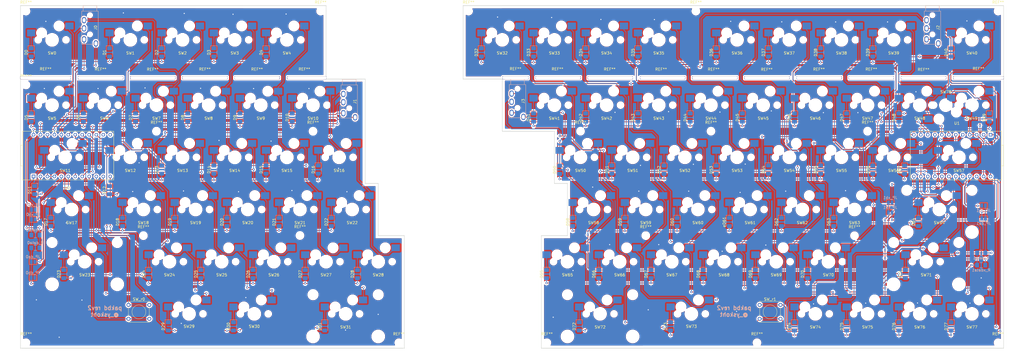
<source format=kicad_pcb>
(kicad_pcb (version 20171130) (host pcbnew "(5.0.2)-1")
  (title_block (title pakbd) (date 2018-10-08) (rev 1) (company yskoht))
  (layers (0 F.Cu signal) (31 B.Cu signal) (34 B.Paste user) (35 F.Paste user) (36 B.SilkS user) (37 F.SilkS user) (38 B.Mask user) (39 F.Mask user) (44 Edge.Cuts user))
  (net 0 "")
  (net 1 "Net-(D0-Pad1)")
  (net 2 row0)
  (net 3 "Net-(D1-Pad1)")
  (net 4 "Net-(D2-Pad1)")
  (net 5 "Net-(D3-Pad1)")
  (net 6 "Net-(D4-Pad1)")
  (net 7 "Net-(D5-Pad1)")
  (net 8 "Net-(D6-Pad1)")
  (net 9 row1)
  (net 10 "Net-(D7-Pad1)")
  (net 11 "Net-(D8-Pad1)")
  (net 12 "Net-(D9-Pad1)")
  (net 13 "Net-(D10-Pad1)")
  (net 14 "Net-(D11-Pad1)")
  (net 15 "Net-(D12-Pad1)")
  (net 16 "Net-(D13-Pad1)")
  (net 17 row2)
  (net 18 "Net-(D14-Pad1)")
  (net 19 "Net-(D15-Pad1)")
  (net 20 "Net-(D16-Pad1)")
  (net 21 "Net-(D17-Pad1)")
  (net 22 "Net-(D18-Pad1)")
  (net 23 "Net-(D19-Pad1)")
  (net 24 "Net-(D20-Pad1)")
  (net 25 row3)
  (net 26 "Net-(D21-Pad1)")
  (net 27 "Net-(D22-Pad1)")
  (net 28 "Net-(D23-Pad1)")
  (net 29 "Net-(D24-Pad1)")
  (net 30 "Net-(D25-Pad1)")
  (net 31 "Net-(D26-Pad1)")
  (net 32 row4)
  (net 33 "Net-(D27-Pad1)")
  (net 34 "Net-(D28-Pad1)")
  (net 35 "Net-(D29-Pad1)")
  (net 36 "Net-(D30-Pad1)")
  (net 37 row5)
  (net 38 "Net-(D31-Pad1)")
  (net 39 "Net-(D32-Pad1)")
  (net 40 "Net-(D33-Pad1)")
  (net 41 "Net-(D34-Pad1)")
  (net 42 "Net-(D35-Pad1)")
  (net 43 "Net-(D36-Pad1)")
  (net 44 "Net-(D37-Pad1)")
  (net 45 "Net-(D38-Pad1)")
  (net 46 row6)
  (net 47 "Net-(D39-Pad1)")
  (net 48 "Net-(D40-Pad1)")
  (net 49 "Net-(D41-Pad1)")
  (net 50 "Net-(D42-Pad1)")
  (net 51 "Net-(D43-Pad1)")
  (net 52 "Net-(D44-Pad1)")
  (net 53 "Net-(D45-Pad1)")
  (net 54 "Net-(D46-Pad1)")
  (net 55 "Net-(D47-Pad1)")
  (net 56 row9)
  (net 57 "Net-(D48-Pad1)")
  (net 58 row7)
  (net 59 "Net-(D49-Pad1)")
  (net 60 "Net-(D50-Pad1)")
  (net 61 "Net-(D51-Pad1)")
  (net 62 "Net-(D52-Pad1)")
  (net 63 "Net-(D53-Pad1)")
  (net 64 "Net-(D54-Pad1)")
  (net 65 "Net-(D55-Pad1)")
  (net 66 "Net-(D56-Pad1)")
  (net 67 row8)
  (net 68 "Net-(D57-Pad1)")
  (net 69 "Net-(D58-Pad1)")
  (net 70 "Net-(D59-Pad1)")
  (net 71 "Net-(D60-Pad1)")
  (net 72 "Net-(D61-Pad1)")
  (net 73 "Net-(D62-Pad1)")
  (net 74 "Net-(D63-Pad1)")
  (net 75 "Net-(D64-Pad1)")
  (net 76 "Net-(D65-Pad1)")
  (net 77 "Net-(D66-Pad1)")
  (net 78 "Net-(D67-Pad1)")
  (net 79 "Net-(D68-Pad1)")
  (net 80 "Net-(D69-Pad1)")
  (net 81 xdata0)
  (net 82 VCC)
  (net 83 GND)
  (net 84 data0)
  (net 85 data1)
  (net 86 xdata1)
  (net 87 data0a)
  (net 88 data1a)
  (net 89 data0b)
  (net 90 data1b)
  (net 91 xdata0a)
  (net 92 xdata1a)
  (net 93 xdata0b)
  (net 94 xdata1b)
  (net 95 col0)
  (net 96 col1)
  (net 97 col2)
  (net 98 col3)
  (net 99 col4)
  (net 100 col5)
  (net 101 col6)
  (net 102 col7)
  (net 103 col8)
  (net 104 col9)
  (net 105 col10)
  (net 106 col11)
  (net 107 col12)
  (net 108 col13)
  (net 109 reset0)
  (net 110 reset1)
  (net 111 row10)
  (net 112 "Net-(D70-Pad1)")
  (net 113 "Net-(D71-Pad1)")
  (net 114 row11)
  (net 115 "Net-(D72-Pad1)")
  (net 116 "Net-(D73-Pad1)")
  (net 117 "Net-(D74-Pad1)")
  (net 118 "Net-(D75-Pad1)")
  (net 119 "Net-(D76-Pad1)")
  (net 120 "Net-(D77-Pad1)")
  (net 121 "Net-(U0-Pad13)")
  (net 122 "Net-(U0-Pad14)")
  (module CPG151101S11:CPG151101S11_1.75u_PCB (layer F.Cu) (at 49.0839 95.31)
    (fp_text reference SW17 (at -2.54 9.906) (layer F.SilkS))
    (fp_text value SW_Push)
    (pad "" np_thru_hole circle (at 0 0) (size 3 3) (drill 3) (layers *.Cu *.Mask))
    (pad "" np_thru_hole circle (at -6.35 2.54) (size 3 3) (drill 3) (layers *.Cu *.Mask))
    (pad "" np_thru_hole circle (at -2.54 5.08) (size 4 4) (drill 4) (layers *.Cu *.Mask))
    (pad "" np_thru_hole circle (at -7.62 5.08) (size 1.8 1.8) (drill 1.8) (layers *.Cu *.Mask))
    (pad "" np_thru_hole circle (at 2.54 5.08) (size 1.8 1.8) (drill 1.8) (layers *.Cu *.Mask))
    (pad 1 smd rect (at 3.81 0) (size 3 2.5) (layers B.Cu B.Paste B.Mask) (net 95 col0))
    (pad 2 smd rect (at -10.16 2.54) (size 3 2.5) (layers B.Cu B.Paste B.Mask) (net 21 "Net-(D17-Pad1)"))
  )
  (module CPG151101S11:CPG151101S11_1.00u_PCB (layer F.Cu) (at 60.99 57.21)
    (fp_text reference SW6 (at -2.54 9.906) (layer F.SilkS))
    (fp_text value SW_Push)
    (pad "" np_thru_hole circle (at 0 0) (size 3 3) (drill 3) (layers *.Cu *.Mask))
    (pad "" np_thru_hole circle (at -6.35 2.54) (size 3 3) (drill 3) (layers *.Cu *.Mask))
    (pad "" np_thru_hole circle (at -2.54 5.08) (size 4 4) (drill 4) (layers *.Cu *.Mask))
    (pad "" np_thru_hole circle (at -7.62 5.08) (size 1.8 1.8) (drill 1.8) (layers *.Cu *.Mask))
    (pad "" np_thru_hole circle (at 2.54 5.08) (size 1.8 1.8) (drill 1.8) (layers *.Cu *.Mask))
    (pad 1 smd rect (at 3.81 0) (size 3 2.5) (layers B.Cu B.Paste B.Mask) (net 96 col1))
    (pad 2 smd rect (at -10.16 2.54) (size 3 2.5) (layers B.Cu B.Paste B.Mask) (net 8 "Net-(D6-Pad1)"))
  )
  (module CPG151101S11:CPG151101S11_1.00u_PCB (layer F.Cu) (at 141.9525 114.36)
    (fp_text reference SW27 (at -2.54 9.906) (layer F.SilkS))
    (fp_text value SW_Push)
    (pad "" np_thru_hole circle (at 0 0) (size 3 3) (drill 3) (layers *.Cu *.Mask))
    (pad "" np_thru_hole circle (at -6.35 2.54) (size 3 3) (drill 3) (layers *.Cu *.Mask))
    (pad "" np_thru_hole circle (at -2.54 5.08) (size 4 4) (drill 4) (layers *.Cu *.Mask))
    (pad "" np_thru_hole circle (at -7.62 5.08) (size 1.8 1.8) (drill 1.8) (layers *.Cu *.Mask))
    (pad "" np_thru_hole circle (at 2.54 5.08) (size 1.8 1.8) (drill 1.8) (layers *.Cu *.Mask))
    (pad 1 smd rect (at 3.81 0) (size 3 2.5) (layers B.Cu B.Paste B.Mask) (net 99 col4))
    (pad 2 smd rect (at -10.16 2.54) (size 3 2.5) (layers B.Cu B.Paste B.Mask) (net 33 "Net-(D27-Pad1)"))
  )
  (module CPG151101S11:CPG151101S11_1.00u_PCB (layer F.Cu) (at 99.09 57.21)
    (fp_text reference SW8 (at -2.54 9.906) (layer F.SilkS))
    (fp_text value SW_Push)
    (pad "" np_thru_hole circle (at 0 0) (size 3 3) (drill 3) (layers *.Cu *.Mask))
    (pad "" np_thru_hole circle (at -6.35 2.54) (size 3 3) (drill 3) (layers *.Cu *.Mask))
    (pad "" np_thru_hole circle (at -2.54 5.08) (size 4 4) (drill 4) (layers *.Cu *.Mask))
    (pad "" np_thru_hole circle (at -7.62 5.08) (size 1.8 1.8) (drill 1.8) (layers *.Cu *.Mask))
    (pad "" np_thru_hole circle (at 2.54 5.08) (size 1.8 1.8) (drill 1.8) (layers *.Cu *.Mask))
    (pad 1 smd rect (at 3.81 0) (size 3 2.5) (layers B.Cu B.Paste B.Mask) (net 98 col3))
    (pad 2 smd rect (at -10.16 2.54) (size 3 2.5) (layers B.Cu B.Paste B.Mask) (net 11 "Net-(D8-Pad1)"))
  )
  (module CPG151101S11:CPG151101S11_1.00u_PCB (layer F.Cu) (at 137.19 57.21)
    (fp_text reference SW10 (at -2.54 9.906) (layer F.SilkS))
    (fp_text value SW_Push)
    (pad "" np_thru_hole circle (at 0 0) (size 3 3) (drill 3) (layers *.Cu *.Mask))
    (pad "" np_thru_hole circle (at -6.35 2.54) (size 3 3) (drill 3) (layers *.Cu *.Mask))
    (pad "" np_thru_hole circle (at -2.54 5.08) (size 4 4) (drill 4) (layers *.Cu *.Mask))
    (pad "" np_thru_hole circle (at -7.62 5.08) (size 1.8 1.8) (drill 1.8) (layers *.Cu *.Mask))
    (pad "" np_thru_hole circle (at 2.54 5.08) (size 1.8 1.8) (drill 1.8) (layers *.Cu *.Mask))
    (pad 1 smd rect (at 3.81 0) (size 3 2.5) (layers B.Cu B.Paste B.Mask) (net 100 col5))
    (pad 2 smd rect (at -10.16 2.54) (size 3 2.5) (layers B.Cu B.Paste B.Mask) (net 13 "Net-(D10-Pad1)"))
  )
  (module CPG151101S11:CPG151101S11_1.00u_PCB (layer F.Cu) (at 122.9025 114.36)
    (fp_text reference SW26 (at -2.54 9.906) (layer F.SilkS))
    (fp_text value SW_Push)
    (pad 2 smd rect (at -10.16 2.54) (size 3 2.5) (layers B.Cu B.Paste B.Mask) (net 31 "Net-(D26-Pad1)"))
    (pad 1 smd rect (at 3.81 0) (size 3 2.5) (layers B.Cu B.Paste B.Mask) (net 98 col3))
    (pad "" np_thru_hole circle (at 2.54 5.08) (size 1.8 1.8) (drill 1.8) (layers *.Cu *.Mask))
    (pad "" np_thru_hole circle (at -7.62 5.08) (size 1.8 1.8) (drill 1.8) (layers *.Cu *.Mask))
    (pad "" np_thru_hole circle (at -2.54 5.08) (size 4 4) (drill 4) (layers *.Cu *.Mask))
    (pad "" np_thru_hole circle (at -6.35 2.54) (size 3 3) (drill 3) (layers *.Cu *.Mask))
    (pad "" np_thru_hole circle (at 0 0) (size 3 3) (drill 3) (layers *.Cu *.Mask))
  )
  (module CPG151101S11:CPG151101S11_1.00u_PCB (layer F.Cu) (at 108.615 76.26)
    (fp_text reference SW14 (at -2.54 9.906) (layer F.SilkS))
    (fp_text value SW_Push)
    (pad 2 smd rect (at -10.16 2.54) (size 3 2.5) (layers B.Cu B.Paste B.Mask) (net 18 "Net-(D14-Pad1)"))
    (pad 1 smd rect (at 3.81 0) (size 3 2.5) (layers B.Cu B.Paste B.Mask) (net 98 col3))
    (pad "" np_thru_hole circle (at 2.54 5.08) (size 1.8 1.8) (drill 1.8) (layers *.Cu *.Mask))
    (pad "" np_thru_hole circle (at -7.62 5.08) (size 1.8 1.8) (drill 1.8) (layers *.Cu *.Mask))
    (pad "" np_thru_hole circle (at -2.54 5.08) (size 4 4) (drill 4) (layers *.Cu *.Mask))
    (pad "" np_thru_hole circle (at -6.35 2.54) (size 3 3) (drill 3) (layers *.Cu *.Mask))
    (pad "" np_thru_hole circle (at 0 0) (size 3 3) (drill 3) (layers *.Cu *.Mask))
  )
  (module CPG151101S11:CPG151101S11_1.00u_PCB (layer F.Cu) (at 118.14 57.21)
    (fp_text reference SW9 (at -2.54 9.906) (layer F.SilkS))
    (fp_text value SW_Push)
    (pad 2 smd rect (at -10.16 2.54) (size 3 2.5) (layers B.Cu B.Paste B.Mask) (net 12 "Net-(D9-Pad1)"))
    (pad 1 smd rect (at 3.81 0) (size 3 2.5) (layers B.Cu B.Paste B.Mask) (net 99 col4))
    (pad "" np_thru_hole circle (at 2.54 5.08) (size 1.8 1.8) (drill 1.8) (layers *.Cu *.Mask))
    (pad "" np_thru_hole circle (at -7.62 5.08) (size 1.8 1.8) (drill 1.8) (layers *.Cu *.Mask))
    (pad "" np_thru_hole circle (at -2.54 5.08) (size 4 4) (drill 4) (layers *.Cu *.Mask))
    (pad "" np_thru_hole circle (at -6.35 2.54) (size 3 3) (drill 3) (layers *.Cu *.Mask))
    (pad "" np_thru_hole circle (at 0 0) (size 3 3) (drill 3) (layers *.Cu *.Mask))
  )
  (module Mounting_Holes:MountingHole_2.2mm_M2 (layer F.Cu) (at 37.05 52.31)
    (fp_text reference REF** (at 0 -3.2) (layer F.SilkS))
    (fp_text value MountingHole_2.2mm_M2)
    (pad "" np_thru_hole rect (at 0 0) (size 18.5 1) (drill oval 18.5 1) (layers *.Cu *.Mask))
  )
  (module CPG151101S11:CPG151101S11_1.00u_PCB (layer F.Cu) (at 151.4775 95.31)
    (fp_text reference SW22 (at -2.54 9.906) (layer F.SilkS))
    (fp_text value SW_Push)
    (pad "" np_thru_hole circle (at 0 0) (size 3 3) (drill 3) (layers *.Cu *.Mask))
    (pad "" np_thru_hole circle (at -6.35 2.54) (size 3 3) (drill 3) (layers *.Cu *.Mask))
    (pad "" np_thru_hole circle (at -2.54 5.08) (size 4 4) (drill 4) (layers *.Cu *.Mask))
    (pad "" np_thru_hole circle (at -7.62 5.08) (size 1.8 1.8) (drill 1.8) (layers *.Cu *.Mask))
    (pad "" np_thru_hole circle (at 2.54 5.08) (size 1.8 1.8) (drill 1.8) (layers *.Cu *.Mask))
    (pad 1 smd rect (at 3.81 0) (size 3 2.5) (layers B.Cu B.Paste B.Mask) (net 100 col5))
    (pad 2 smd rect (at -10.16 2.54) (size 3 2.5) (layers B.Cu B.Paste B.Mask) (net 27 "Net-(D22-Pad1)"))
  )
  (module CPG151101S11:CPG151101S11_1.00u_PCB (layer F.Cu) (at 84.8025 114.36)
    (fp_text reference SW24 (at -2.54 9.906) (layer F.SilkS))
    (fp_text value SW_Push)
    (pad 2 smd rect (at -10.16 2.54) (size 3 2.5) (layers B.Cu B.Paste B.Mask) (net 29 "Net-(D24-Pad1)"))
    (pad 1 smd rect (at 3.81 0) (size 3 2.5) (layers B.Cu B.Paste B.Mask) (net 96 col1))
    (pad "" np_thru_hole circle (at 2.54 5.08) (size 1.8 1.8) (drill 1.8) (layers *.Cu *.Mask))
    (pad "" np_thru_hole circle (at -7.62 5.08) (size 1.8 1.8) (drill 1.8) (layers *.Cu *.Mask))
    (pad "" np_thru_hole circle (at -2.54 5.08) (size 4 4) (drill 4) (layers *.Cu *.Mask))
    (pad "" np_thru_hole circle (at -6.35 2.54) (size 3 3) (drill 3) (layers *.Cu *.Mask))
    (pad "" np_thru_hole circle (at 0 0) (size 3 3) (drill 3) (layers *.Cu *.Mask))
  )
  (module CPG151101S11:CPG151101S11_1.50u_PCB (layer F.Cu) (at 46.7025 76.26)
    (fp_text reference SW11 (at -2.54 9.906) (layer F.SilkS))
    (fp_text value SW_Push)
    (pad 2 smd rect (at -10.16 2.54) (size 3 2.5) (layers B.Cu B.Paste B.Mask) (net 14 "Net-(D11-Pad1)"))
    (pad 1 smd rect (at 3.81 0) (size 3 2.5) (layers B.Cu B.Paste B.Mask) (net 95 col0))
    (pad "" np_thru_hole circle (at 2.54 5.08) (size 1.8 1.8) (drill 1.8) (layers *.Cu *.Mask))
    (pad "" np_thru_hole circle (at -7.62 5.08) (size 1.8 1.8) (drill 1.8) (layers *.Cu *.Mask))
    (pad "" np_thru_hole circle (at -2.54 5.08) (size 4 4) (drill 4) (layers *.Cu *.Mask))
    (pad "" np_thru_hole circle (at -6.35 2.54) (size 3 3) (drill 3) (layers *.Cu *.Mask))
    (pad "" np_thru_hole circle (at 0 0) (size 3 3) (drill 3) (layers *.Cu *.Mask))
  )
  (module Diode_SMD:D_1206_3216Metric_Pad1.42x1.75mm_HandSolder (layer B.Cu) (at 122.2675 104.9475 270)
    (fp_text reference D21 (at 0 1.82 270) (layer F.SilkS))
    (fp_text value DIODE)
    (pad 2 smd roundrect (at 1.4875 0 270) (size 1.425 1.75) (layers B.Cu B.Paste B.Mask) (roundrect_rratio 0.175439) (net 25 row3))
    (pad 1 smd roundrect (at -1.4875 0 270) (size 1.425 1.75) (layers B.Cu B.Paste B.Mask) (roundrect_rratio 0.175439) (net 26 "Net-(D21-Pad1)"))
  )
  (module CPG151101S11:CPG151101S11_1.25u_PCB (layer F.Cu) (at 91.946 133.41)
    (fp_text reference SW29 (at -2.54 9.652) (layer F.SilkS))
    (fp_text value SW_Push)
    (pad 2 smd rect (at -10.16 2.54) (size 3 2.5) (layers B.Cu B.Paste B.Mask) (net 35 "Net-(D29-Pad1)"))
    (pad 1 smd rect (at 3.81 0) (size 3 2.5) (layers B.Cu B.Paste B.Mask) (net 95 col0))
    (pad "" np_thru_hole circle (at 2.54 5.08) (size 1.8 1.8) (drill 1.8) (layers *.Cu *.Mask))
    (pad "" np_thru_hole circle (at -7.62 5.08) (size 1.8 1.8) (drill 1.8) (layers *.Cu *.Mask))
    (pad "" np_thru_hole circle (at -2.54 5.08) (size 4 4) (drill 4) (layers *.Cu *.Mask))
    (pad "" np_thru_hole circle (at -6.35 2.54) (size 3 3) (drill 3) (layers *.Cu *.Mask))
    (pad "" np_thru_hole circle (at 0 0) (size 3 3) (drill 3) (layers *.Cu *.Mask))
  )
  (module Diode_SMD:D_1206_3216Metric_Pad1.42x1.75mm_HandSolder (layer B.Cu) (at 117.505 85.8275 270)
    (fp_text reference D15 (at 0 1.82 270) (layer F.SilkS))
    (fp_text value DIODE)
    (pad 1 smd roundrect (at -1.4875 0 270) (size 1.425 1.75) (layers B.Cu B.Paste B.Mask) (roundrect_rratio 0.175439) (net 19 "Net-(D15-Pad1)"))
    (pad 2 smd roundrect (at 1.4875 0 270) (size 1.425 1.75) (layers B.Cu B.Paste B.Mask) (roundrect_rratio 0.175439) (net 17 row2))
  )
  (module CPG151101S11:CPG151101S11_1.00u_PCB (layer F.Cu) (at 113.3775 95.31)
    (fp_text reference SW20 (at -2.54 9.906) (layer F.SilkS))
    (fp_text value SW_Push)
    (pad "" np_thru_hole circle (at 0 0) (size 3 3) (drill 3) (layers *.Cu *.Mask))
    (pad "" np_thru_hole circle (at -6.35 2.54) (size 3 3) (drill 3) (layers *.Cu *.Mask))
    (pad "" np_thru_hole circle (at -2.54 5.08) (size 4 4) (drill 4) (layers *.Cu *.Mask))
    (pad "" np_thru_hole circle (at -7.62 5.08) (size 1.8 1.8) (drill 1.8) (layers *.Cu *.Mask))
    (pad "" np_thru_hole circle (at 2.54 5.08) (size 1.8 1.8) (drill 1.8) (layers *.Cu *.Mask))
    (pad 1 smd rect (at 3.81 0) (size 3 2.5) (layers B.Cu B.Paste B.Mask) (net 98 col3))
    (pad 2 smd rect (at -10.16 2.54) (size 3 2.5) (layers B.Cu B.Paste B.Mask) (net 24 "Net-(D20-Pad1)"))
  )
  (module CPG151101S11:CPG151101S11_1.25u_PCB (layer F.Cu) (at 115.7585 133.41)
    (fp_text reference SW30 (at -2.54 9.652) (layer F.SilkS))
    (fp_text value SW_Push)
    (pad "" np_thru_hole circle (at 0 0) (size 3 3) (drill 3) (layers *.Cu *.Mask))
    (pad "" np_thru_hole circle (at -6.35 2.54) (size 3 3) (drill 3) (layers *.Cu *.Mask))
    (pad "" np_thru_hole circle (at -2.54 5.08) (size 4 4) (drill 4) (layers *.Cu *.Mask))
    (pad "" np_thru_hole circle (at -7.62 5.08) (size 1.8 1.8) (drill 1.8) (layers *.Cu *.Mask))
    (pad "" np_thru_hole circle (at 2.54 5.08) (size 1.8 1.8) (drill 1.8) (layers *.Cu *.Mask))
    (pad 1 smd rect (at 3.81 0) (size 3 2.5) (layers B.Cu B.Paste B.Mask) (net 96 col1))
    (pad 2 smd rect (at -10.16 2.54) (size 3 2.5) (layers B.Cu B.Paste B.Mask) (net 36 "Net-(D30-Pad1)"))
  )
  (module CPG151101S11:CPG151101S11_1.00u_PCB (layer F.Cu) (at 41.94 57.21)
    (fp_text reference SW5 (at -2.54 9.906) (layer F.SilkS))
    (fp_text value SW_Push)
    (pad 2 smd rect (at -10.16 2.54) (size 3 2.5) (layers B.Cu B.Paste B.Mask) (net 7 "Net-(D5-Pad1)"))
    (pad 1 smd rect (at 3.81 0) (size 3 2.5) (layers B.Cu B.Paste B.Mask) (net 95 col0))
    (pad "" np_thru_hole circle (at 2.54 5.08) (size 1.8 1.8) (drill 1.8) (layers *.Cu *.Mask))
    (pad "" np_thru_hole circle (at -7.62 5.08) (size 1.8 1.8) (drill 1.8) (layers *.Cu *.Mask))
    (pad "" np_thru_hole circle (at -2.54 5.08) (size 4 4) (drill 4) (layers *.Cu *.Mask))
    (pad "" np_thru_hole circle (at -6.35 2.54) (size 3 3) (drill 3) (layers *.Cu *.Mask))
    (pad "" np_thru_hole circle (at 0 0) (size 3 3) (drill 3) (layers *.Cu *.Mask))
  )
  (module CPG151101S11:CPG151101S11_2.25u_PCB (layer F.Cu) (at 149.096 133.41)
    (fp_text reference SW31 (at -2.54 9.906) (layer F.SilkS))
    (fp_text value SW_Push)
    (pad "" np_thru_hole circle (at 0 0) (size 3 3) (drill 3) (layers *.Cu *.Mask))
    (pad "" np_thru_hole circle (at -6.35 2.54) (size 3 3) (drill 3) (layers *.Cu *.Mask))
    (pad "" np_thru_hole circle (at -2.54 5.08) (size 4 4) (drill 4) (layers *.Cu *.Mask))
    (pad "" np_thru_hole circle (at -7.62 5.08) (size 1.8 1.8) (drill 1.8) (layers *.Cu *.Mask))
    (pad "" np_thru_hole circle (at 2.54 5.08) (size 1.8 1.8) (drill 1.8) (layers *.Cu *.Mask))
    (pad "" np_thru_hole circle (at 9.36 13.32) (size 4 4) (drill 4) (layers *.Cu *.Mask))
    (pad "" np_thru_hole circle (at -14.44 13.32) (size 4 4) (drill 4) (layers *.Cu *.Mask))
    (pad "" np_thru_hole circle (at -14.44 -1.92) (size 3.05 3.05) (drill 3.05) (layers *.Cu *.Mask))
    (pad "" np_thru_hole circle (at 9.36 -1.92) (size 3.05 3.05) (drill 3.05) (layers *.Cu *.Mask))
    (pad 1 smd rect (at 3.81 0) (size 3 2.5) (layers B.Cu B.Paste B.Mask) (net 97 col2))
    (pad 2 smd rect (at -10.16 2.54) (size 3 2.5) (layers B.Cu B.Paste B.Mask) (net 38 "Net-(D31-Pad1)"))
  )
  (module CPG151101S11:CPG151101S11_2.25u_PCB (layer F.Cu) (at 53.8461 114.36)
    (fp_text reference SW23 (at -2.54 9.906) (layer F.SilkS))
    (fp_text value SW_Push)
    (pad "" np_thru_hole circle (at 0 0) (size 3 3) (drill 3) (layers *.Cu *.Mask))
    (pad "" np_thru_hole circle (at -6.35 2.54) (size 3 3) (drill 3) (layers *.Cu *.Mask))
    (pad "" np_thru_hole circle (at -2.54 5.08) (size 4 4) (drill 4) (layers *.Cu *.Mask))
    (pad "" np_thru_hole circle (at -7.62 5.08) (size 1.8 1.8) (drill 1.8) (layers *.Cu *.Mask))
    (pad "" np_thru_hole circle (at 2.54 5.08) (size 1.8 1.8) (drill 1.8) (layers *.Cu *.Mask))
    (pad "" np_thru_hole circle (at 9.36 13.32) (size 4 4) (drill 4) (layers *.Cu *.Mask))
    (pad "" np_thru_hole circle (at -14.44 13.32) (size 4 4) (drill 4) (layers *.Cu *.Mask))
    (pad "" np_thru_hole circle (at -14.44 -1.92) (size 3.05 3.05) (drill 3.05) (layers *.Cu *.Mask))
    (pad "" np_thru_hole circle (at 9.36 -1.92) (size 3.05 3.05) (drill 3.05) (layers *.Cu *.Mask))
    (pad 1 smd rect (at 3.81 0) (size 3 2.5) (layers B.Cu B.Paste B.Mask) (net 95 col0))
    (pad 2 smd rect (at -10.16 2.54) (size 3 2.5) (layers B.Cu B.Paste B.Mask) (net 28 "Net-(D23-Pad1)"))
  )
  (module CPG151101S11:CPG151101S11_1.00u_PCB (layer F.Cu) (at 103.8525 114.36)
    (fp_text reference SW25 (at -2.54 9.906) (layer F.SilkS))
    (fp_text value SW_Push)
    (pad "" np_thru_hole circle (at 0 0) (size 3 3) (drill 3) (layers *.Cu *.Mask))
    (pad "" np_thru_hole circle (at -6.35 2.54) (size 3 3) (drill 3) (layers *.Cu *.Mask))
    (pad "" np_thru_hole circle (at -2.54 5.08) (size 4 4) (drill 4) (layers *.Cu *.Mask))
    (pad "" np_thru_hole circle (at -7.62 5.08) (size 1.8 1.8) (drill 1.8) (layers *.Cu *.Mask))
    (pad "" np_thru_hole circle (at 2.54 5.08) (size 1.8 1.8) (drill 1.8) (layers *.Cu *.Mask))
    (pad 1 smd rect (at 3.81 0) (size 3 2.5) (layers B.Cu B.Paste B.Mask) (net 97 col2))
    (pad 2 smd rect (at -10.16 2.54) (size 3 2.5) (layers B.Cu B.Paste B.Mask) (net 30 "Net-(D25-Pad1)"))
  )
  (module CPG151101S11:CPG151101S11_1.00u_PCB (layer F.Cu) (at 80.04 57.21)
    (fp_text reference SW7 (at -2.54 9.906) (layer F.SilkS))
    (fp_text value SW_Push)
    (pad 2 smd rect (at -10.16 2.54) (size 3 2.5) (layers B.Cu B.Paste B.Mask) (net 10 "Net-(D7-Pad1)"))
    (pad 1 smd rect (at 3.81 0) (size 3 2.5) (layers B.Cu B.Paste B.Mask) (net 97 col2))
    (pad "" np_thru_hole circle (at 2.54 5.08) (size 1.8 1.8) (drill 1.8) (layers *.Cu *.Mask))
    (pad "" np_thru_hole circle (at -7.62 5.08) (size 1.8 1.8) (drill 1.8) (layers *.Cu *.Mask))
    (pad "" np_thru_hole circle (at -2.54 5.08) (size 4 4) (drill 4) (layers *.Cu *.Mask))
    (pad "" np_thru_hole circle (at -6.35 2.54) (size 3 3) (drill 3) (layers *.Cu *.Mask))
    (pad "" np_thru_hole circle (at 0 0) (size 3 3) (drill 3) (layers *.Cu *.Mask))
  )
  (module CPG151101S11:CPG151101S11_1.00u_PCB (layer F.Cu) (at 89.565 76.26)
    (fp_text reference SW13 (at -2.54 9.906) (layer F.SilkS))
    (fp_text value SW_Push)
    (pad "" np_thru_hole circle (at 0 0) (size 3 3) (drill 3) (layers *.Cu *.Mask))
    (pad "" np_thru_hole circle (at -6.35 2.54) (size 3 3) (drill 3) (layers *.Cu *.Mask))
    (pad "" np_thru_hole circle (at -2.54 5.08) (size 4 4) (drill 4) (layers *.Cu *.Mask))
    (pad "" np_thru_hole circle (at -7.62 5.08) (size 1.8 1.8) (drill 1.8) (layers *.Cu *.Mask))
    (pad "" np_thru_hole circle (at 2.54 5.08) (size 1.8 1.8) (drill 1.8) (layers *.Cu *.Mask))
    (pad 1 smd rect (at 3.81 0) (size 3 2.5) (layers B.Cu B.Paste B.Mask) (net 97 col2))
    (pad 2 smd rect (at -10.16 2.54) (size 3 2.5) (layers B.Cu B.Paste B.Mask) (net 16 "Net-(D13-Pad1)"))
  )
  (module CPG151101S11:CPG151101S11_1.00u_PCB (layer F.Cu) (at 127.665 76.26)
    (fp_text reference SW15 (at -2.54 9.906) (layer F.SilkS))
    (fp_text value SW_Push)
    (pad "" np_thru_hole circle (at 0 0) (size 3 3) (drill 3) (layers *.Cu *.Mask))
    (pad "" np_thru_hole circle (at -6.35 2.54) (size 3 3) (drill 3) (layers *.Cu *.Mask))
    (pad "" np_thru_hole circle (at -2.54 5.08) (size 4 4) (drill 4) (layers *.Cu *.Mask))
    (pad "" np_thru_hole circle (at -7.62 5.08) (size 1.8 1.8) (drill 1.8) (layers *.Cu *.Mask))
    (pad "" np_thru_hole circle (at 2.54 5.08) (size 1.8 1.8) (drill 1.8) (layers *.Cu *.Mask))
    (pad 1 smd rect (at 3.81 0) (size 3 2.5) (layers B.Cu B.Paste B.Mask) (net 99 col4))
    (pad 2 smd rect (at -10.16 2.54) (size 3 2.5) (layers B.Cu B.Paste B.Mask) (net 19 "Net-(D15-Pad1)"))
  )
  (module CPG151101S11:CPG151101S11_1.00u_PCB (layer F.Cu) (at 161.0025 114.36)
    (fp_text reference SW28 (at -2.54 9.906) (layer F.SilkS))
    (fp_text value SW_Push)
    (pad 2 smd rect (at -10.16 2.54) (size 3 2.5) (layers B.Cu B.Paste B.Mask) (net 34 "Net-(D28-Pad1)"))
    (pad 1 smd rect (at 3.81 0) (size 3 2.5) (layers B.Cu B.Paste B.Mask) (net 100 col5))
    (pad "" np_thru_hole circle (at 2.54 5.08) (size 1.8 1.8) (drill 1.8) (layers *.Cu *.Mask))
    (pad "" np_thru_hole circle (at -7.62 5.08) (size 1.8 1.8) (drill 1.8) (layers *.Cu *.Mask))
    (pad "" np_thru_hole circle (at -2.54 5.08) (size 4 4) (drill 4) (layers *.Cu *.Mask))
    (pad "" np_thru_hole circle (at -6.35 2.54) (size 3 3) (drill 3) (layers *.Cu *.Mask))
    (pad "" np_thru_hole circle (at 0 0) (size 3 3) (drill 3) (layers *.Cu *.Mask))
  )
  (module CPG151101S11:CPG151101S11_1.00u_PCB (layer F.Cu) (at 94.3275 95.31)
    (fp_text reference SW19 (at -2.54 9.906) (layer F.SilkS))
    (fp_text value SW_Push)
    (pad "" np_thru_hole circle (at 0 0) (size 3 3) (drill 3) (layers *.Cu *.Mask))
    (pad "" np_thru_hole circle (at -6.35 2.54) (size 3 3) (drill 3) (layers *.Cu *.Mask))
    (pad "" np_thru_hole circle (at -2.54 5.08) (size 4 4) (drill 4) (layers *.Cu *.Mask))
    (pad "" np_thru_hole circle (at -7.62 5.08) (size 1.8 1.8) (drill 1.8) (layers *.Cu *.Mask))
    (pad "" np_thru_hole circle (at 2.54 5.08) (size 1.8 1.8) (drill 1.8) (layers *.Cu *.Mask))
    (pad 1 smd rect (at 3.81 0) (size 3 2.5) (layers B.Cu B.Paste B.Mask) (net 97 col2))
    (pad 2 smd rect (at -10.16 2.54) (size 3 2.5) (layers B.Cu B.Paste B.Mask) (net 23 "Net-(D19-Pad1)"))
  )
  (module CPG151101S11:CPG151101S11_1.00u_PCB (layer F.Cu) (at 70.515 76.26)
    (fp_text reference SW12 (at -2.54 9.906) (layer F.SilkS))
    (fp_text value SW_Push)
    (pad 2 smd rect (at -10.16 2.54) (size 3 2.5) (layers B.Cu B.Paste B.Mask) (net 15 "Net-(D12-Pad1)"))
    (pad 1 smd rect (at 3.81 0) (size 3 2.5) (layers B.Cu B.Paste B.Mask) (net 96 col1))
    (pad "" np_thru_hole circle (at 2.54 5.08) (size 1.8 1.8) (drill 1.8) (layers *.Cu *.Mask))
    (pad "" np_thru_hole circle (at -7.62 5.08) (size 1.8 1.8) (drill 1.8) (layers *.Cu *.Mask))
    (pad "" np_thru_hole circle (at -2.54 5.08) (size 4 4) (drill 4) (layers *.Cu *.Mask))
    (pad "" np_thru_hole circle (at -6.35 2.54) (size 3 3) (drill 3) (layers *.Cu *.Mask))
    (pad "" np_thru_hole circle (at 0 0) (size 3 3) (drill 3) (layers *.Cu *.Mask))
  )
  (module CPG151101S11:CPG151101S11_1.00u_PCB (layer F.Cu) (at 132.4275 95.31)
    (fp_text reference SW21 (at -2.54 9.906) (layer F.SilkS))
    (fp_text value SW_Push)
    (pad 2 smd rect (at -10.16 2.54) (size 3 2.5) (layers B.Cu B.Paste B.Mask) (net 26 "Net-(D21-Pad1)"))
    (pad 1 smd rect (at 3.81 0) (size 3 2.5) (layers B.Cu B.Paste B.Mask) (net 99 col4))
    (pad "" np_thru_hole circle (at 2.54 5.08) (size 1.8 1.8) (drill 1.8) (layers *.Cu *.Mask))
    (pad "" np_thru_hole circle (at -7.62 5.08) (size 1.8 1.8) (drill 1.8) (layers *.Cu *.Mask))
    (pad "" np_thru_hole circle (at -2.54 5.08) (size 4 4) (drill 4) (layers *.Cu *.Mask))
    (pad "" np_thru_hole circle (at -6.35 2.54) (size 3 3) (drill 3) (layers *.Cu *.Mask))
    (pad "" np_thru_hole circle (at 0 0) (size 3 3) (drill 3) (layers *.Cu *.Mask))
  )
  (module ProMicro:ProMicro (layer F.Cu) (at 45.27 80.71)
    (fp_text reference U0 (at -0.35 11.81) (layer F.SilkS))
    (fp_text value ProMicro)
    (pad 13 thru_hole circle (at 15.38 -7.62) (size 1.27 1.27) (drill 0.762) (layers *.Cu *.Mask) (net 121 "Net-(U0-Pad13)"))
    (pad 14 thru_hole circle (at 12.84 -7.62) (size 1.27 1.27) (drill 0.762) (layers *.Cu *.Mask) (net 122 "Net-(U0-Pad14)"))
    (pad 15 thru_hole circle (at 10.3 -7.62) (size 1.27 1.27) (drill 0.762) (layers *.Cu *.Mask) (net 100 col5))
    (pad 16 thru_hole circle (at 7.69 -7.62) (size 1.27 1.27) (drill 0.762) (layers *.Cu *.Mask) (net 99 col4))
    (pad 20 thru_hole circle (at -2.47 -7.62) (size 1.27 1.27) (drill 0.762) (layers *.Cu *.Mask) (net 95 col0))
    (pad 19 thru_hole circle (at 0.07 -7.62) (size 1.27 1.27) (drill 0.762) (layers *.Cu *.Mask) (net 96 col1))
    (pad 17 thru_hole circle (at 5.15 -7.62) (size 1.27 1.27) (drill 0.762) (layers *.Cu *.Mask) (net 98 col3))
    (pad 18 thru_hole circle (at 2.61 -7.62) (size 1.27 1.27) (drill 0.762) (layers *.Cu *.Mask) (net 97 col2))
    (pad 21 thru_hole circle (at -5.01 -7.62) (size 1.27 1.27) (drill 0.762) (layers *.Cu *.Mask) (net 82 VCC))
    (pad 22 thru_hole circle (at -7.55 -7.62) (size 1.27 1.27) (drill 0.762) (layers *.Cu *.Mask) (net 109 reset0))
    (pad 24 thru_hole circle (at -12.63 -7.62) (size 1.27 1.27) (drill 0.762) (layers *.Cu *.Mask) (net 82 VCC))
    (pad 23 thru_hole circle (at -10.09 -7.62) (size 1.27 1.27) (drill 0.762) (layers *.Cu *.Mask) (net 83 GND))
    (pad 12 thru_hole circle (at 15.38 7.62) (size 1.27 1.27) (drill 0.762) (layers *.Cu *.Mask) (net 37 row5))
    (pad 11 thru_hole circle (at 12.84 7.62) (size 1.27 1.27) (drill 0.762) (layers *.Cu *.Mask) (net 32 row4))
    (pad 6 thru_hole circle (at 0.07 7.62) (size 1.27 1.27) (drill 0.762) (layers *.Cu *.Mask) (net 89 data0b))
    (pad 1 thru_hole rect (at -12.63 7.62) (size 1.27 1.27) (drill 0.762) (layers *.Cu *.Mask) (net 91 xdata0a))
    (pad 2 thru_hole circle (at -10.09 7.62) (size 1.27 1.27) (drill 0.762) (layers *.Cu *.Mask) (net 87 data0a))
    (pad 9 thru_hole circle (at 7.69 7.62) (size 1.27 1.27) (drill 0.762) (layers *.Cu *.Mask) (net 17 row2))
    (pad 4 thru_hole circle (at -5.01 7.62) (size 1.27 1.27) (drill 0.762) (layers *.Cu *.Mask) (net 83 GND))
    (pad 8 thru_hole circle (at 5.15 7.62) (size 1.27 1.27) (drill 0.762) (layers *.Cu *.Mask) (net 9 row1))
    (pad 10 thru_hole circle (at 10.3 7.62) (size 1.27 1.27) (drill 0.762) (layers *.Cu *.Mask) (net 25 row3))
    (pad 5 thru_hole circle (at -2.47 7.62) (size 1.27 1.27) (drill 0.762) (layers *.Cu *.Mask) (net 93 xdata0b))
    (pad 7 thru_hole circle (at 2.61 7.62) (size 1.27 1.27) (drill 0.762) (layers *.Cu *.Mask) (net 2 row0))
    (pad 3 thru_hole circle (at -7.55 7.62) (size 1.27 1.27) (drill 0.762) (layers *.Cu *.Mask) (net 83 GND))
  )
  (module Button_Switch_THT:SW_Tactile_Straight_KSA0Axx1LFTR (layer F.Cu) (at 67.29 135.21)
    (fp_text reference SW_r0 (at 3.81 -2.08) (layer F.SilkS))
    (fp_text value SW_Push)
    (pad 2 thru_hole circle (at 0 5.08) (size 1.397 1.397) (drill 0.8128) (layers *.Cu *.Mask) (net 83 GND))
    (pad 1 thru_hole circle (at 0 0) (size 1.397 1.397) (drill 0.8128) (layers *.Cu *.Mask) (net 109 reset0))
    (pad 2 thru_hole circle (at 7.62 5.08) (size 1.397 1.397) (drill 0.8128) (layers *.Cu *.Mask) (net 83 GND))
    (pad 1 thru_hole circle (at 7.62 0) (size 1.397 1.397) (drill 0.8128) (layers *.Cu *.Mask) (net 109 reset0))
  )
  (module CPG151101S11:CPG151101S11_1.00u_PCB (layer F.Cu) (at 146.715 76.26)
    (fp_text reference SW16 (at -2.54 9.906) (layer F.SilkS))
    (fp_text value SW_Push)
    (pad 2 smd rect (at -10.16 2.54) (size 3 2.5) (layers B.Cu B.Paste B.Mask) (net 20 "Net-(D16-Pad1)"))
    (pad 1 smd rect (at 3.81 0) (size 3 2.5) (layers B.Cu B.Paste B.Mask) (net 100 col5))
    (pad "" np_thru_hole circle (at 2.54 5.08) (size 1.8 1.8) (drill 1.8) (layers *.Cu *.Mask))
    (pad "" np_thru_hole circle (at -7.62 5.08) (size 1.8 1.8) (drill 1.8) (layers *.Cu *.Mask))
    (pad "" np_thru_hole circle (at -2.54 5.08) (size 4 4) (drill 4) (layers *.Cu *.Mask))
    (pad "" np_thru_hole circle (at -6.35 2.54) (size 3 3) (drill 3) (layers *.Cu *.Mask))
    (pad "" np_thru_hole circle (at 0 0) (size 3 3) (drill 3) (layers *.Cu *.Mask))
  )
  (module Diode_SMD:D_1206_3216Metric_Pad1.42x1.75mm_HandSolder (layer B.Cu) (at 105.5985 143.0575 270)
    (fp_text reference D30 (at 0 1.82 270) (layer F.SilkS))
    (fp_text value DIODE)
    (pad 2 smd roundrect (at 1.4875 0 270) (size 1.425 1.75) (layers B.Cu B.Paste B.Mask) (roundrect_rratio 0.175439) (net 37 row5))
    (pad 1 smd roundrect (at -1.4875 0 270) (size 1.425 1.75) (layers B.Cu B.Paste B.Mask) (roundrect_rratio 0.175439) (net 36 "Net-(D30-Pad1)"))
  )
  (module CPG151101S11:CPG151101S11_1.00u_PCB (layer F.Cu) (at 75.2775 95.31)
    (fp_text reference SW18 (at -2.54 9.906) (layer F.SilkS))
    (fp_text value SW_Push)
    (pad "" np_thru_hole circle (at 0 0) (size 3 3) (drill 3) (layers *.Cu *.Mask))
    (pad "" np_thru_hole circle (at -6.35 2.54) (size 3 3) (drill 3) (layers *.Cu *.Mask))
    (pad "" np_thru_hole circle (at -2.54 5.08) (size 4 4) (drill 4) (layers *.Cu *.Mask))
    (pad "" np_thru_hole circle (at -7.62 5.08) (size 1.8 1.8) (drill 1.8) (layers *.Cu *.Mask))
    (pad "" np_thru_hole circle (at 2.54 5.08) (size 1.8 1.8) (drill 1.8) (layers *.Cu *.Mask))
    (pad 1 smd rect (at 3.81 0) (size 3 2.5) (layers B.Cu B.Paste B.Mask) (net 96 col1))
    (pad 2 smd rect (at -10.16 2.54) (size 3 2.5) (layers B.Cu B.Paste B.Mask) (net 22 "Net-(D18-Pad1)"))
  )
  (module Jumper:SolderJumper-2_P1.3mm_Open_Pad1.0x1.5mm (layer B.Cu) (at 32.55 100.45 180)
    (fp_text reference JP_xa0 (at 0 1.8 180) (layer B.SilkS) (effects (justify mirror)))
    (fp_text value Jumper)
    (pad 1 smd rect (at -0.65 0 180) (size 1 1.5) (layers B.Cu B.Mask) (net 91 xdata0a))
    (pad 2 smd rect (at 0.65 0 180) (size 1 1.5) (layers B.Cu B.Mask) (net 81 xdata0))
  )
  (module Resistor_SMD:R_1206_3216Metric_Pad1.42x1.75mm_HandSolder (layer B.Cu) (at 33.34 109.71 180)
    (fp_text reference R_xdata0 (at 0 1.82 180) (layer B.SilkS) (effects (justify mirror)))
    (fp_text value R)
    (pad 1 smd roundrect (at -1.4875 0 180) (size 1.425 1.75) (layers B.Cu B.Paste B.Mask) (roundrect_rratio 0.175439) (net 82 VCC))
    (pad 2 smd roundrect (at 1.4875 0 180) (size 1.425 1.75) (layers B.Cu B.Paste B.Mask) (roundrect_rratio 0.175439) (net 81 xdata0))
  )
  (module Diode_SMD:D_1206_3216Metric_Pad1.42x1.75mm_HandSolder (layer B.Cu) (at 65.1175 104.9475 270)
    (fp_text reference D18 (at 0 1.82 270) (layer F.SilkS))
    (fp_text value DIODE)
    (pad 1 smd roundrect (at -1.4875 0 270) (size 1.425 1.75) (layers B.Cu B.Paste B.Mask) (roundrect_rratio 0.175439) (net 22 "Net-(D18-Pad1)"))
    (pad 2 smd roundrect (at 1.4875 0 270) (size 1.425 1.75) (layers B.Cu B.Paste B.Mask) (roundrect_rratio 0.175439) (net 25 row3))
  )
  (module Jumper:SolderJumper-2_P1.3mm_Open_Pad1.0x1.5mm (layer B.Cu) (at 32.46 119.45 180)
    (fp_text reference JP_da0 (at 0 1.8 180) (layer B.SilkS) (effects (justify mirror)))
    (fp_text value Jumper)
    (pad 1 smd rect (at -0.65 0 180) (size 1 1.5) (layers B.Cu B.Mask) (net 87 data0a))
    (pad 2 smd rect (at 0.65 0 180) (size 1 1.5) (layers B.Cu B.Mask) (net 84 data0))
  )
  (module Mounting_Holes:MountingHole_2.2mm_M2 (layer F.Cu) (at 95.16 52.38)
    (fp_text reference REF** (at 0 -3.2) (layer F.SilkS))
    (fp_text value MountingHole_2.2mm_M2)
    (pad "" np_thru_hole rect (at 0.04 -0.07) (size 16.5 1) (drill oval 16.5 1) (layers *.Cu *.Mask))
  )
  (module Diode_SMD:D_1206_3216Metric_Pad1.42x1.75mm_HandSolder (layer B.Cu) (at 88.93 66.8275 270)
    (fp_text reference D8 (at 0 1.82 270) (layer F.SilkS))
    (fp_text value DIODE)
    (pad 1 smd roundrect (at -1.4875 0 270) (size 1.425 1.75) (layers B.Cu B.Paste B.Mask) (roundrect_rratio 0.175439) (net 11 "Net-(D8-Pad1)"))
    (pad 2 smd roundrect (at 1.4875 0 270) (size 1.425 1.75) (layers B.Cu B.Paste B.Mask) (roundrect_rratio 0.175439) (net 9 row1))
  )
  (module Diode_SMD:D_1206_3216Metric_Pad1.42x1.75mm_HandSolder (layer B.Cu) (at 112.7425 123.9575 270)
    (fp_text reference D26 (at 0 1.82 270) (layer F.SilkS))
    (fp_text value DIODE)
    (pad 1 smd roundrect (at -1.4875 0 270) (size 1.425 1.75) (layers B.Cu B.Paste B.Mask) (roundrect_rratio 0.175439) (net 31 "Net-(D26-Pad1)"))
    (pad 2 smd roundrect (at 1.4875 0 270) (size 1.425 1.75) (layers B.Cu B.Paste B.Mask) (roundrect_rratio 0.175439) (net 32 row4))
  )
  (module Diode_SMD:D_1206_3216Metric_Pad1.42x1.75mm_HandSolder (layer B.Cu) (at 93.6925 123.9575 270)
    (fp_text reference D25 (at 0 1.82 270) (layer F.SilkS))
    (fp_text value DIODE)
    (pad 1 smd roundrect (at -1.4875 0 270) (size 1.425 1.75) (layers B.Cu B.Paste B.Mask) (roundrect_rratio 0.175439) (net 30 "Net-(D25-Pad1)"))
    (pad 2 smd roundrect (at 1.4875 0 270) (size 1.425 1.75) (layers B.Cu B.Paste B.Mask) (roundrect_rratio 0.175439) (net 32 row4))
  )
  (module Resistor_SMD:R_1206_3216Metric_Pad1.42x1.75mm_HandSolder (layer B.Cu) (at 33.31 114.37 180)
    (fp_text reference R_data0 (at 0 1.82 180) (layer B.SilkS) (effects (justify mirror)))
    (fp_text value R)
    (pad 2 smd roundrect (at 1.4875 0 180) (size 1.425 1.75) (layers B.Cu B.Paste B.Mask) (roundrect_rratio 0.175439) (net 84 data0))
    (pad 1 smd roundrect (at -1.4875 0 180) (size 1.425 1.75) (layers B.Cu B.Paste B.Mask) (roundrect_rratio 0.175439) (net 82 VCC))
  )
  (module Diode_SMD:D_1206_3216Metric_Pad1.42x1.75mm_HandSolder (layer B.Cu) (at 107.98 66.8275 270)
    (fp_text reference D9 (at 0 1.82 270) (layer F.SilkS))
    (fp_text value DIODE)
    (pad 1 smd roundrect (at -1.4875 0 270) (size 1.425 1.75) (layers B.Cu B.Paste B.Mask) (roundrect_rratio 0.175439) (net 12 "Net-(D9-Pad1)"))
    (pad 2 smd roundrect (at 1.4875 0 270) (size 1.425 1.75) (layers B.Cu B.Paste B.Mask) (roundrect_rratio 0.175439) (net 9 row1))
  )
  (module CPG151101S11:CPG151101S11_1.00u_PCB (layer F.Cu) (at 89.565 33.3975)
    (fp_text reference SW2 (at -2.54 9.906) (layer F.SilkS))
    (fp_text value SW_Push)
    (pad 2 smd rect (at -10.16 2.54) (size 3 2.5) (layers B.Cu B.Paste B.Mask) (net 4 "Net-(D2-Pad1)"))
    (pad 1 smd rect (at 3.81 0) (size 3 2.5) (layers B.Cu B.Paste B.Mask) (net 97 col2))
    (pad "" np_thru_hole circle (at 2.54 5.08) (size 1.8 1.8) (drill 1.8) (layers *.Cu *.Mask))
    (pad "" np_thru_hole circle (at -7.62 5.08) (size 1.8 1.8) (drill 1.8) (layers *.Cu *.Mask))
    (pad "" np_thru_hole circle (at -2.54 5.08) (size 4 4) (drill 4) (layers *.Cu *.Mask))
    (pad "" np_thru_hole circle (at -6.35 2.54) (size 3 3) (drill 3) (layers *.Cu *.Mask))
    (pad "" np_thru_hole circle (at 0 0) (size 3 3) (drill 3) (layers *.Cu *.Mask))
  )
  (module Diode_SMD:D_1206_3216Metric_Pad1.42x1.75mm_HandSolder (layer B.Cu) (at 79.405 85.8275 270)
    (fp_text reference D13 (at 0 1.82 270) (layer F.SilkS))
    (fp_text value DIODE)
    (pad 1 smd roundrect (at -1.4875 0 270) (size 1.425 1.75) (layers B.Cu B.Paste B.Mask) (roundrect_rratio 0.175439) (net 16 "Net-(D13-Pad1)"))
    (pad 2 smd roundrect (at 1.4875 0 270) (size 1.425 1.75) (layers B.Cu B.Paste B.Mask) (roundrect_rratio 0.175439) (net 17 row2))
  )
  (module CPG151101S11:CPG151101S11_1.00u_PCB (layer F.Cu) (at 108.615 33.3975)
    (fp_text reference SW3 (at -2.54 9.906) (layer F.SilkS))
    (fp_text value SW_Push)
    (pad 2 smd rect (at -10.16 2.54) (size 3 2.5) (layers B.Cu B.Paste B.Mask) (net 5 "Net-(D3-Pad1)"))
    (pad 1 smd rect (at 3.81 0) (size 3 2.5) (layers B.Cu B.Paste B.Mask) (net 98 col3))
    (pad "" np_thru_hole circle (at 2.54 5.08) (size 1.8 1.8) (drill 1.8) (layers *.Cu *.Mask))
    (pad "" np_thru_hole circle (at -7.62 5.08) (size 1.8 1.8) (drill 1.8) (layers *.Cu *.Mask))
    (pad "" np_thru_hole circle (at -2.54 5.08) (size 4 4) (drill 4) (layers *.Cu *.Mask))
    (pad "" np_thru_hole circle (at -6.35 2.54) (size 3 3) (drill 3) (layers *.Cu *.Mask))
    (pad "" np_thru_hole circle (at 0 0) (size 3 3) (drill 3) (layers *.Cu *.Mask))
  )
  (module CPG151101S11:CPG151101S11_1.00u_PCB (layer F.Cu) (at 41.94 33.3975)
    (fp_text reference SW0 (at -2.54 9.906) (layer F.SilkS))
    (fp_text value SW_Push)
    (pad 2 smd rect (at -10.16 2.54) (size 3 2.5) (layers B.Cu B.Paste B.Mask) (net 1 "Net-(D0-Pad1)"))
    (pad 1 smd rect (at 3.81 0) (size 3 2.5) (layers B.Cu B.Paste B.Mask) (net 95 col0))
    (pad "" np_thru_hole circle (at 2.54 5.08) (size 1.8 1.8) (drill 1.8) (layers *.Cu *.Mask))
    (pad "" np_thru_hole circle (at -7.62 5.08) (size 1.8 1.8) (drill 1.8) (layers *.Cu *.Mask))
    (pad "" np_thru_hole circle (at -2.54 5.08) (size 4 4) (drill 4) (layers *.Cu *.Mask))
    (pad "" np_thru_hole circle (at -6.35 2.54) (size 3 3) (drill 3) (layers *.Cu *.Mask))
    (pad "" np_thru_hole circle (at 0 0) (size 3 3) (drill 3) (layers *.Cu *.Mask))
  )
  (module CPG151101S11:CPG151101S11_1.00u_PCB (layer F.Cu) (at 127.665 33.3975)
    (fp_text reference SW4 (at -2.54 9.906) (layer F.SilkS))
    (fp_text value SW_Push)
    (pad "" np_thru_hole circle (at 0 0) (size 3 3) (drill 3) (layers *.Cu *.Mask))
    (pad "" np_thru_hole circle (at -6.35 2.54) (size 3 3) (drill 3) (layers *.Cu *.Mask))
    (pad "" np_thru_hole circle (at -2.54 5.08) (size 4 4) (drill 4) (layers *.Cu *.Mask))
    (pad "" np_thru_hole circle (at -7.62 5.08) (size 1.8 1.8) (drill 1.8) (layers *.Cu *.Mask))
    (pad "" np_thru_hole circle (at 2.54 5.08) (size 1.8 1.8) (drill 1.8) (layers *.Cu *.Mask))
    (pad 1 smd rect (at 3.81 0) (size 3 2.5) (layers B.Cu B.Paste B.Mask) (net 99 col4))
    (pad 2 smd rect (at -10.16 2.54) (size 3 2.5) (layers B.Cu B.Paste B.Mask) (net 6 "Net-(D4-Pad1)"))
  )
  (module Diode_SMD:D_1206_3216Metric_Pad1.42x1.75mm_HandSolder (layer B.Cu) (at 81.786 143.0575 270)
    (fp_text reference D29 (at 0 1.82 270) (layer F.SilkS))
    (fp_text value DIODE)
    (pad 1 smd roundrect (at -1.4875 0 270) (size 1.425 1.75) (layers B.Cu B.Paste B.Mask) (roundrect_rratio 0.175439) (net 35 "Net-(D29-Pad1)"))
    (pad 2 smd roundrect (at 1.4875 0 270) (size 1.425 1.75) (layers B.Cu B.Paste B.Mask) (roundrect_rratio 0.175439) (net 37 row5))
  )
  (module Mounting_Holes:MountingHole_2.2mm_M2 (layer F.Cu) (at 29.88 54.92)
    (fp_text reference REF** (at 0 -3.2) (layer F.SilkS))
    (fp_text value MountingHole_2.2mm_M2)
    (pad 1 np_thru_hole circle (at 0 0) (size 2.2 2.2) (drill 2.2) (layers *.Cu *.Mask))
  )
  (module Diode_SMD:D_1206_3216Metric_Pad1.42x1.75mm_HandSolder (layer B.Cu) (at 79.405 43.06 270)
    (fp_text reference D2 (at 0 1.82 270) (layer F.SilkS))
    (fp_text value DIODE)
    (pad 1 smd roundrect (at -1.4875 0 270) (size 1.425 1.75) (layers B.Cu B.Paste B.Mask) (roundrect_rratio 0.175439) (net 4 "Net-(D2-Pad1)"))
    (pad 2 smd roundrect (at 1.4875 0 270) (size 1.425 1.75) (layers B.Cu B.Paste B.Mask) (roundrect_rratio 0.175439) (net 2 row0))
  )
  (module Mounting_Holes:MountingHole_2.2mm_M2 (layer F.Cu) (at 29.9 149.02)
    (fp_text reference REF** (at 0 -3.2) (layer F.SilkS))
    (fp_text value MountingHole_2.2mm_M2)
    (pad "" np_thru_hole circle (at -0.02 0) (size 2.2 2.2) (drill 2.2) (layers *.Cu *.Mask))
  )
  (module Diode_SMD:D_1206_3216Metric_Pad1.42x1.75mm_HandSolder (layer B.Cu) (at 60.355 43.06 270)
    (fp_text reference D1 (at 0 1.82 270) (layer F.SilkS))
    (fp_text value DIODE)
    (pad 1 smd roundrect (at -1.4875 0 270) (size 1.425 1.75) (layers B.Cu B.Paste B.Mask) (roundrect_rratio 0.175439) (net 3 "Net-(D1-Pad1)"))
    (pad 2 smd roundrect (at 1.4875 0 270) (size 1.425 1.75) (layers B.Cu B.Paste B.Mask) (roundrect_rratio 0.175439) (net 2 row0))
  )
  (module Diode_SMD:D_1206_3216Metric_Pad1.42x1.75mm_HandSolder (layer B.Cu) (at 150.8425 123.9575 270)
    (fp_text reference D28 (at 0 1.82 270) (layer F.SilkS))
    (fp_text value DIODE)
    (pad 2 smd roundrect (at 1.4875 0 270) (size 1.425 1.75) (layers B.Cu B.Paste B.Mask) (roundrect_rratio 0.175439) (net 32 row4))
    (pad 1 smd roundrect (at -1.4875 0 270) (size 1.425 1.75) (layers B.Cu B.Paste B.Mask) (roundrect_rratio 0.175439) (net 34 "Net-(D28-Pad1)"))
  )
  (module Diode_SMD:D_1206_3216Metric_Pad1.42x1.75mm_HandSolder (layer B.Cu) (at 50.83 66.7975 270)
    (fp_text reference D6 (at 0 1.82 270) (layer F.SilkS))
    (fp_text value DIODE)
    (pad 2 smd roundrect (at 1.4875 0 270) (size 1.425 1.75) (layers B.Cu B.Paste B.Mask) (roundrect_rratio 0.175439) (net 9 row1))
    (pad 1 smd roundrect (at -1.4875 0 270) (size 1.425 1.75) (layers B.Cu B.Paste B.Mask) (roundrect_rratio 0.175439) (net 8 "Net-(D6-Pad1)"))
  )
  (module Mounting_Holes:MountingHole_2.2mm_M2 (layer F.Cu) (at 129.88 109.89)
    (fp_text reference REF** (at 0 -3.2) (layer F.SilkS))
    (fp_text value MountingHole_2.2mm_M2)
    (pad 1 np_thru_hole circle (at 0 0) (size 2.2 2.2) (drill 2.2) (layers *.Cu *.Mask))
  )
  (module Mounting_Holes:MountingHole_2.2mm_M2 (layer F.Cu) (at 29.88 27.97)
    (fp_text reference REF** (at 0 -3.2) (layer F.SilkS))
    (fp_text value MountingHole_2.2mm_M2)
    (pad 1 np_thru_hole circle (at 0 0) (size 2.2 2.2) (drill 2.2) (layers *.Cu *.Mask))
  )
  (module Mounting_Holes:MountingHole_2.2mm_M2 (layer F.Cu) (at 134.65 71.84)
    (fp_text reference REF** (at 0 -3.2) (layer F.SilkS))
    (fp_text value MountingHole_2.2mm_M2)
    (pad 1 np_thru_hole circle (at 0 0) (size 2.2 2.2) (drill 2.2) (layers *.Cu *.Mask))
  )
  (module Mounting_Holes:MountingHole_2.2mm_M2 (layer F.Cu) (at 76.13 52.46)
    (fp_text reference REF** (at 0 -3.2) (layer F.SilkS))
    (fp_text value MountingHole_2.2mm_M2)
    (pad "" np_thru_hole rect (at 0.02 -0.15) (size 16.5 1) (drill oval 16.5 1) (layers *.Cu *.Mask))
  )
  (module Mounting_Holes:MountingHole_2.2mm_M2 (layer F.Cu) (at 57.1 52.41)
    (fp_text reference REF** (at 0 -3.2) (layer F.SilkS))
    (fp_text value MountingHole_2.2mm_M2)
    (pad "" np_thru_hole rect (at 0 -0.1) (size 16.5 1) (drill oval 16.5 1) (layers *.Cu *.Mask))
  )
  (module Diode_SMD:D_1206_3216Metric_Pad1.42x1.75mm_HandSolder (layer B.Cu) (at 69.88 66.8275 270)
    (fp_text reference D7 (at 0 1.82 270) (layer F.SilkS))
    (fp_text value DIODE)
    (pad 2 smd roundrect (at 1.4875 0 270) (size 1.425 1.75) (layers B.Cu B.Paste B.Mask) (roundrect_rratio 0.175439) (net 9 row1))
    (pad 1 smd roundrect (at -1.4875 0 270) (size 1.425 1.75) (layers B.Cu B.Paste B.Mask) (roundrect_rratio 0.175439) (net 10 "Net-(D7-Pad1)"))
  )
  (module Mounting_Holes:MountingHole_2.2mm_M2 (layer F.Cu) (at 131.49 52.37)
    (fp_text reference REF** (at 0 -3.2) (layer F.SilkS))
    (fp_text value MountingHole_2.2mm_M2)
    (pad "" np_thru_hole rect (at 0.89 -0.06) (size 14.2875 1) (drill oval 14.2875 1) (layers *.Cu *.Mask))
  )
  (module Mounting_Holes:MountingHole_2.2mm_M2 (layer F.Cu) (at 77.5 71.83)
    (fp_text reference REF** (at 0 -3.2) (layer F.SilkS))
    (fp_text value MountingHole_2.2mm_M2)
    (pad 1 np_thru_hole circle (at 0 0) (size 2.2 2.2) (drill 2.2) (layers *.Cu *.Mask))
  )
  (module Mounting_Holes:MountingHole_2.2mm_M2 (layer F.Cu) (at 114.2 52.41)
    (fp_text reference REF** (at 0 -3.2) (layer F.SilkS))
    (fp_text value MountingHole_2.2mm_M2)
    (pad "" np_thru_hole rect (at 0.05 -0.1) (size 16.5 1) (drill oval 16.5 1) (layers *.Cu *.Mask))
  )
  (module Mounting_Holes:MountingHole_2.2mm_M2 (layer F.Cu) (at 137.4175 27.97)
    (fp_text reference REF** (at 0 -3.2) (layer F.SilkS))
    (fp_text value MountingHole_2.2mm_M2)
    (pad "" np_thru_hole circle (at 0 0) (size 2.2 2.2) (drill 2.2) (layers *.Cu *.Mask))
  )
  (module Mounting_Holes:MountingHole_2.2mm_M2 (layer F.Cu) (at 165.99 149.03)
    (fp_text reference REF** (at 0 -3.2) (layer F.SilkS))
    (fp_text value MountingHole_2.2mm_M2)
    (pad "" np_thru_hole circle (at 0 -0.01) (size 2.2 2.2) (drill 2.2) (layers *.Cu *.Mask))
  )
  (module Mounting_Holes:MountingHole_2.2mm_M2 (layer F.Cu) (at 72.74 109.94)
    (fp_text reference REF** (at 0 -3.2) (layer F.SilkS))
    (fp_text value MountingHole_2.2mm_M2)
    (pad 1 np_thru_hole circle (at 0 0) (size 2.2 2.2) (drill 2.2) (layers *.Cu *.Mask))
  )
  (module Diode_SMD:D_1206_3216Metric_Pad1.42x1.75mm_HandSolder (layer B.Cu) (at 60.355 93.3375 270)
    (fp_text reference D12 (at 0 1.82 270) (layer F.SilkS))
    (fp_text value DIODE)
    (pad 1 smd roundrect (at -1.4875 0 270) (size 1.425 1.75) (layers B.Cu B.Paste B.Mask) (roundrect_rratio 0.175439) (net 15 "Net-(D12-Pad1)"))
    (pad 2 smd roundrect (at 1.4875 0 270) (size 1.425 1.75) (layers B.Cu B.Paste B.Mask) (roundrect_rratio 0.175439) (net 17 row2))
  )
  (module Diode_SMD:D_1206_3216Metric_Pad1.42x1.75mm_HandSolder (layer B.Cu) (at 103.2175 104.9475 270)
    (fp_text reference D20 (at 0 1.82 270) (layer F.SilkS))
    (fp_text value DIODE)
    (pad 2 smd roundrect (at 1.4875 0 270) (size 1.425 1.75) (layers B.Cu B.Paste B.Mask) (roundrect_rratio 0.175439) (net 25 row3))
    (pad 1 smd roundrect (at -1.4875 0 270) (size 1.425 1.75) (layers B.Cu B.Paste B.Mask) (roundrect_rratio 0.175439) (net 24 "Net-(D20-Pad1)"))
  )
  (module Diode_SMD:D_1206_3216Metric_Pad1.42x1.75mm_HandSolder (layer B.Cu) (at 98.455 85.8275 270)
    (fp_text reference D14 (at 0 1.82 270) (layer F.SilkS))
    (fp_text value DIODE)
    (pad 2 smd roundrect (at 1.4875 0 270) (size 1.425 1.75) (layers B.Cu B.Paste B.Mask) (roundrect_rratio 0.175439) (net 17 row2))
    (pad 1 smd roundrect (at -1.4875 0 270) (size 1.425 1.75) (layers B.Cu B.Paste B.Mask) (roundrect_rratio 0.175439) (net 18 "Net-(D14-Pad1)"))
  )
  (module Diode_SMD:D_1206_3216Metric_Pad1.42x1.75mm_HandSolder (layer B.Cu) (at 84.1675 104.9475 270)
    (fp_text reference D19 (at 0 1.82 270) (layer F.SilkS))
    (fp_text value DIODE)
    (pad 1 smd roundrect (at -1.4875 0 270) (size 1.425 1.75) (layers B.Cu B.Paste B.Mask) (roundrect_rratio 0.175439) (net 23 "Net-(D19-Pad1)"))
    (pad 2 smd roundrect (at 1.4875 0 270) (size 1.425 1.75) (layers B.Cu B.Paste B.Mask) (roundrect_rratio 0.175439) (net 25 row3))
  )
  (module Diode_SMD:D_1206_3216Metric_Pad1.42x1.75mm_HandSolder (layer B.Cu) (at 136.555 85.8275 270)
    (fp_text reference D16 (at 0 1.82 270) (layer F.SilkS))
    (fp_text value DIODE)
    (pad 1 smd roundrect (at -1.4875 0 270) (size 1.425 1.75) (layers B.Cu B.Paste B.Mask) (roundrect_rratio 0.175439) (net 20 "Net-(D16-Pad1)"))
    (pad 2 smd roundrect (at 1.4875 0 270) (size 1.425 1.75) (layers B.Cu B.Paste B.Mask) (roundrect_rratio 0.175439) (net 17 row2))
  )
  (module Jumper:SolderJumper-2_P1.3mm_Open_Pad1.0x1.5mm (layer B.Cu) (at 32.44 125.29 180)
    (fp_text reference JP_db0 (at 0 1.8 180) (layer B.SilkS) (effects (justify mirror)))
    (fp_text value Jumper)
    (pad 2 smd rect (at 0.65 0 180) (size 1 1.5) (layers B.Cu B.Mask) (net 84 data0))
    (pad 1 smd rect (at -0.65 0 180) (size 1 1.5) (layers B.Cu B.Mask) (net 89 data0b))
  )
  (module MJ-4PP-9:MJ-4PP-9 (layer B.Cu) (at 53.19 34.02 270)
    (fp_text reference J0 (at 0 -2.1082 270) (layer F.SilkS))
    (fp_text value MJ-4PP-9)
    (pad 1 thru_hole oval (at 5.75 -2.2 270) (size 2.3 1.5) (drill oval 1.5 1) (layers *.Cu *.Mask) (net 81 xdata0))
    (pad 4 thru_hole oval (at 4.25 2.1 270) (size 2.3 1.5) (drill oval 1.5 1) (layers *.Cu *.Mask) (net 82 VCC))
    (pad 3 thru_hole oval (at 0.25 2.1 270) (size 2.3 1.5) (drill oval 1.5 1) (layers *.Cu *.Mask) (net 83 GND))
    (pad 2 thru_hole oval (at -2.75 2.1 270) (size 2.3 1.5) (drill oval 1.5 1) (layers *.Cu *.Mask) (net 84 data0))
    (pad "" np_thru_hole circle (at 2.45 -0.05 270) (size 1.2 1.2) (drill 1.2) (layers *.Cu *.Mask))
    (pad "" np_thru_hole circle (at -4.55 -0.05 270) (size 1.2 1.2) (drill 1.2) (layers *.Cu *.Mask))
  )
  (module Diode_SMD:D_1206_3216Metric_Pad1.42x1.75mm_HandSolder (layer B.Cu) (at 33.06 93.31 270)
    (fp_text reference D11 (at 0 1.82 270) (layer F.SilkS))
    (fp_text value DIODE)
    (pad 1 smd roundrect (at -1.4875 0 270) (size 1.425 1.75) (layers B.Cu B.Paste B.Mask) (roundrect_rratio 0.175439) (net 14 "Net-(D11-Pad1)"))
    (pad 2 smd roundrect (at 1.4875 0 270) (size 1.425 1.75) (layers B.Cu B.Paste B.Mask) (roundrect_rratio 0.175439) (net 17 row2))
  )
  (module Diode_SMD:D_1206_3216Metric_Pad1.42x1.75mm_HandSolder (layer B.Cu) (at 74.6425 123.9575 270)
    (fp_text reference D24 (at 0 1.82 270) (layer F.SilkS))
    (fp_text value DIODE)
    (pad 2 smd roundrect (at 1.4875 0 270) (size 1.425 1.75) (layers B.Cu B.Paste B.Mask) (roundrect_rratio 0.175439) (net 32 row4))
    (pad 1 smd roundrect (at -1.4875 0 270) (size 1.425 1.75) (layers B.Cu B.Paste B.Mask) (roundrect_rratio 0.175439) (net 29 "Net-(D24-Pad1)"))
  )
  (module Diode_SMD:D_1206_3216Metric_Pad1.42x1.75mm_HandSolder (layer B.Cu) (at 138.936 143.0575 270)
    (fp_text reference D31 (at 0 1.82 270) (layer F.SilkS))
    (fp_text value DIODE)
    (pad 2 smd roundrect (at 1.4875 0 270) (size 1.425 1.75) (layers B.Cu B.Paste B.Mask) (roundrect_rratio 0.175439) (net 37 row5))
    (pad 1 smd roundrect (at -1.4875 0 270) (size 1.425 1.75) (layers B.Cu B.Paste B.Mask) (roundrect_rratio 0.175439) (net 38 "Net-(D31-Pad1)"))
  )
  (module Diode_SMD:D_1206_3216Metric_Pad1.42x1.75mm_HandSolder (layer B.Cu) (at 38.9239 104.9475 270)
    (fp_text reference D17 (at 0 1.82 270) (layer F.SilkS))
    (fp_text value DIODE)
    (pad 2 smd roundrect (at 1.4875 0 270) (size 1.425 1.75) (layers B.Cu B.Paste B.Mask) (roundrect_rratio 0.175439) (net 25 row3))
    (pad 1 smd roundrect (at -1.4875 0 270) (size 1.425 1.75) (layers B.Cu B.Paste B.Mask) (roundrect_rratio 0.175439) (net 21 "Net-(D17-Pad1)"))
  )
  (module MJ-4PP-9:MJ-4PP-9 (layer B.Cu) (at 147.82 60.97 270)
    (fp_text reference J1 (at 0 -2.1082 270) (layer F.SilkS))
    (fp_text value MJ-4PP-9)
    (pad "" np_thru_hole circle (at -4.55 -0.05 270) (size 1.2 1.2) (drill 1.2) (layers *.Cu *.Mask))
    (pad "" np_thru_hole circle (at 2.45 -0.05 270) (size 1.2 1.2) (drill 1.2) (layers *.Cu *.Mask))
    (pad 2 thru_hole oval (at -2.75 2.1 270) (size 2.3 1.5) (drill oval 1.5 1) (layers *.Cu *.Mask) (net 84 data0))
    (pad 3 thru_hole oval (at 0.25 2.1 270) (size 2.3 1.5) (drill oval 1.5 1) (layers *.Cu *.Mask) (net 83 GND))
    (pad 4 thru_hole oval (at 4.25 2.1 270) (size 2.3 1.5) (drill oval 1.5 1) (layers *.Cu *.Mask) (net 82 VCC))
    (pad 1 thru_hole oval (at 5.75 -2.2 270) (size 2.3 1.5) (drill oval 1.5 1) (layers *.Cu *.Mask) (net 81 xdata0))
  )
  (module CPG151101S11:CPG151101S11_1.00u_PCB (layer F.Cu) (at 70.515 33.3975)
    (fp_text reference SW1 (at -2.54 9.906) (layer F.SilkS))
    (fp_text value SW_Push)
    (pad 2 smd rect (at -10.16 2.54) (size 3 2.5) (layers B.Cu B.Paste B.Mask) (net 3 "Net-(D1-Pad1)"))
    (pad 1 smd rect (at 3.81 0) (size 3 2.5) (layers B.Cu B.Paste B.Mask) (net 96 col1))
    (pad "" np_thru_hole circle (at 2.54 5.08) (size 1.8 1.8) (drill 1.8) (layers *.Cu *.Mask))
    (pad "" np_thru_hole circle (at -7.62 5.08) (size 1.8 1.8) (drill 1.8) (layers *.Cu *.Mask))
    (pad "" np_thru_hole circle (at -2.54 5.08) (size 4 4) (drill 4) (layers *.Cu *.Mask))
    (pad "" np_thru_hole circle (at -6.35 2.54) (size 3 3) (drill 3) (layers *.Cu *.Mask))
    (pad "" np_thru_hole circle (at 0 0) (size 3 3) (drill 3) (layers *.Cu *.Mask))
  )
  (module Diode_SMD:D_1206_3216Metric_Pad1.42x1.75mm_HandSolder (layer B.Cu) (at 127.03 66.8275 270)
    (fp_text reference D10 (at 0 1.82 270) (layer F.SilkS))
    (fp_text value DIODE)
    (pad 2 smd roundrect (at 1.4875 0 270) (size 1.425 1.75) (layers B.Cu B.Paste B.Mask) (roundrect_rratio 0.175439) (net 9 row1))
    (pad 1 smd roundrect (at -1.4875 0 270) (size 1.425 1.75) (layers B.Cu B.Paste B.Mask) (roundrect_rratio 0.175439) (net 13 "Net-(D10-Pad1)"))
  )
  (module Diode_SMD:D_1206_3216Metric_Pad1.42x1.75mm_HandSolder (layer B.Cu) (at 43.6861 123.9575 270)
    (fp_text reference D23 (at 0 1.82 270) (layer F.SilkS))
    (fp_text value DIODE)
    (pad 2 smd roundrect (at 1.4875 0 270) (size 1.425 1.75) (layers B.Cu B.Paste B.Mask) (roundrect_rratio 0.175439) (net 32 row4))
    (pad 1 smd roundrect (at -1.4875 0 270) (size 1.425 1.75) (layers B.Cu B.Paste B.Mask) (roundrect_rratio 0.175439) (net 28 "Net-(D23-Pad1)"))
  )
  (module Diode_SMD:D_1206_3216Metric_Pad1.42x1.75mm_HandSolder (layer B.Cu) (at 141.3175 104.9475 270)
    (fp_text reference D22 (at 0 1.82 270) (layer F.SilkS))
    (fp_text value DIODE)
    (pad 1 smd roundrect (at -1.4875 0 270) (size 1.425 1.75) (layers B.Cu B.Paste B.Mask) (roundrect_rratio 0.175439) (net 27 "Net-(D22-Pad1)"))
    (pad 2 smd roundrect (at 1.4875 0 270) (size 1.425 1.75) (layers B.Cu B.Paste B.Mask) (roundrect_rratio 0.175439) (net 25 row3))
  )
  (module Jumper:SolderJumper-2_P1.3mm_Open_Pad1.0x1.5mm (layer B.Cu) (at 32.54 104.02 180)
    (fp_text reference JP_xb0 (at 0 1.8 180) (layer B.SilkS) (effects (justify mirror)))
    (fp_text value Jumper)
    (pad 2 smd rect (at 0.65 0 180) (size 1 1.5) (layers B.Cu B.Mask) (net 81 xdata0))
    (pad 1 smd rect (at -0.65 0 180) (size 1 1.5) (layers B.Cu B.Mask) (net 93 xdata0b))
  )
  (module Diode_SMD:D_1206_3216Metric_Pad1.42x1.75mm_HandSolder (layer B.Cu) (at 131.7925 123.9575 270)
    (fp_text reference D27 (at 0 1.82 270) (layer F.SilkS))
    (fp_text value DIODE)
    (pad 2 smd roundrect (at 1.4875 0 270) (size 1.425 1.75) (layers B.Cu B.Paste B.Mask) (roundrect_rratio 0.175439) (net 32 row4))
    (pad 1 smd roundrect (at -1.4875 0 270) (size 1.425 1.75) (layers B.Cu B.Paste B.Mask) (roundrect_rratio 0.175439) (net 33 "Net-(D27-Pad1)"))
  )
  (module Diode_SMD:D_1206_3216Metric_Pad1.42x1.75mm_HandSolder (layer B.Cu) (at 98.455 43.06 270)
    (fp_text reference D3 (at 0 1.82 270) (layer F.SilkS))
    (fp_text value DIODE)
    (pad 2 smd roundrect (at 1.4875 0 270) (size 1.425 1.75) (layers B.Cu B.Paste B.Mask) (roundrect_rratio 0.175439) (net 2 row0))
    (pad 1 smd roundrect (at -1.4875 0 270) (size 1.425 1.75) (layers B.Cu B.Paste B.Mask) (roundrect_rratio 0.175439) (net 5 "Net-(D3-Pad1)"))
  )
  (module Diode_SMD:D_1206_3216Metric_Pad1.42x1.75mm_HandSolder (layer B.Cu) (at 31.78 66.8275 270)
    (fp_text reference D5 (at 0 1.82 270) (layer F.SilkS))
    (fp_text value DIODE)
    (pad 2 smd roundrect (at 1.4875 0 270) (size 1.425 1.75) (layers B.Cu B.Paste B.Mask) (roundrect_rratio 0.175439) (net 9 row1))
    (pad 1 smd roundrect (at -1.4875 0 270) (size 1.425 1.75) (layers B.Cu B.Paste B.Mask) (roundrect_rratio 0.175439) (net 7 "Net-(D5-Pad1)"))
  )
  (module Diode_SMD:D_1206_3216Metric_Pad1.42x1.75mm_HandSolder (layer B.Cu) (at 117.505 43.06 270)
    (fp_text reference D4 (at 0 1.82 270) (layer F.SilkS))
    (fp_text value DIODE)
    (pad 1 smd roundrect (at -1.4875 0 270) (size 1.425 1.75) (layers B.Cu B.Paste B.Mask) (roundrect_rratio 0.175439) (net 6 "Net-(D4-Pad1)"))
    (pad 2 smd roundrect (at 1.4875 0 270) (size 1.425 1.75) (layers B.Cu B.Paste B.Mask) (roundrect_rratio 0.175439) (net 2 row0))
  )
  (module Diode_SMD:D_1206_3216Metric_Pad1.42x1.75mm_HandSolder (layer B.Cu) (at 31.78 43.06 270)
    (fp_text reference D0 (at 0 1.82 270) (layer F.SilkS))
    (fp_text value DIODE)
    (pad 1 smd roundrect (at -1.4875 0 270) (size 1.425 1.75) (layers B.Cu B.Paste B.Mask) (roundrect_rratio 0.175439) (net 1 "Net-(D0-Pad1)"))
    (pad 2 smd roundrect (at 1.4875 0 270) (size 1.425 1.75) (layers B.Cu B.Paste B.Mask) (roundrect_rratio 0.175439) (net 2 row0))
  )
  (module Diode_SMD:D_1206_3216Metric_Pad1.42x1.75mm_HandSolder (layer B.Cu) (at 229.4275 104.9475 270)
    (fp_text reference D58 (at 0 1.82 270) (layer F.SilkS))
    (fp_text value DIODE)
    (pad 1 smd roundrect (at -1.4875 0 270) (size 1.425 1.75) (layers B.Cu B.Paste B.Mask) (roundrect_rratio 0.175439) (net 69 "Net-(D58-Pad1)"))
    (pad 2 smd roundrect (at 1.4875 0 270) (size 1.425 1.75) (layers B.Cu B.Paste B.Mask) (roundrect_rratio 0.175439) (net 56 row9))
  )
  (module Diode_SMD:D_1206_3216Metric_Pad1.42x1.75mm_HandSolder (layer B.Cu) (at 234.19 43.06 270)
    (fp_text reference D34 (at 0 1.82 270) (layer F.SilkS))
    (fp_text value DIODE)
    (pad 1 smd roundrect (at -1.4875 0 270) (size 1.425 1.75) (layers B.Cu B.Paste B.Mask) (roundrect_rratio 0.175439) (net 41 "Net-(D34-Pad1)"))
    (pad 2 smd roundrect (at 1.4875 0 270) (size 1.425 1.75) (layers B.Cu B.Paste B.Mask) (roundrect_rratio 0.175439) (net 46 row6))
  )
  (module Diode_SMD:D_1206_3216Metric_Pad1.42x1.75mm_HandSolder (layer B.Cu) (at 338.965 43.06 270)
    (fp_text reference D39 (at 0 1.82 270) (layer F.SilkS))
    (fp_text value DIODE)
    (pad 2 smd roundrect (at 1.4875 0 270) (size 1.425 1.75) (layers B.Cu B.Paste B.Mask) (roundrect_rratio 0.175439) (net 46 row6))
    (pad 1 smd roundrect (at -1.4875 0 270) (size 1.425 1.75) (layers B.Cu B.Paste B.Mask) (roundrect_rratio 0.175439) (net 47 "Net-(D39-Pad1)"))
  )
  (module Diode_SMD:D_1206_3216Metric_Pad1.42x1.75mm_HandSolder (layer B.Cu) (at 215.14 43.06 270)
    (fp_text reference D33 (at 0 1.82 270) (layer F.SilkS))
    (fp_text value DIODE)
    (pad 1 smd roundrect (at -1.4875 0 270) (size 1.425 1.75) (layers B.Cu B.Paste B.Mask) (roundrect_rratio 0.175439) (net 40 "Net-(D33-Pad1)"))
    (pad 2 smd roundrect (at 1.4875 0 270) (size 1.425 1.75) (layers B.Cu B.Paste B.Mask) (roundrect_rratio 0.175439) (net 46 row6))
  )
  (module Diode_SMD:D_1206_3216Metric_Pad1.42x1.75mm_HandSolder (layer B.Cu) (at 310.39 143.0575 270)
    (fp_text reference D74 (at 0 1.82 270) (layer F.SilkS))
    (fp_text value DIODE)
    (pad 1 smd roundrect (at -1.4875 0 270) (size 1.425 1.75) (layers B.Cu B.Paste B.Mask) (roundrect_rratio 0.175439) (net 117 "Net-(D74-Pad1)"))
    (pad 2 smd roundrect (at 1.4875 0 270) (size 1.425 1.75) (layers B.Cu B.Paste B.Mask) (roundrect_rratio 0.175439) (net 114 row11))
  )
  (module Diode_SMD:D_1206_3216Metric_Pad1.42x1.75mm_HandSolder (layer B.Cu) (at 329.44 66.8275 270)
    (fp_text reference D47 (at 0 1.82 270) (layer F.SilkS))
    (fp_text value DIODE)
    (pad 1 smd roundrect (at -1.4875 0 270) (size 1.425 1.75) (layers B.Cu B.Paste B.Mask) (roundrect_rratio 0.175439) (net 55 "Net-(D47-Pad1)"))
    (pad 2 smd roundrect (at 1.4875 0 270) (size 1.425 1.75) (layers B.Cu B.Paste B.Mask) (roundrect_rratio 0.175439) (net 58 row7))
  )
  (module Diode_SMD:D_1206_3216Metric_Pad1.42x1.75mm_HandSolder (layer B.Cu) (at 315.1525 123.9575 270)
    (fp_text reference D70 (at 0 1.82 270) (layer F.SilkS))
    (fp_text value DIODE)
    (pad 2 smd roundrect (at 1.4875 0 270) (size 1.425 1.75) (layers B.Cu B.Paste B.Mask) (roundrect_rratio 0.175439) (net 111 row10))
    (pad 1 smd roundrect (at -1.4875 0 270) (size 1.425 1.75) (layers B.Cu B.Paste B.Mask) (roundrect_rratio 0.175439) (net 112 "Net-(D70-Pad1)"))
  )
  (module Resistor_SMD:R_1206_3216Metric_Pad1.42x1.75mm_HandSolder (layer B.Cu) (at 378.53 120.69)
    (fp_text reference R_xdata1 (at 0 1.82) (layer B.SilkS) (effects (justify mirror)))
    (fp_text value R)
    (pad 2 smd roundrect (at 1.4875 0) (size 1.425 1.75) (layers B.Cu B.Paste B.Mask) (roundrect_rratio 0.175439) (net 86 xdata1))
    (pad 1 smd roundrect (at -1.4875 0) (size 1.425 1.75) (layers B.Cu B.Paste B.Mask) (roundrect_rratio 0.175439) (net 82 VCC))
  )
  (module Diode_SMD:D_1206_3216Metric_Pad1.42x1.75mm_HandSolder (layer B.Cu) (at 286.5775 104.9475 270)
    (fp_text reference eD61 (at 0 1.82 270) (layer F.SilkS))
    (fp_text value DIODE)
    (pad 2 smd roundrect (at 1.4875 0 270) (size 1.425 1.75) (layers B.Cu B.Paste B.Mask) (roundrect_rratio 0.175439) (net 56 row9))
    (pad 1 smd roundrect (at -1.4875 0 270) (size 1.425 1.75) (layers B.Cu B.Paste B.Mask) (roundrect_rratio 0.175439) (net 72 "Net-(D61-Pad1)"))
  )
  (module Diode_SMD:D_1206_3216Metric_Pad1.42x1.75mm_HandSolder (layer B.Cu) (at 300.865 85.8275 270)
    (fp_text reference D54 (at 0 1.82 270) (layer F.SilkS))
    (fp_text value DIODE)
    (pad 2 smd roundrect (at 1.4875 0 270) (size 1.425 1.75) (layers B.Cu B.Paste B.Mask) (roundrect_rratio 0.175439) (net 67 row8))
    (pad 1 smd roundrect (at -1.4875 0 270) (size 1.425 1.75) (layers B.Cu B.Paste B.Mask) (roundrect_rratio 0.175439) (net 64 "Net-(D54-Pad1)"))
  )
  (module Diode_SMD:D_1206_3216Metric_Pad1.42x1.75mm_HandSolder (layer B.Cu) (at 367.54 143.0575 270)
    (fp_text reference D77 (at 0 1.82 270) (layer F.SilkS))
    (fp_text value DIODE)
    (pad 2 smd roundrect (at 1.4875 0 270) (size 1.425 1.75) (layers B.Cu B.Paste B.Mask) (roundrect_rratio 0.175439) (net 114 row11))
    (pad 1 smd roundrect (at -1.4875 0 270) (size 1.425 1.75) (layers B.Cu B.Paste B.Mask) (roundrect_rratio 0.175439) (net 120 "Net-(D77-Pad1)"))
  )
  (module Diode_SMD:D_1206_3216Metric_Pad1.42x1.75mm_HandSolder (layer B.Cu) (at 310.39 66.8275 270)
    (fp_text reference D46 (at 0 1.82 270) (layer F.SilkS))
    (fp_text value DIODE)
    (pad 2 smd roundrect (at 1.4875 0 270) (size 1.425 1.75) (layers B.Cu B.Paste B.Mask) (roundrect_rratio 0.175439) (net 58 row7))
    (pad 1 smd roundrect (at -1.4875 0 270) (size 1.425 1.75) (layers B.Cu B.Paste B.Mask) (roundrect_rratio 0.175439) (net 54 "Net-(D46-Pad1)"))
  )
  (module Diode_SMD:D_1206_3216Metric_Pad1.42x1.75mm_HandSolder (layer B.Cu) (at 281.815 43.06 270)
    (fp_text reference D36 (at 0 1.82 270) (layer F.SilkS))
    (fp_text value DIODE)
    (pad 2 smd roundrect (at 1.4875 0 270) (size 1.425 1.75) (layers B.Cu B.Paste B.Mask) (roundrect_rratio 0.175439) (net 46 row6))
    (pad 1 smd roundrect (at -1.4875 0 270) (size 1.425 1.75) (layers B.Cu B.Paste B.Mask) (roundrect_rratio 0.175439) (net 43 "Net-(D36-Pad1)"))
  )
  (module Diode_SMD:D_1206_3216Metric_Pad1.42x1.75mm_HandSolder (layer B.Cu) (at 319.915 43.06 270)
    (fp_text reference D38 (at 0 1.82 270) (layer F.SilkS))
    (fp_text value DIODE)
    (pad 2 smd roundrect (at 1.4875 0 270) (size 1.425 1.75) (layers B.Cu B.Paste B.Mask) (roundrect_rratio 0.175439) (net 46 row6))
    (pad 1 smd roundrect (at -1.4875 0 270) (size 1.425 1.75) (layers B.Cu B.Paste B.Mask) (roundrect_rratio 0.175439) (net 45 "Net-(D38-Pad1)"))
  )
  (module Diode_SMD:D_1206_3216Metric_Pad1.42x1.75mm_HandSolder (layer B.Cu) (at 350.57 85.8675 270)
    (fp_text reference D57 (at 0 1.82 270) (layer F.SilkS))
    (fp_text value DIODE)
    (pad 2 smd roundrect (at 1.4875 0 270) (size 1.425 1.75) (layers B.Cu B.Paste B.Mask) (roundrect_rratio 0.175439) (net 67 row8))
    (pad 1 smd roundrect (at -1.4875 0 270) (size 1.425 1.75) (layers B.Cu B.Paste B.Mask) (roundrect_rratio 0.175439) (net 68 "Net-(D57-Pad1)"))
  )
  (module Diode_SMD:D_1206_3216Metric_Pad1.42x1.75mm_HandSolder (layer B.Cu) (at 305.6275 104.9475 270)
    (fp_text reference D62 (at 0 1.82 270) (layer F.SilkS))
    (fp_text value DIODE)
    (pad 1 smd roundrect (at -1.4875 0 270) (size 1.425 1.75) (layers B.Cu B.Paste B.Mask) (roundrect_rratio 0.175439) (net 73 "Net-(D62-Pad1)"))
    (pad 2 smd roundrect (at 1.4875 0 270) (size 1.425 1.75) (layers B.Cu B.Paste B.Mask) (roundrect_rratio 0.175439) (net 56 row9))
  )
  (module Diode_SMD:D_1206_3216Metric_Pad1.42x1.75mm_HandSolder (layer B.Cu) (at 272.29 66.8275 270)
    (fp_text reference D44 (at 0 1.82 270) (layer F.SilkS))
    (fp_text value DIODE)
    (pad 2 smd roundrect (at 1.4875 0 270) (size 1.425 1.75) (layers B.Cu B.Paste B.Mask) (roundrect_rratio 0.175439) (net 58 row7))
    (pad 1 smd roundrect (at -1.4875 0 270) (size 1.425 1.75) (layers B.Cu B.Paste B.Mask) (roundrect_rratio 0.175439) (net 52 "Net-(D44-Pad1)"))
  )
  (module Diode_SMD:D_1206_3216Metric_Pad1.42x1.75mm_HandSolder (layer B.Cu) (at 262.765 85.8675 270)
    (fp_text reference D52 (at 0 1.82 270) (layer F.SilkS))
    (fp_text value DIODE)
    (pad 2 smd roundrect (at 1.4875 0 270) (size 1.425 1.75) (layers B.Cu B.Paste B.Mask) (roundrect_rratio 0.175439) (net 67 row8))
    (pad 1 smd roundrect (at -1.4875 0 270) (size 1.425 1.75) (layers B.Cu B.Paste B.Mask) (roundrect_rratio 0.175439) (net 62 "Net-(D52-Pad1)"))
  )
  (module Diode_SMD:D_1206_3216Metric_Pad1.42x1.75mm_HandSolder (layer B.Cu) (at 224.665 85.9075 270)
    (fp_text reference D50 (at 0 1.82 270) (layer F.SilkS))
    (fp_text value DIODE)
    (pad 2 smd roundrect (at 1.4875 0 270) (size 1.425 1.75) (layers B.Cu B.Paste B.Mask) (roundrect_rratio 0.175439) (net 67 row8))
    (pad 1 smd roundrect (at -1.4875 0 270) (size 1.425 1.75) (layers B.Cu B.Paste B.Mask) (roundrect_rratio 0.175439) (net 60 "Net-(D50-Pad1)"))
  )
  (module Jumper:SolderJumper-2_P1.3mm_Open_Pad1.0x1.5mm (layer B.Cu) (at 379.41 98.93)
    (fp_text reference JP_db1 (at 0 1.8) (layer B.SilkS) (effects (justify mirror)))
    (fp_text value Jumper)
    (pad 1 smd rect (at -0.65 0) (size 1 1.5) (layers B.Cu B.Mask) (net 90 data1b))
    (pad 2 smd rect (at 0.65 0) (size 1 1.5) (layers B.Cu B.Mask) (net 85 data1))
  )
  (module Diode_SMD:D_1206_3216Metric_Pad1.42x1.75mm_HandSolder (layer B.Cu) (at 355.6339 104.9475 270)
    (fp_text reference D64 (at 0 1.82 270) (layer F.SilkS))
    (fp_text value DIODE)
    (pad 1 smd roundrect (at -1.4875 0 270) (size 1.425 1.75) (layers B.Cu B.Paste B.Mask) (roundrect_rratio 0.175439) (net 75 "Net-(D64-Pad1)"))
    (pad 2 smd roundrect (at 1.4875 0 270) (size 1.425 1.75) (layers B.Cu B.Paste B.Mask) (roundrect_rratio 0.175439) (net 56 row9))
  )
  (module Diode_SMD:D_1206_3216Metric_Pad1.42x1.75mm_HandSolder (layer B.Cu) (at 381.51 66.8275 270)
    (fp_text reference D49 (at 0 1.82 270) (layer F.SilkS))
    (fp_text value DIODE)
    (pad 1 smd roundrect (at -1.4875 0 270) (size 1.425 1.75) (layers B.Cu B.Paste B.Mask) (roundrect_rratio 0.175439) (net 59 "Net-(D49-Pad1)"))
    (pad 2 smd roundrect (at 1.4875 0 270) (size 1.425 1.75) (layers B.Cu B.Paste B.Mask) (roundrect_rratio 0.175439) (net 111 row10))
  )
  (module Mounting_Holes:MountingHole_2.2mm_M2 (layer F.Cu) (at 208.55 52.27)
    (fp_text reference REF** (at 0 -3.2) (layer F.SilkS))
    (fp_text value MountingHole_2.2mm_M2)
    (pad "" np_thru_hole rect (at 0 0.04) (size 9.525 1) (drill oval 9.525 1) (layers *.Cu *.Mask))
  )
  (module Diode_SMD:D_1206_3216Metric_Pad1.42x1.75mm_HandSolder (layer B.Cu) (at 248.4775 104.9475 270)
    (fp_text reference D59 (at 0 1.82 270) (layer F.SilkS))
    (fp_text value DIODE)
    (pad 2 smd roundrect (at 1.4875 0 270) (size 1.425 1.75) (layers B.Cu B.Paste B.Mask) (roundrect_rratio 0.175439) (net 56 row9))
    (pad 1 smd roundrect (at -1.4875 0 270) (size 1.425 1.75) (layers B.Cu B.Paste B.Mask) (roundrect_rratio 0.175439) (net 70 "Net-(D59-Pad1)"))
  )
  (module Diode_SMD:D_1206_3216Metric_Pad1.42x1.75mm_HandSolder (layer B.Cu) (at 231.8075 143.0575 270)
    (fp_text reference D72 (at 0 1.82 270) (layer F.SilkS))
    (fp_text value DIODE)
    (pad 2 smd roundrect (at 1.4875 0 270) (size 1.425 1.75) (layers B.Cu B.Paste B.Mask) (roundrect_rratio 0.175439) (net 114 row11))
    (pad 1 smd roundrect (at -1.4875 0 270) (size 1.425 1.75) (layers B.Cu B.Paste B.Mask) (roundrect_rratio 0.175439) (net 115 "Net-(D72-Pad1)"))
  )
  (module Mounting_Holes:MountingHole_2.2mm_M2 (layer F.Cu) (at 319.3 52.42)
    (fp_text reference REF** (at 0 -3.2) (layer F.SilkS))
    (fp_text value MountingHole_2.2mm_M2)
    (pad "" np_thru_hole rect (at 0.09 -0.11) (size 16.5 1) (drill oval 16.5 1) (layers *.Cu *.Mask))
  )
  (module Diode_SMD:D_1206_3216Metric_Pad1.42x1.75mm_HandSolder (layer B.Cu) (at 196.09 43.06 270)
    (fp_text reference D32 (at 0 1.82 270) (layer F.SilkS))
    (fp_text value DIODE)
    (pad 2 smd roundrect (at 1.4875 0 270) (size 1.425 1.75) (layers B.Cu B.Paste B.Mask) (roundrect_rratio 0.175439) (net 46 row6))
    (pad 1 smd roundrect (at -1.4875 0 270) (size 1.425 1.75) (layers B.Cu B.Paste B.Mask) (roundrect_rratio 0.175439) (net 39 "Net-(D32-Pad1)"))
  )
  (module Diode_SMD:D_1206_3216Metric_Pad1.42x1.75mm_HandSolder (layer B.Cu) (at 253.24 66.8275 270)
    (fp_text reference D43 (at 0 1.82 270) (layer F.SilkS))
    (fp_text value DIODE)
    (pad 1 smd roundrect (at -1.4875 0 270) (size 1.425 1.75) (layers B.Cu B.Paste B.Mask) (roundrect_rratio 0.175439) (net 51 "Net-(D43-Pad1)"))
    (pad 2 smd roundrect (at 1.4875 0 270) (size 1.425 1.75) (layers B.Cu B.Paste B.Mask) (roundrect_rratio 0.175439) (net 58 row7))
  )
  (module Mounting_Holes:MountingHole_2.2mm_M2 (layer F.Cu) (at 332.29 109.94)
    (fp_text reference REF** (at 0 -3.2) (layer F.SilkS))
    (fp_text value MountingHole_2.2mm_M2)
    (pad 1 np_thru_hole circle (at 0 0) (size 2.2 2.2) (drill 2.2) (layers *.Cu *.Mask))
  )
  (module Mounting_Holes:MountingHole_2.2mm_M2 (layer F.Cu) (at 220.01 149.02)
    (fp_text reference REF** (at 0 -3.2) (layer F.SilkS))
    (fp_text value MountingHole_2.2mm_M2)
    (pad "" np_thru_hole circle (at 0 0) (size 2.2 2.2) (drill 2.2) (layers *.Cu *.Mask))
  )
  (module Diode_SMD:D_1206_3216Metric_Pad1.42x1.75mm_HandSolder (layer B.Cu) (at 300.865 43.06 270)
    (fp_text reference D37 (at 0 1.82 270) (layer F.SilkS))
    (fp_text value DIODE)
    (pad 1 smd roundrect (at -1.4875 0 270) (size 1.425 1.75) (layers B.Cu B.Paste B.Mask) (roundrect_rratio 0.175439) (net 44 "Net-(D37-Pad1)"))
    (pad 2 smd roundrect (at 1.4875 0 270) (size 1.425 1.75) (layers B.Cu B.Paste B.Mask) (roundrect_rratio 0.175439) (net 46 row6))
  )
  (module Diode_SMD:D_1206_3216Metric_Pad1.42x1.75mm_HandSolder (layer B.Cu) (at 253.24 43.06 270)
    (fp_text reference D35 (at 0 1.82 270) (layer F.SilkS))
    (fp_text value DIODE)
    (pad 2 smd roundrect (at 1.4875 0 270) (size 1.425 1.75) (layers B.Cu B.Paste B.Mask) (roundrect_rratio 0.175439) (net 46 row6))
    (pad 1 smd roundrect (at -1.4875 0 270) (size 1.425 1.75) (layers B.Cu B.Paste B.Mask) (roundrect_rratio 0.175439) (net 42 "Net-(D35-Pad1)"))
  )
  (module Mounting_Holes:MountingHole_2.2mm_M2 (layer F.Cu) (at 384.7 27.97)
    (fp_text reference REF** (at 0 -3.2) (layer F.SilkS))
    (fp_text value MountingHole_2.2mm_M2)
    (pad "" np_thru_hole circle (at 0 0) (size 2.2 2.2) (drill 2.2) (layers *.Cu *.Mask))
  )
  (module Diode_SMD:D_1206_3216Metric_Pad1.42x1.75mm_HandSolder (layer B.Cu) (at 267.5275 104.9475 270)
    (fp_text reference D60 (at 0 1.82 270) (layer F.SilkS))
    (fp_text value DIODE)
    (pad 1 smd roundrect (at -1.4875 0 270) (size 1.425 1.75) (layers B.Cu B.Paste B.Mask) (roundrect_rratio 0.175439) (net 71 "Net-(D60-Pad1)"))
    (pad 2 smd roundrect (at 1.4875 0 270) (size 1.425 1.75) (layers B.Cu B.Paste B.Mask) (roundrect_rratio 0.175439) (net 56 row9))
  )
  (module Mounting_Holes:MountingHole_2.2mm_M2 (layer F.Cu) (at 232.29 71.82)
    (fp_text reference REF** (at 0 -3.2) (layer F.SilkS))
    (fp_text value MountingHole_2.2mm_M2)
    (pad 1 np_thru_hole circle (at 0 0) (size 2.2 2.2) (drill 2.2) (layers *.Cu *.Mask))
  )
  (module Diode_SMD:D_1206_3216Metric_Pad1.42x1.75mm_HandSolder (layer B.Cu) (at 348.49 143.0575 270)
    (fp_text reference D76 (at 0 1.82 270) (layer F.SilkS))
    (fp_text value DIODE)
    (pad 2 smd roundrect (at 1.4875 0 270) (size 1.425 1.75) (layers B.Cu B.Paste B.Mask) (roundrect_rratio 0.175439) (net 114 row11))
    (pad 1 smd roundrect (at -1.4875 0 270) (size 1.425 1.75) (layers B.Cu B.Paste B.Mask) (roundrect_rratio 0.175439) (net 119 "Net-(D76-Pad1)"))
  )
  (module Jumper:SolderJumper-2_P1.3mm_Open_Pad1.0x1.5mm (layer B.Cu) (at 345.33 101.48 180)
    (fp_text reference JP_xa1 (at 0 1.8 180) (layer B.SilkS) (effects (justify mirror)))
    (fp_text value Jumper)
    (pad 1 smd rect (at -0.65 0 180) (size 1 1.5) (layers B.Cu B.Mask) (net 92 xdata1a))
    (pad 2 smd rect (at 0.65 0 180) (size 1 1.5) (layers B.Cu B.Mask) (net 86 xdata1))
  )
  (module CPG151101S11:CPG151101S11_1.00u_PCB (layer F.Cu) (at 230.0625 114.36)
    (fp_text reference SW65 (at -2.54 9.906) (layer F.SilkS))
    (fp_text value SW_Push)
    (pad 2 smd rect (at -10.16 2.54) (size 3 2.5) (layers B.Cu B.Paste B.Mask) (net 76 "Net-(D65-Pad1)"))
    (pad 1 smd rect (at 3.81 0) (size 3 2.5) (layers B.Cu B.Paste B.Mask) (net 101 col6))
    (pad "" np_thru_hole circle (at 2.54 5.08) (size 1.8 1.8) (drill 1.8) (layers *.Cu *.Mask))
    (pad "" np_thru_hole circle (at -7.62 5.08) (size 1.8 1.8) (drill 1.8) (layers *.Cu *.Mask))
    (pad "" np_thru_hole circle (at -2.54 5.08) (size 4 4) (drill 4) (layers *.Cu *.Mask))
    (pad "" np_thru_hole circle (at -6.35 2.54) (size 3 3) (drill 3) (layers *.Cu *.Mask))
    (pad "" np_thru_hole circle (at 0 0) (size 3 3) (drill 3) (layers *.Cu *.Mask))
  )
  (module Diode_SMD:D_1206_3216Metric_Pad1.42x1.75mm_HandSolder (layer B.Cu) (at 238.9525 123.9575 270)
    (fp_text reference D66 (at 0 1.82 270) (layer F.SilkS))
    (fp_text value DIODE)
    (pad 1 smd roundrect (at -1.4875 0 270) (size 1.425 1.75) (layers B.Cu B.Paste B.Mask) (roundrect_rratio 0.175439) (net 77 "Net-(D66-Pad1)"))
    (pad 2 smd roundrect (at 1.4875 0 270) (size 1.425 1.75) (layers B.Cu B.Paste B.Mask) (roundrect_rratio 0.175439) (net 111 row10))
  )
  (module CPG151101S11:CPG151101S11_1.00u_PCB (layer F.Cu) (at 206.25 33.3975)
    (fp_text reference SW32 (at -2.54 9.906) (layer F.SilkS))
    (fp_text value SW_Push)
    (pad "" np_thru_hole circle (at 0 0) (size 3 3) (drill 3) (layers *.Cu *.Mask))
    (pad "" np_thru_hole circle (at -6.35 2.54) (size 3 3) (drill 3) (layers *.Cu *.Mask))
    (pad "" np_thru_hole circle (at -2.54 5.08) (size 4 4) (drill 4) (layers *.Cu *.Mask))
    (pad "" np_thru_hole circle (at -7.62 5.08) (size 1.8 1.8) (drill 1.8) (layers *.Cu *.Mask))
    (pad "" np_thru_hole circle (at 2.54 5.08) (size 1.8 1.8) (drill 1.8) (layers *.Cu *.Mask))
    (pad 1 smd rect (at 3.81 0) (size 3 2.5) (layers B.Cu B.Paste B.Mask) (net 101 col6))
    (pad 2 smd rect (at -10.16 2.54) (size 3 2.5) (layers B.Cu B.Paste B.Mask) (net 39 "Net-(D32-Pad1)"))
  )
  (module CPG151101S11:CPG151101S11_1.00u_PCB (layer F.Cu) (at 282.45 57.21)
    (fp_text reference SW44 (at -2.54 9.906) (layer F.SilkS))
    (fp_text value SW_Push)
    (pad 2 smd rect (at -10.16 2.54) (size 3 2.5) (layers B.Cu B.Paste B.Mask) (net 52 "Net-(D44-Pad1)"))
    (pad 1 smd rect (at 3.81 0) (size 3 2.5) (layers B.Cu B.Paste B.Mask) (net 104 col9))
    (pad "" np_thru_hole circle (at 2.54 5.08) (size 1.8 1.8) (drill 1.8) (layers *.Cu *.Mask))
    (pad "" np_thru_hole circle (at -7.62 5.08) (size 1.8 1.8) (drill 1.8) (layers *.Cu *.Mask))
    (pad "" np_thru_hole circle (at -2.54 5.08) (size 4 4) (drill 4) (layers *.Cu *.Mask))
    (pad "" np_thru_hole circle (at -6.35 2.54) (size 3 3) (drill 3) (layers *.Cu *.Mask))
    (pad "" np_thru_hole circle (at 0 0) (size 3 3) (drill 3) (layers *.Cu *.Mask))
  )
  (module Resistor_SMD:R_1206_3216Metric_Pad1.42x1.75mm_HandSolder (layer B.Cu) (at 378.55 116.22)
    (fp_text reference R_data1 (at 0 1.82) (layer B.SilkS) (effects (justify mirror)))
    (fp_text value R)
    (pad 1 smd roundrect (at -1.4875 0) (size 1.425 1.75) (layers B.Cu B.Paste B.Mask) (roundrect_rratio 0.175439) (net 82 VCC))
    (pad 2 smd roundrect (at 1.4875 0) (size 1.425 1.75) (layers B.Cu B.Paste B.Mask) (roundrect_rratio 0.175439) (net 85 data1))
  )
  (module Jumper:SolderJumper-2_P1.3mm_Open_Pad1.0x1.5mm (layer B.Cu) (at 345.33 97.88 180)
    (fp_text reference JP_xb1 (at 0 1.8 180) (layer B.SilkS) (effects (justify mirror)))
    (fp_text value Jumper)
    (pad 2 smd rect (at 0.65 0 180) (size 1 1.5) (layers B.Cu B.Mask) (net 86 xdata1))
    (pad 1 smd rect (at -0.65 0 180) (size 1 1.5) (layers B.Cu B.Mask) (net 94 xdata1b))
  )
  (module Diode_SMD:D_1206_3216Metric_Pad1.42x1.75mm_HandSolder (layer B.Cu) (at 277.0525 123.9575 270)
    (fp_text reference D68 (at 0 1.82 270) (layer F.SilkS))
    (fp_text value DIODE)
    (pad 1 smd roundrect (at -1.4875 0 270) (size 1.425 1.75) (layers B.Cu B.Paste B.Mask) (roundrect_rratio 0.175439) (net 79 "Net-(D68-Pad1)"))
    (pad 2 smd roundrect (at 1.4875 0 270) (size 1.425 1.75) (layers B.Cu B.Paste B.Mask) (roundrect_rratio 0.175439) (net 111 row10))
  )
  (module Jumper:SolderJumper-2_P1.3mm_Open_Pad1.0x1.5mm (layer B.Cu) (at 379.42 103.66)
    (fp_text reference JP_da1 (at 0 1.8) (layer B.SilkS) (effects (justify mirror)))
    (fp_text value Jumper)
    (pad 2 smd rect (at 0.65 0) (size 1 1.5) (layers B.Cu B.Mask) (net 85 data1))
    (pad 1 smd rect (at -0.65 0) (size 1 1.5) (layers B.Cu B.Mask) (net 88 data1a))
  )
  (module Diode_SMD:D_1206_3216Metric_Pad1.42x1.75mm_HandSolder (layer B.Cu) (at 296.1025 123.9575 270)
    (fp_text reference D69 (at 0 1.82 270) (layer F.SilkS))
    (fp_text value DIODE)
    (pad 1 smd roundrect (at -1.4875 0 270) (size 1.425 1.75) (layers B.Cu B.Paste B.Mask) (roundrect_rratio 0.175439) (net 80 "Net-(D69-Pad1)"))
    (pad 2 smd roundrect (at 1.4875 0 270) (size 1.425 1.75) (layers B.Cu B.Paste B.Mask) (roundrect_rratio 0.175439) (net 111 row10))
  )
  (module Diode_SMD:D_1206_3216Metric_Pad1.42x1.75mm_HandSolder (layer B.Cu) (at 350.8725 123.9575 270)
    (fp_text reference D71 (at 0 1.82 270) (layer F.SilkS))
    (fp_text value DIODE)
    (pad 1 smd roundrect (at -1.4875 0 270) (size 1.425 1.75) (layers B.Cu B.Paste B.Mask) (roundrect_rratio 0.175439) (net 113 "Net-(D71-Pad1)"))
    (pad 2 smd roundrect (at 1.4875 0 270) (size 1.425 1.75) (layers B.Cu B.Paste B.Mask) (roundrect_rratio 0.175439) (net 111 row10))
  )
  (module Diode_SMD:D_1206_3216Metric_Pad1.42x1.75mm_HandSolder (layer B.Cu) (at 219.9025 123.9575 270)
    (fp_text reference D65 (at 0 1.82 270) (layer F.SilkS))
    (fp_text value DIODE)
    (pad 2 smd roundrect (at 1.4875 0 270) (size 1.425 1.75) (layers B.Cu B.Paste B.Mask) (roundrect_rratio 0.175439) (net 111 row10))
    (pad 1 smd roundrect (at -1.4875 0 270) (size 1.425 1.75) (layers B.Cu B.Paste B.Mask) (roundrect_rratio 0.175439) (net 76 "Net-(D65-Pad1)"))
  )
  (module Diode_SMD:D_1206_3216Metric_Pad1.42x1.75mm_HandSolder (layer B.Cu) (at 258.0025 123.9575 270)
    (fp_text reference D67 (at 0 1.82 270) (layer F.SilkS))
    (fp_text value DIODE)
    (pad 1 smd roundrect (at -1.4875 0 270) (size 1.425 1.75) (layers B.Cu B.Paste B.Mask) (roundrect_rratio 0.175439) (net 78 "Net-(D67-Pad1)"))
    (pad 2 smd roundrect (at 1.4875 0 270) (size 1.425 1.75) (layers B.Cu B.Paste B.Mask) (roundrect_rratio 0.175439) (net 111 row10))
  )
  (module Diode_SMD:D_1206_3216Metric_Pad1.42x1.75mm_HandSolder (layer B.Cu) (at 324.6775 104.9475 270)
    (fp_text reference D63 (at 0 1.82 270) (layer F.SilkS))
    (fp_text value DIODE)
    (pad 2 smd roundrect (at 1.4875 0 270) (size 1.425 1.75) (layers B.Cu B.Paste B.Mask) (roundrect_rratio 0.175439) (net 56 row9))
    (pad 1 smd roundrect (at -1.4875 0 270) (size 1.425 1.75) (layers B.Cu B.Paste B.Mask) (roundrect_rratio 0.175439) (net 74 "Net-(D63-Pad1)"))
  )
  (module CPG151101S11:CPG151101S11_2.75u_PCB (layer F.Cu) (at 361.0325 114.36)
    (fp_text reference SW71 (at -2.54 9.906) (layer F.SilkS))
    (fp_text value SW_Push)
    (pad "" np_thru_hole circle (at 0 0) (size 3 3) (drill 3) (layers *.Cu *.Mask))
    (pad "" np_thru_hole circle (at -6.35 2.54) (size 3 3) (drill 3) (layers *.Cu *.Mask))
    (pad "" np_thru_hole circle (at -2.54 5.08) (size 4 4) (drill 4) (layers *.Cu *.Mask))
    (pad "" np_thru_hole circle (at -7.62 5.08) (size 1.8 1.8) (drill 1.8) (layers *.Cu *.Mask))
    (pad "" np_thru_hole circle (at 2.54 5.08) (size 1.8 1.8) (drill 1.8) (layers *.Cu *.Mask))
    (pad "" np_thru_hole circle (at 9.36 13.32) (size 4 4) (drill 4) (layers *.Cu *.Mask))
    (pad "" np_thru_hole circle (at -14.44 13.32) (size 4 4) (drill 4) (layers *.Cu *.Mask))
    (pad "" np_thru_hole circle (at -14.44 -1.92) (size 3.05 3.05) (drill 3.05) (layers *.Cu *.Mask))
    (pad "" np_thru_hole circle (at 9.36 -1.92) (size 3.05 3.05) (drill 3.05) (layers *.Cu *.Mask))
    (pad 1 smd rect (at 3.81 0) (size 3 2.5) (layers B.Cu B.Paste B.Mask) (net 107 col12))
    (pad 2 smd rect (at -10.16 2.54) (size 3 2.5) (layers B.Cu B.Paste B.Mask) (net 113 "Net-(D71-Pad1)"))
  )
  (module CPG151101S11:CPG151101S11_1.00u_PCB (layer F.Cu) (at 239.5875 95.31)
    (fp_text reference SW58 (at -2.54 9.906) (layer F.SilkS))
    (fp_text value SW_Push)
    (pad 2 smd rect (at -10.16 2.54) (size 3 2.5) (layers B.Cu B.Paste B.Mask) (net 69 "Net-(D58-Pad1)"))
    (pad 1 smd rect (at 3.81 0) (size 3 2.5) (layers B.Cu B.Paste B.Mask) (net 101 col6))
    (pad "" np_thru_hole circle (at 2.54 5.08) (size 1.8 1.8) (drill 1.8) (layers *.Cu *.Mask))
    (pad "" np_thru_hole circle (at -7.62 5.08) (size 1.8 1.8) (drill 1.8) (layers *.Cu *.Mask))
    (pad "" np_thru_hole circle (at -2.54 5.08) (size 4 4) (drill 4) (layers *.Cu *.Mask))
    (pad "" np_thru_hole circle (at -6.35 2.54) (size 3 3) (drill 3) (layers *.Cu *.Mask))
    (pad "" np_thru_hole circle (at 0 0) (size 3 3) (drill 3) (layers *.Cu *.Mask))
  )
  (module CPG151101S11:CPG151101S11_1.00u_PCB (layer F.Cu) (at 249.1125 114.36)
    (fp_text reference SW66 (at -2.54 9.906) (layer F.SilkS))
    (fp_text value SW_Push)
    (pad "" np_thru_hole circle (at 0 0) (size 3 3) (drill 3) (layers *.Cu *.Mask))
    (pad "" np_thru_hole circle (at -6.35 2.54) (size 3 3) (drill 3) (layers *.Cu *.Mask))
    (pad "" np_thru_hole circle (at -2.54 5.08) (size 4 4) (drill 4) (layers *.Cu *.Mask))
    (pad "" np_thru_hole circle (at -7.62 5.08) (size 1.8 1.8) (drill 1.8) (layers *.Cu *.Mask))
    (pad "" np_thru_hole circle (at 2.54 5.08) (size 1.8 1.8) (drill 1.8) (layers *.Cu *.Mask))
    (pad 1 smd rect (at 3.81 0) (size 3 2.5) (layers B.Cu B.Paste B.Mask) (net 102 col7))
    (pad 2 smd rect (at -10.16 2.54) (size 3 2.5) (layers B.Cu B.Paste B.Mask) (net 77 "Net-(D66-Pad1)"))
  )
  (module CPG151101S11:CPG151101S11_1.00u_PCB (layer F.Cu) (at 311.025 33.3975)
    (fp_text reference SW37 (at -2.54 9.906) (layer F.SilkS))
    (fp_text value SW_Push)
    (pad "" np_thru_hole circle (at 0 0) (size 3 3) (drill 3) (layers *.Cu *.Mask))
    (pad "" np_thru_hole circle (at -6.35 2.54) (size 3 3) (drill 3) (layers *.Cu *.Mask))
    (pad "" np_thru_hole circle (at -2.54 5.08) (size 4 4) (drill 4) (layers *.Cu *.Mask))
    (pad "" np_thru_hole circle (at -7.62 5.08) (size 1.8 1.8) (drill 1.8) (layers *.Cu *.Mask))
    (pad "" np_thru_hole circle (at 2.54 5.08) (size 1.8 1.8) (drill 1.8) (layers *.Cu *.Mask))
    (pad 1 smd rect (at 3.81 0) (size 3 2.5) (layers B.Cu B.Paste B.Mask) (net 106 col11))
    (pad 2 smd rect (at -10.16 2.54) (size 3 2.5) (layers B.Cu B.Paste B.Mask) (net 44 "Net-(D37-Pad1)"))
  )
  (module Mounting_Holes:MountingHole_2.2mm_M2 (layer F.Cu) (at 191.43 27.97)
    (fp_text reference REF** (at 0 -3.2) (layer F.SilkS))
    (fp_text value MountingHole_2.2mm_M2)
    (pad "" np_thru_hole circle (at -0.0025 0) (size 2.2 2.2) (drill 2.2) (layers *.Cu *.Mask))
  )
  (module CPG151101S11:CPG151101S11_1.00u_PCB (layer F.Cu) (at 277.6875 95.31)
    (fp_text reference SW60 (at -2.54 9.906) (layer F.SilkS))
    (fp_text value SW_Push)
    (pad "" np_thru_hole circle (at 0 0) (size 3 3) (drill 3) (layers *.Cu *.Mask))
    (pad "" np_thru_hole circle (at -6.35 2.54) (size 3 3) (drill 3) (layers *.Cu *.Mask))
    (pad "" np_thru_hole circle (at -2.54 5.08) (size 4 4) (drill 4) (layers *.Cu *.Mask))
    (pad "" np_thru_hole circle (at -7.62 5.08) (size 1.8 1.8) (drill 1.8) (layers *.Cu *.Mask))
    (pad "" np_thru_hole circle (at 2.54 5.08) (size 1.8 1.8) (drill 1.8) (layers *.Cu *.Mask))
    (pad 1 smd rect (at 3.81 0) (size 3 2.5) (layers B.Cu B.Paste B.Mask) (net 103 col8))
    (pad 2 smd rect (at -10.16 2.54) (size 3 2.5) (layers B.Cu B.Paste B.Mask) (net 71 "Net-(D60-Pad1)"))
  )
  (module Diode_SMD:D_1206_3216Metric_Pad1.42x1.75mm_HandSolder (layer B.Cu) (at 329.44 143.0575 270)
    (fp_text reference D75 (at 0 1.82 270) (layer F.SilkS))
    (fp_text value DIODE)
    (pad 2 smd roundrect (at 1.4875 0 270) (size 1.425 1.75) (layers B.Cu B.Paste B.Mask) (roundrect_rratio 0.175439) (net 114 row11))
    (pad 1 smd roundrect (at -1.4875 0 270) (size 1.425 1.75) (layers B.Cu B.Paste B.Mask) (roundrect_rratio 0.175439) (net 118 "Net-(D75-Pad1)"))
  )
  (module Diode_SMD:D_1206_3216Metric_Pad1.42x1.75mm_HandSolder (layer B.Cu) (at 265.145 143.0575 270)
    (fp_text reference D73 (at 0 1.82 270) (layer F.SilkS))
    (fp_text value DIODE)
    (pad 1 smd roundrect (at -1.4875 0 270) (size 1.425 1.75) (layers B.Cu B.Paste B.Mask) (roundrect_rratio 0.175439) (net 116 "Net-(D73-Pad1)"))
    (pad 2 smd roundrect (at 1.4875 0 270) (size 1.425 1.75) (layers B.Cu B.Paste B.Mask) (roundrect_rratio 0.175439) (net 114 row11))
  )
  (module CPG151101S11:CPG151101S11_1.00u_PCB (layer F.Cu) (at 225.3 33.3975)
    (fp_text reference SW33 (at -2.54 9.906) (layer F.SilkS))
    (fp_text value SW_Push)
    (pad "" np_thru_hole circle (at 0 0) (size 3 3) (drill 3) (layers *.Cu *.Mask))
    (pad "" np_thru_hole circle (at -6.35 2.54) (size 3 3) (drill 3) (layers *.Cu *.Mask))
    (pad "" np_thru_hole circle (at -2.54 5.08) (size 4 4) (drill 4) (layers *.Cu *.Mask))
    (pad "" np_thru_hole circle (at -7.62 5.08) (size 1.8 1.8) (drill 1.8) (layers *.Cu *.Mask))
    (pad "" np_thru_hole circle (at 2.54 5.08) (size 1.8 1.8) (drill 1.8) (layers *.Cu *.Mask))
    (pad 1 smd rect (at 3.81 0) (size 3 2.5) (layers B.Cu B.Paste B.Mask) (net 102 col7))
    (pad 2 smd rect (at -10.16 2.54) (size 3 2.5) (layers B.Cu B.Paste B.Mask) (net 40 "Net-(D33-Pad1)"))
  )
  (module CPG151101S11:CPG151101S11_1.00u_PCB (layer F.Cu) (at 268.1625 114.36)
    (fp_text reference SW67 (at -2.54 9.906) (layer F.SilkS))
    (fp_text value SW_Push)
    (pad 2 smd rect (at -10.16 2.54) (size 3 2.5) (layers B.Cu B.Paste B.Mask) (net 78 "Net-(D67-Pad1)"))
    (pad 1 smd rect (at 3.81 0) (size 3 2.5) (layers B.Cu B.Paste B.Mask) (net 103 col8))
    (pad "" np_thru_hole circle (at 2.54 5.08) (size 1.8 1.8) (drill 1.8) (layers *.Cu *.Mask))
    (pad "" np_thru_hole circle (at -7.62 5.08) (size 1.8 1.8) (drill 1.8) (layers *.Cu *.Mask))
    (pad "" np_thru_hole circle (at -2.54 5.08) (size 4 4) (drill 4) (layers *.Cu *.Mask))
    (pad "" np_thru_hole circle (at -6.35 2.54) (size 3 3) (drill 3) (layers *.Cu *.Mask))
    (pad "" np_thru_hole circle (at 0 0) (size 3 3) (drill 3) (layers *.Cu *.Mask))
  )
  (module CPG151101S11:CPG151101S11_1.00u_PCB (layer F.Cu) (at 234.825 76.26)
    (fp_text reference SW50 (at -2.54 9.906) (layer F.SilkS))
    (fp_text value SW_Push)
    (pad 2 smd rect (at -10.16 2.54) (size 3 2.5) (layers B.Cu B.Paste B.Mask) (net 60 "Net-(D50-Pad1)"))
    (pad 1 smd rect (at 3.81 0) (size 3 2.5) (layers B.Cu B.Paste B.Mask) (net 101 col6))
    (pad "" np_thru_hole circle (at 2.54 5.08) (size 1.8 1.8) (drill 1.8) (layers *.Cu *.Mask))
    (pad "" np_thru_hole circle (at -7.62 5.08) (size 1.8 1.8) (drill 1.8) (layers *.Cu *.Mask))
    (pad "" np_thru_hole circle (at -2.54 5.08) (size 4 4) (drill 4) (layers *.Cu *.Mask))
    (pad "" np_thru_hole circle (at -6.35 2.54) (size 3 3) (drill 3) (layers *.Cu *.Mask))
    (pad "" np_thru_hole circle (at 0 0) (size 3 3) (drill 3) (layers *.Cu *.Mask))
  )
  (module CPG151101S11:CPG151101S11_1.00u_PCB (layer F.Cu) (at 358.65 57.21)
    (fp_text reference SW48 (at -2.54 9.906) (layer F.SilkS))
    (fp_text value SW_Push)
    (pad "" np_thru_hole circle (at 0 0) (size 3 3) (drill 3) (layers *.Cu *.Mask))
    (pad "" np_thru_hole circle (at -6.35 2.54) (size 3 3) (drill 3) (layers *.Cu *.Mask))
    (pad "" np_thru_hole circle (at -2.54 5.08) (size 4 4) (drill 4) (layers *.Cu *.Mask))
    (pad "" np_thru_hole circle (at -7.62 5.08) (size 1.8 1.8) (drill 1.8) (layers *.Cu *.Mask))
    (pad "" np_thru_hole circle (at 2.54 5.08) (size 1.8 1.8) (drill 1.8) (layers *.Cu *.Mask))
    (pad 1 smd rect (at 3.81 0) (size 3 2.5) (layers B.Cu B.Paste B.Mask) (net 108 col13))
    (pad 2 smd rect (at -10.16 2.54) (size 3 2.5) (layers B.Cu B.Paste B.Mask) (net 57 "Net-(D48-Pad1)"))
  )
  (module CPG151101S11:CPG151101S11_1.00u_PCB (layer F.Cu) (at 330.075 33.3975)
    (fp_text reference SW38 (at -2.54 9.906) (layer F.SilkS))
    (fp_text value SW_Push)
    (pad 2 smd rect (at -10.16 2.54) (size 3 2.5) (layers B.Cu B.Paste B.Mask) (net 45 "Net-(D38-Pad1)"))
    (pad 1 smd rect (at 3.81 0) (size 3 2.5) (layers B.Cu B.Paste B.Mask) (net 107 col12))
    (pad "" np_thru_hole circle (at 2.54 5.08) (size 1.8 1.8) (drill 1.8) (layers *.Cu *.Mask))
    (pad "" np_thru_hole circle (at -7.62 5.08) (size 1.8 1.8) (drill 1.8) (layers *.Cu *.Mask))
    (pad "" np_thru_hole circle (at -2.54 5.08) (size 4 4) (drill 4) (layers *.Cu *.Mask))
    (pad "" np_thru_hole circle (at -6.35 2.54) (size 3 3) (drill 3) (layers *.Cu *.Mask))
    (pad "" np_thru_hole circle (at 0 0) (size 3 3) (drill 3) (layers *.Cu *.Mask))
  )
  (module CPG151101S11:CPG151101S11_1.00u_PCB (layer F.Cu) (at 296.7375 95.31)
    (fp_text reference SW61 (at -2.54 9.906) (layer F.SilkS))
    (fp_text value SW_Push)
    (pad "" np_thru_hole circle (at 0 0) (size 3 3) (drill 3) (layers *.Cu *.Mask))
    (pad "" np_thru_hole circle (at -6.35 2.54) (size 3 3) (drill 3) (layers *.Cu *.Mask))
    (pad "" np_thru_hole circle (at -2.54 5.08) (size 4 4) (drill 4) (layers *.Cu *.Mask))
    (pad "" np_thru_hole circle (at -7.62 5.08) (size 1.8 1.8) (drill 1.8) (layers *.Cu *.Mask))
    (pad "" np_thru_hole circle (at 2.54 5.08) (size 1.8 1.8) (drill 1.8) (layers *.Cu *.Mask))
    (pad 1 smd rect (at 3.81 0) (size 3 2.5) (layers B.Cu B.Paste B.Mask) (net 104 col9))
    (pad 2 smd rect (at -10.16 2.54) (size 3 2.5) (layers B.Cu B.Paste B.Mask) (net 72 "Net-(D61-Pad1)"))
  )
  (module CPG151101S11:CPG151101S11_1.00u_PCB (layer F.Cu) (at 225.3 57.21)
    (fp_text reference SW41 (at -2.54 9.906) (layer F.SilkS))
    (fp_text value SW_Push)
    (pad "" np_thru_hole circle (at 0 0) (size 3 3) (drill 3) (layers *.Cu *.Mask))
    (pad "" np_thru_hole circle (at -6.35 2.54) (size 3 3) (drill 3) (layers *.Cu *.Mask))
    (pad "" np_thru_hole circle (at -2.54 5.08) (size 4 4) (drill 4) (layers *.Cu *.Mask))
    (pad "" np_thru_hole circle (at -7.62 5.08) (size 1.8 1.8) (drill 1.8) (layers *.Cu *.Mask))
    (pad "" np_thru_hole circle (at 2.54 5.08) (size 1.8 1.8) (drill 1.8) (layers *.Cu *.Mask))
    (pad 1 smd rect (at 3.81 0) (size 3 2.5) (layers B.Cu B.Paste B.Mask) (net 101 col6))
    (pad 2 smd rect (at -10.16 2.54) (size 3 2.5) (layers B.Cu B.Paste B.Mask) (net 49 "Net-(D41-Pad1)"))
  )
  (module CPG151101S11:CPG151101S11_1.00u_PCB (layer F.Cu) (at 334.8375 95.31)
    (fp_text reference SW63 (at -2.54 9.906) (layer F.SilkS))
    (fp_text value SW_Push)
    (pad "" np_thru_hole circle (at 0 0) (size 3 3) (drill 3) (layers *.Cu *.Mask))
    (pad "" np_thru_hole circle (at -6.35 2.54) (size 3 3) (drill 3) (layers *.Cu *.Mask))
    (pad "" np_thru_hole circle (at -2.54 5.08) (size 4 4) (drill 4) (layers *.Cu *.Mask))
    (pad "" np_thru_hole circle (at -7.62 5.08) (size 1.8 1.8) (drill 1.8) (layers *.Cu *.Mask))
    (pad "" np_thru_hole circle (at 2.54 5.08) (size 1.8 1.8) (drill 1.8) (layers *.Cu *.Mask))
    (pad 1 smd rect (at 3.81 0) (size 3 2.5) (layers B.Cu B.Paste B.Mask) (net 106 col11))
    (pad 2 smd rect (at -10.16 2.54) (size 3 2.5) (layers B.Cu B.Paste B.Mask) (net 74 "Net-(D63-Pad1)"))
  )
  (module CPG151101S11:CPG151101S11_1.00u_PCB (layer F.Cu) (at 377.7 33.3975)
    (fp_text reference SW40 (at -2.54 9.906) (layer F.SilkS))
    (fp_text value SW_Push)
    (pad "" np_thru_hole circle (at 0 0) (size 3 3) (drill 3) (layers *.Cu *.Mask))
    (pad "" np_thru_hole circle (at -6.35 2.54) (size 3 3) (drill 3) (layers *.Cu *.Mask))
    (pad "" np_thru_hole circle (at -2.54 5.08) (size 4 4) (drill 4) (layers *.Cu *.Mask))
    (pad "" np_thru_hole circle (at -7.62 5.08) (size 1.8 1.8) (drill 1.8) (layers *.Cu *.Mask))
    (pad "" np_thru_hole circle (at 2.54 5.08) (size 1.8 1.8) (drill 1.8) (layers *.Cu *.Mask))
    (pad 1 smd rect (at 3.81 0) (size 3 2.5) (layers B.Cu B.Paste B.Mask) (net 108 col13))
    (pad 2 smd rect (at -10.16 2.54) (size 3 2.5) (layers B.Cu B.Paste B.Mask) (net 48 "Net-(D40-Pad1)"))
  )
  (module CPG151101S11:CPG151101S11_1.00u_PCB (layer F.Cu) (at 315.7875 95.31)
    (fp_text reference SW62 (at -2.54 9.906) (layer F.SilkS))
    (fp_text value SW_Push)
    (pad 2 smd rect (at -10.16 2.54) (size 3 2.5) (layers B.Cu B.Paste B.Mask) (net 73 "Net-(D62-Pad1)"))
    (pad 1 smd rect (at 3.81 0) (size 3 2.5) (layers B.Cu B.Paste B.Mask) (net 105 col10))
    (pad "" np_thru_hole circle (at 2.54 5.08) (size 1.8 1.8) (drill 1.8) (layers *.Cu *.Mask))
    (pad "" np_thru_hole circle (at -7.62 5.08) (size 1.8 1.8) (drill 1.8) (layers *.Cu *.Mask))
    (pad "" np_thru_hole circle (at -2.54 5.08) (size 4 4) (drill 4) (layers *.Cu *.Mask))
    (pad "" np_thru_hole circle (at -6.35 2.54) (size 3 3) (drill 3) (layers *.Cu *.Mask))
    (pad "" np_thru_hole circle (at 0 0) (size 3 3) (drill 3) (layers *.Cu *.Mask))
  )
  (module CPG151101S11:CPG151101S11_1.00u_PCB (layer F.Cu) (at 263.4 57.21)
    (fp_text reference SW43 (at -2.54 9.906) (layer F.SilkS))
    (fp_text value SW_Push)
    (pad "" np_thru_hole circle (at 0 0) (size 3 3) (drill 3) (layers *.Cu *.Mask))
    (pad "" np_thru_hole circle (at -6.35 2.54) (size 3 3) (drill 3) (layers *.Cu *.Mask))
    (pad "" np_thru_hole circle (at -2.54 5.08) (size 4 4) (drill 4) (layers *.Cu *.Mask))
    (pad "" np_thru_hole circle (at -7.62 5.08) (size 1.8 1.8) (drill 1.8) (layers *.Cu *.Mask))
    (pad "" np_thru_hole circle (at 2.54 5.08) (size 1.8 1.8) (drill 1.8) (layers *.Cu *.Mask))
    (pad 1 smd rect (at 3.81 0) (size 3 2.5) (layers B.Cu B.Paste B.Mask) (net 103 col8))
    (pad 2 smd rect (at -10.16 2.54) (size 3 2.5) (layers B.Cu B.Paste B.Mask) (net 51 "Net-(D43-Pad1)"))
  )
  (module CPG151101S11:CPG151101S11_1.00u_PCB (layer F.Cu) (at 301.5 57.21)
    (fp_text reference SW45 (at -2.54 9.906) (layer F.SilkS))
    (fp_text value SW_Push)
    (pad 2 smd rect (at -10.16 2.54) (size 3 2.5) (layers B.Cu B.Paste B.Mask) (net 53 "Net-(D45-Pad1)"))
    (pad 1 smd rect (at 3.81 0) (size 3 2.5) (layers B.Cu B.Paste B.Mask) (net 105 col10))
    (pad "" np_thru_hole circle (at 2.54 5.08) (size 1.8 1.8) (drill 1.8) (layers *.Cu *.Mask))
    (pad "" np_thru_hole circle (at -7.62 5.08) (size 1.8 1.8) (drill 1.8) (layers *.Cu *.Mask))
    (pad "" np_thru_hole circle (at -2.54 5.08) (size 4 4) (drill 4) (layers *.Cu *.Mask))
    (pad "" np_thru_hole circle (at -6.35 2.54) (size 3 3) (drill 3) (layers *.Cu *.Mask))
    (pad "" np_thru_hole circle (at 0 0) (size 3 3) (drill 3) (layers *.Cu *.Mask))
  )
  (module CPG151101S11:CPG151101S11_1.00u_PCB (layer F.Cu) (at 291.975 33.3975)
    (fp_text reference SW36 (at -2.54 9.906) (layer F.SilkS))
    (fp_text value SW_Push)
    (pad 2 smd rect (at -10.16 2.54) (size 3 2.5) (layers B.Cu B.Paste B.Mask) (net 43 "Net-(D36-Pad1)"))
    (pad 1 smd rect (at 3.81 0) (size 3 2.5) (layers B.Cu B.Paste B.Mask) (net 105 col10))
    (pad "" np_thru_hole circle (at 2.54 5.08) (size 1.8 1.8) (drill 1.8) (layers *.Cu *.Mask))
    (pad "" np_thru_hole circle (at -7.62 5.08) (size 1.8 1.8) (drill 1.8) (layers *.Cu *.Mask))
    (pad "" np_thru_hole circle (at -2.54 5.08) (size 4 4) (drill 4) (layers *.Cu *.Mask))
    (pad "" np_thru_hole circle (at -6.35 2.54) (size 3 3) (drill 3) (layers *.Cu *.Mask))
    (pad "" np_thru_hole circle (at 0 0) (size 3 3) (drill 3) (layers *.Cu *.Mask))
  )
  (module CPG151101S11:CPG151101S11_1.00u_PCB (layer F.Cu) (at 272.925 76.26)
    (fp_text reference SW52 (at -2.54 9.906) (layer F.SilkS))
    (fp_text value SW_Push)
    (pad 2 smd rect (at -10.16 2.54) (size 3 2.5) (layers B.Cu B.Paste B.Mask) (net 62 "Net-(D52-Pad1)"))
    (pad 1 smd rect (at 3.81 0) (size 3 2.5) (layers B.Cu B.Paste B.Mask) (net 103 col8))
    (pad "" np_thru_hole circle (at 2.54 5.08) (size 1.8 1.8) (drill 1.8) (layers *.Cu *.Mask))
    (pad "" np_thru_hole circle (at -7.62 5.08) (size 1.8 1.8) (drill 1.8) (layers *.Cu *.Mask))
    (pad "" np_thru_hole circle (at -2.54 5.08) (size 4 4) (drill 4) (layers *.Cu *.Mask))
    (pad "" np_thru_hole circle (at -6.35 2.54) (size 3 3) (drill 3) (layers *.Cu *.Mask))
    (pad "" np_thru_hole circle (at 0 0) (size 3 3) (drill 3) (layers *.Cu *.Mask))
  )
  (module CPG151101S11:CPG151101S11_1.25u_PCB (layer F.Cu) (at 275.305 133.41)
    (fp_text reference SW73 (at -2.54 9.652) (layer F.SilkS))
    (fp_text value SW_Push)
    (pad 2 smd rect (at -10.16 2.54) (size 3 2.5) (layers B.Cu B.Paste B.Mask) (net 116 "Net-(D73-Pad1)"))
    (pad 1 smd rect (at 3.81 0) (size 3 2.5) (layers B.Cu B.Paste B.Mask) (net 102 col7))
    (pad "" np_thru_hole circle (at 2.54 5.08) (size 1.8 1.8) (drill 1.8) (layers *.Cu *.Mask))
    (pad "" np_thru_hole circle (at -7.62 5.08) (size 1.8 1.8) (drill 1.8) (layers *.Cu *.Mask))
    (pad "" np_thru_hole circle (at -2.54 5.08) (size 4 4) (drill 4) (layers *.Cu *.Mask))
    (pad "" np_thru_hole circle (at -6.35 2.54) (size 3 3) (drill 3) (layers *.Cu *.Mask))
    (pad "" np_thru_hole circle (at 0 0) (size 3 3) (drill 3) (layers *.Cu *.Mask))
  )
  (module CPG151101S11:CPG151101S11_1.00u_PCB (layer F.Cu) (at 287.2125 114.36)
    (fp_text reference SW68 (at -2.54 9.906) (layer F.SilkS))
    (fp_text value SW_Push)
    (pad "" np_thru_hole circle (at 0 0) (size 3 3) (drill 3) (layers *.Cu *.Mask))
    (pad "" np_thru_hole circle (at -6.35 2.54) (size 3 3) (drill 3) (layers *.Cu *.Mask))
    (pad "" np_thru_hole circle (at -2.54 5.08) (size 4 4) (drill 4) (layers *.Cu *.Mask))
    (pad "" np_thru_hole circle (at -7.62 5.08) (size 1.8 1.8) (drill 1.8) (layers *.Cu *.Mask))
    (pad "" np_thru_hole circle (at 2.54 5.08) (size 1.8 1.8) (drill 1.8) (layers *.Cu *.Mask))
    (pad 1 smd rect (at 3.81 0) (size 3 2.5) (layers B.Cu B.Paste B.Mask) (net 104 col9))
    (pad 2 smd rect (at -10.16 2.54) (size 3 2.5) (layers B.Cu B.Paste B.Mask) (net 79 "Net-(D68-Pad1)"))
  )
  (module CPG151101S11:CPG151101S11_1.00u_PCB (layer F.Cu) (at 325.3125 114.36)
    (fp_text reference SW70 (at -2.54 9.906) (layer F.SilkS))
    (fp_text value SW_Push)
    (pad "" np_thru_hole circle (at 0 0) (size 3 3) (drill 3) (layers *.Cu *.Mask))
    (pad "" np_thru_hole circle (at -6.35 2.54) (size 3 3) (drill 3) (layers *.Cu *.Mask))
    (pad "" np_thru_hole circle (at -2.54 5.08) (size 4 4) (drill 4) (layers *.Cu *.Mask))
    (pad "" np_thru_hole circle (at -7.62 5.08) (size 1.8 1.8) (drill 1.8) (layers *.Cu *.Mask))
    (pad "" np_thru_hole circle (at 2.54 5.08) (size 1.8 1.8) (drill 1.8) (layers *.Cu *.Mask))
    (pad 1 smd rect (at 3.81 0) (size 3 2.5) (layers B.Cu B.Paste B.Mask) (net 106 col11))
    (pad 2 smd rect (at -10.16 2.54) (size 3 2.5) (layers B.Cu B.Paste B.Mask) (net 112 "Net-(D70-Pad1)"))
  )
  (module CPG151101S11:CPG151101S11_1.00u_PCB (layer F.Cu) (at 306.2625 114.36)
    (fp_text reference SW69 (at -2.54 9.906) (layer F.SilkS))
    (fp_text value SW_Push)
    (pad 2 smd rect (at -10.16 2.54) (size 3 2.5) (layers B.Cu B.Paste B.Mask) (net 80 "Net-(D69-Pad1)"))
    (pad 1 smd rect (at 3.81 0) (size 3 2.5) (layers B.Cu B.Paste B.Mask) (net 105 col10))
    (pad "" np_thru_hole circle (at 2.54 5.08) (size 1.8 1.8) (drill 1.8) (layers *.Cu *.Mask))
    (pad "" np_thru_hole circle (at -7.62 5.08) (size 1.8 1.8) (drill 1.8) (layers *.Cu *.Mask))
    (pad "" np_thru_hole circle (at -2.54 5.08) (size 4 4) (drill 4) (layers *.Cu *.Mask))
    (pad "" np_thru_hole circle (at -6.35 2.54) (size 3 3) (drill 3) (layers *.Cu *.Mask))
    (pad "" np_thru_hole circle (at 0 0) (size 3 3) (drill 3) (layers *.Cu *.Mask))
  )
  (module CPG151101S11:CPG151101S11_1.00u_PCB (layer F.Cu) (at 320.55 57.21)
    (fp_text reference SW46 (at -2.54 9.906) (layer F.SilkS))
    (fp_text value SW_Push)
    (pad "" np_thru_hole circle (at 0 0) (size 3 3) (drill 3) (layers *.Cu *.Mask))
    (pad "" np_thru_hole circle (at -6.35 2.54) (size 3 3) (drill 3) (layers *.Cu *.Mask))
    (pad "" np_thru_hole circle (at -2.54 5.08) (size 4 4) (drill 4) (layers *.Cu *.Mask))
    (pad "" np_thru_hole circle (at -7.62 5.08) (size 1.8 1.8) (drill 1.8) (layers *.Cu *.Mask))
    (pad "" np_thru_hole circle (at 2.54 5.08) (size 1.8 1.8) (drill 1.8) (layers *.Cu *.Mask))
    (pad 1 smd rect (at 3.81 0) (size 3 2.5) (layers B.Cu B.Paste B.Mask) (net 106 col11))
    (pad 2 smd rect (at -10.16 2.54) (size 3 2.5) (layers B.Cu B.Paste B.Mask) (net 54 "Net-(D46-Pad1)"))
  )
  (module Mounting_Holes:MountingHole_2.2mm_M2 (layer F.Cu) (at 280.87 52.43)
    (fp_text reference REF** (at 0 -3.2) (layer F.SilkS))
    (fp_text value MountingHole_2.2mm_M2)
    (pad "" np_thru_hole rect (at 0.42 -0.12) (size 16.5 1) (drill oval 16.5 1) (layers *.Cu *.Mask))
  )
  (module CPG151101S11:CPG151101S11_2.25u_PCB (layer F.Cu) (at 241.9675 133.41)
    (fp_text reference SW72 (at -2.54 9.906) (layer F.SilkS))
    (fp_text value SW_Push)
    (pad "" np_thru_hole circle (at 0 0) (size 3 3) (drill 3) (layers *.Cu *.Mask))
    (pad "" np_thru_hole circle (at -6.35 2.54) (size 3 3) (drill 3) (layers *.Cu *.Mask))
    (pad "" np_thru_hole circle (at -2.54 5.08) (size 4 4) (drill 4) (layers *.Cu *.Mask))
    (pad "" np_thru_hole circle (at -7.62 5.08) (size 1.8 1.8) (drill 1.8) (layers *.Cu *.Mask))
    (pad "" np_thru_hole circle (at 2.54 5.08) (size 1.8 1.8) (drill 1.8) (layers *.Cu *.Mask))
    (pad "" np_thru_hole circle (at 9.36 13.32) (size 4 4) (drill 4) (layers *.Cu *.Mask))
    (pad "" np_thru_hole circle (at -14.44 13.32) (size 4 4) (drill 4) (layers *.Cu *.Mask))
    (pad "" np_thru_hole circle (at -14.44 -1.92) (size 3.05 3.05) (drill 3.05) (layers *.Cu *.Mask))
    (pad "" np_thru_hole circle (at 9.36 -1.92) (size 3.05 3.05) (drill 3.05) (layers *.Cu *.Mask))
    (pad 1 smd rect (at 3.81 0) (size 3 2.5) (layers B.Cu B.Paste B.Mask) (net 101 col6))
    (pad 2 smd rect (at -10.16 2.54) (size 3 2.5) (layers B.Cu B.Paste B.Mask) (net 115 "Net-(D72-Pad1)"))
  )
  (module Mounting_Holes:MountingHole_2.2mm_M2 (layer F.Cu) (at 279.91 71.82)
    (fp_text reference REF** (at 0 -3.2) (layer F.SilkS))
    (fp_text value MountingHole_2.2mm_M2)
    (pad 1 np_thru_hole circle (at 0 0) (size 2.2 2.2) (drill 2.2) (layers *.Cu *.Mask))
  )
  (module Mounting_Holes:MountingHole_2.2mm_M2 (layer F.Cu) (at 256.1 109.92)
    (fp_text reference REF** (at 0 -3.2) (layer F.SilkS))
    (fp_text value MountingHole_2.2mm_M2)
    (pad 1 np_thru_hole circle (at 0 0) (size 2.2 2.2) (drill 2.2) (layers *.Cu *.Mask))
  )
  (module Mounting_Holes:MountingHole_2.2mm_M2 (layer F.Cu) (at 377.54 52.19)
    (fp_text reference REF** (at 0 -3.2) (layer F.SilkS))
    (fp_text value MountingHole_2.2mm_M2)
    (pad "" np_thru_hole rect (at 0 0.12) (size 18.5 1) (drill oval 18.5 1) (layers *.Cu *.Mask))
  )
  (module Mounting_Holes:MountingHole_2.2mm_M2 (layer F.Cu) (at 357.49 52.52)
    (fp_text reference REF** (at 0 -3.2) (layer F.SilkS))
    (fp_text value MountingHole_2.2mm_M2)
    (pad "" np_thru_hole rect (at 0 -0.21) (size 16.5 1) (drill oval 16.5 1) (layers *.Cu *.Mask))
  )
  (module Mounting_Holes:MountingHole_2.2mm_M2 (layer F.Cu) (at 337.06 71.81)
    (fp_text reference REF** (at 0 -3.2) (layer F.SilkS))
    (fp_text value MountingHole_2.2mm_M2)
    (pad 1 np_thru_hole circle (at 0 0) (size 2.2 2.2) (drill 2.2) (layers *.Cu *.Mask))
  )
  (module Mounting_Holes:MountingHole_2.2mm_M2 (layer F.Cu) (at 242.93 52.39)
    (fp_text reference REF** (at 0 -3.2) (layer F.SilkS))
    (fp_text value MountingHole_2.2mm_M2)
    (pad "" np_thru_hole rect (at 0.26 -0.08) (size 16.5 1) (drill oval 16.5 1) (layers *.Cu *.Mask))
  )
  (module Diode_SMD:D_1206_3216Metric_Pad1.42x1.75mm_HandSolder (layer B.Cu) (at 281.815 85.9075 270)
    (fp_text reference D53 (at 0 1.82 270) (layer F.SilkS))
    (fp_text value DIODE)
    (pad 2 smd roundrect (at 1.4875 0 270) (size 1.425 1.75) (layers B.Cu B.Paste B.Mask) (roundrect_rratio 0.175439) (net 67 row8))
    (pad 1 smd roundrect (at -1.4875 0 270) (size 1.425 1.75) (layers B.Cu B.Paste B.Mask) (roundrect_rratio 0.175439) (net 63 "Net-(D53-Pad1)"))
  )
  (module Diode_SMD:D_1206_3216Metric_Pad1.42x1.75mm_HandSolder (layer B.Cu) (at 215.14 66.8275 270)
    (fp_text reference D41 (at 0 1.82 270) (layer F.SilkS))
    (fp_text value DIODE)
    (pad 1 smd roundrect (at -1.4875 0 270) (size 1.425 1.75) (layers B.Cu B.Paste B.Mask) (roundrect_rratio 0.175439) (net 49 "Net-(D41-Pad1)"))
    (pad 2 smd roundrect (at 1.4875 0 270) (size 1.425 1.75) (layers B.Cu B.Paste B.Mask) (roundrect_rratio 0.175439) (net 58 row7))
  )
  (module Mounting_Holes:MountingHole_2.2mm_M2 (layer F.Cu) (at 300.26 52.49)
    (fp_text reference REF** (at 0 -3.2) (layer F.SilkS))
    (fp_text value MountingHole_2.2mm_M2)
    (pad "" np_thru_hole rect (at 0.08 -0.18) (size 16.5 1) (drill oval 16.5 1) (layers *.Cu *.Mask))
  )
  (module Mounting_Holes:MountingHole_2.2mm_M2 (layer F.Cu) (at 223.88 52.33)
    (fp_text reference REF** (at 0 -3.2) (layer F.SilkS))
    (fp_text value MountingHole_2.2mm_M2)
    (pad "" np_thru_hole rect (at 0.26 -0.02) (size 16.5 1) (drill oval 16.5 1) (layers *.Cu *.Mask))
  )
  (module Button_Switch_THT:SW_Tactile_Straight_KSA0Axx1LFTR (layer F.Cu) (at 297.66 135.21)
    (fp_text reference SW_r1 (at 3.81 -2.08) (layer F.SilkS))
    (fp_text value SW_Push)
    (pad 1 thru_hole circle (at 7.62 0) (size 1.397 1.397) (drill 0.8128) (layers *.Cu *.Mask) (net 110 reset1))
    (pad 2 thru_hole circle (at 7.62 5.08) (size 1.397 1.397) (drill 0.8128) (layers *.Cu *.Mask) (net 83 GND))
    (pad 1 thru_hole circle (at 0 0) (size 1.397 1.397) (drill 0.8128) (layers *.Cu *.Mask) (net 110 reset1))
    (pad 2 thru_hole circle (at 0 5.08) (size 1.397 1.397) (drill 0.8128) (layers *.Cu *.Mask) (net 83 GND))
  )
  (module MJ-4PP-9:MJ-4PP-9 (layer B.Cu) (at 209.24 60.84 270)
    (fp_text reference J3 (at 0 -2.1082 270) (layer F.SilkS))
    (fp_text value MJ-4PP-9)
    (pad "" np_thru_hole circle (at -4.55 -0.05 270) (size 1.2 1.2) (drill 1.2) (layers *.Cu *.Mask))
    (pad "" np_thru_hole circle (at 2.45 -0.05 270) (size 1.2 1.2) (drill 1.2) (layers *.Cu *.Mask))
    (pad 2 thru_hole oval (at -2.75 2.1 270) (size 2.3 1.5) (drill oval 1.5 1) (layers *.Cu *.Mask) (net 85 data1))
    (pad 3 thru_hole oval (at 0.25 2.1 270) (size 2.3 1.5) (drill oval 1.5 1) (layers *.Cu *.Mask) (net 83 GND))
    (pad 4 thru_hole oval (at 4.25 2.1 270) (size 2.3 1.5) (drill oval 1.5 1) (layers *.Cu *.Mask) (net 82 VCC))
    (pad 1 thru_hole oval (at 5.75 -2.2 270) (size 2.3 1.5) (drill oval 1.5 1) (layers *.Cu *.Mask) (net 86 xdata1))
  )
  (module CPG151101S11:CPG151101S11_1.00u_PCB (layer F.Cu) (at 339.6 133.41)
    (fp_text reference SW75 (at -2.54 9.906) (layer F.SilkS))
    (fp_text value SW_Push)
    (pad 2 smd rect (at -10.16 2.54) (size 3 2.5) (layers B.Cu B.Paste B.Mask) (net 118 "Net-(D75-Pad1)"))
    (pad 1 smd rect (at 3.81 0) (size 3 2.5) (layers B.Cu B.Paste B.Mask) (net 104 col9))
    (pad "" np_thru_hole circle (at 2.54 5.08) (size 1.8 1.8) (drill 1.8) (layers *.Cu *.Mask))
    (pad "" np_thru_hole circle (at -7.62 5.08) (size 1.8 1.8) (drill 1.8) (layers *.Cu *.Mask))
    (pad "" np_thru_hole circle (at -2.54 5.08) (size 4 4) (drill 4) (layers *.Cu *.Mask))
    (pad "" np_thru_hole circle (at -6.35 2.54) (size 3 3) (drill 3) (layers *.Cu *.Mask))
    (pad "" np_thru_hole circle (at 0 0) (size 3 3) (drill 3) (layers *.Cu *.Mask))
  )
  (module CPG151101S11:CPG151101S11_1.00u_PCB (layer F.Cu) (at 363.095 67.37 180)
    (fp_text reference SW78 (at -2.54 9.906 180) (layer F.SilkS))
    (fp_text value SW_Push)
    (pad "" np_thru_hole circle (at 0 0 180) (size 3 3) (drill 3) (layers *.Cu *.Mask))
    (pad "" np_thru_hole circle (at -6.35 2.54 180) (size 3 3) (drill 3) (layers *.Cu *.Mask))
    (pad "" np_thru_hole circle (at -2.54 5.08 180) (size 4 4) (drill 4) (layers *.Cu *.Mask))
    (pad "" np_thru_hole circle (at -7.62 5.08 180) (size 1.8 1.8) (drill 1.8) (layers *.Cu *.Mask))
    (pad "" np_thru_hole circle (at 2.54 5.08 180) (size 1.8 1.8) (drill 1.8) (layers *.Cu *.Mask))
    (pad 1 smd rect (at 3.81 0 180) (size 3 2.5) (layers B.Cu B.Paste B.Mask) (net 108 col13))
    (pad 2 smd rect (at -10.16 2.54 180) (size 3 2.5) (layers B.Cu B.Paste B.Mask) (net 57 "Net-(D48-Pad1)"))
  )
  (module CPG151101S11:CPG151101S11_1.00u_PCB (layer F.Cu) (at 320.55 133.41)
    (fp_text reference SW74 (at -2.54 9.906) (layer F.SilkS))
    (fp_text value SW_Push)
    (pad 2 smd rect (at -10.16 2.54) (size 3 2.5) (layers B.Cu B.Paste B.Mask) (net 117 "Net-(D74-Pad1)"))
    (pad 1 smd rect (at 3.81 0) (size 3 2.5) (layers B.Cu B.Paste B.Mask) (net 103 col8))
    (pad "" np_thru_hole circle (at 2.54 5.08) (size 1.8 1.8) (drill 1.8) (layers *.Cu *.Mask))
    (pad "" np_thru_hole circle (at -7.62 5.08) (size 1.8 1.8) (drill 1.8) (layers *.Cu *.Mask))
    (pad "" np_thru_hole circle (at -2.54 5.08) (size 4 4) (drill 4) (layers *.Cu *.Mask))
    (pad "" np_thru_hole circle (at -6.35 2.54) (size 3 3) (drill 3) (layers *.Cu *.Mask))
    (pad "" np_thru_hole circle (at 0 0) (size 3 3) (drill 3) (layers *.Cu *.Mask))
  )
  (module Mounting_Holes:MountingHole_2.2mm_M2 (layer F.Cu) (at 261.69 52.43)
    (fp_text reference REF** (at 0 -3.2) (layer F.SilkS))
    (fp_text value MountingHole_2.2mm_M2)
    (pad "" np_thru_hole rect (at 0.55 -0.12) (size 16.5 1) (drill oval 16.5 1) (layers *.Cu *.Mask))
  )
  (module Mounting_Holes:MountingHole_2.2mm_M2 (layer F.Cu) (at 296.7 149.02)
    (fp_text reference REF** (at 0 -3.2) (layer F.SilkS))
    (fp_text value MountingHole_2.2mm_M2)
    (pad 1 np_thru_hole circle (at 0 0) (size 2.2 2.2) (drill 2.2) (layers *.Cu *.Mask))
  )
  (module MJ-4PP-9:MJ-4PP-9 (layer B.Cu) (at 360.68 34.02 270)
    (fp_text reference J2 (at 0 -2.1082 270) (layer F.SilkS))
    (fp_text value MJ-4PP-9)
    (pad 1 thru_hole oval (at 5.75 -2.2 270) (size 2.3 1.5) (drill oval 1.5 1) (layers *.Cu *.Mask) (net 86 xdata1))
    (pad 4 thru_hole oval (at 4.25 2.1 270) (size 2.3 1.5) (drill oval 1.5 1) (layers *.Cu *.Mask) (net 82 VCC))
    (pad 3 thru_hole oval (at 0.25 2.1 270) (size 2.3 1.5) (drill oval 1.5 1) (layers *.Cu *.Mask) (net 83 GND))
    (pad 2 thru_hole oval (at -2.75 2.1 270) (size 2.3 1.5) (drill oval 1.5 1) (layers *.Cu *.Mask) (net 85 data1))
    (pad "" np_thru_hole circle (at 2.45 -0.05 270) (size 1.2 1.2) (drill 1.2) (layers *.Cu *.Mask))
    (pad "" np_thru_hole circle (at -4.55 -0.05 270) (size 1.2 1.2) (drill 1.2) (layers *.Cu *.Mask))
  )
  (module Mounting_Holes:MountingHole_2.2mm_M2 (layer F.Cu) (at 274.4 27.97)
    (fp_text reference REF** (at 0 -3.2) (layer F.SilkS))
    (fp_text value MountingHole_2.2mm_M2)
    (pad "" np_thru_hole circle (at 0 0) (size 2.2 2.2) (drill 2.2) (layers *.Cu *.Mask))
  )
  (module Diode_SMD:D_1206_3216Metric_Pad1.42x1.75mm_HandSolder (layer B.Cu) (at 243.715 85.8075 270)
    (fp_text reference D51 (at 0 1.82 270) (layer F.SilkS))
    (fp_text value DIODE)
    (pad 2 smd roundrect (at 1.4875 0 270) (size 1.425 1.75) (layers B.Cu B.Paste B.Mask) (roundrect_rratio 0.175439) (net 67 row8))
    (pad 1 smd roundrect (at -1.4875 0 270) (size 1.425 1.75) (layers B.Cu B.Paste B.Mask) (roundrect_rratio 0.175439) (net 61 "Net-(D51-Pad1)"))
  )
  (module Diode_SMD:D_1206_3216Metric_Pad1.42x1.75mm_HandSolder (layer B.Cu) (at 319.915 85.8375 270)
    (fp_text reference D55 (at 0 1.82 270) (layer F.SilkS))
    (fp_text value DIODE)
    (pad 1 smd roundrect (at -1.4875 0 270) (size 1.425 1.75) (layers B.Cu B.Paste B.Mask) (roundrect_rratio 0.175439) (net 65 "Net-(D55-Pad1)"))
    (pad 2 smd roundrect (at 1.4875 0 270) (size 1.425 1.75) (layers B.Cu B.Paste B.Mask) (roundrect_rratio 0.175439) (net 67 row8))
  )
  (module Diode_SMD:D_1206_3216Metric_Pad1.42x1.75mm_HandSolder (layer B.Cu) (at 338.965 85.8675 270)
    (fp_text reference D56 (at 0 1.82 270) (layer F.SilkS))
    (fp_text value DIODE)
    (pad 2 smd roundrect (at 1.4875 0 270) (size 1.425 1.75) (layers B.Cu B.Paste B.Mask) (roundrect_rratio 0.175439) (net 67 row8))
    (pad 1 smd roundrect (at -1.4875 0 270) (size 1.425 1.75) (layers B.Cu B.Paste B.Mask) (roundrect_rratio 0.175439) (net 66 "Net-(D56-Pad1)"))
  )
  (module CPG151101S11:CPG151101S11_1.00u_PCB (layer F.Cu) (at 358.65 133.41)
    (fp_text reference SW76 (at -2.54 9.906) (layer F.SilkS))
    (fp_text value SW_Push)
    (pad 2 smd rect (at -10.16 2.54) (size 3 2.5) (layers B.Cu B.Paste B.Mask) (net 119 "Net-(D76-Pad1)"))
    (pad 1 smd rect (at 3.81 0) (size 3 2.5) (layers B.Cu B.Paste B.Mask) (net 105 col10))
    (pad "" np_thru_hole circle (at 2.54 5.08) (size 1.8 1.8) (drill 1.8) (layers *.Cu *.Mask))
    (pad "" np_thru_hole circle (at -7.62 5.08) (size 1.8 1.8) (drill 1.8) (layers *.Cu *.Mask))
    (pad "" np_thru_hole circle (at -2.54 5.08) (size 4 4) (drill 4) (layers *.Cu *.Mask))
    (pad "" np_thru_hole circle (at -6.35 2.54) (size 3 3) (drill 3) (layers *.Cu *.Mask))
    (pad "" np_thru_hole circle (at 0 0) (size 3 3) (drill 3) (layers *.Cu *.Mask))
  )
  (module ProMicro:ProMicro (layer F.Cu) (at 369.32 80.71 180)
    (fp_text reference U1 (at -0.35 11.81 180) (layer F.SilkS))
    (fp_text value ProMicro)
    (pad 3 thru_hole circle (at -7.55 7.62 180) (size 1.27 1.27) (drill 0.762) (layers *.Cu *.Mask) (net 83 GND))
    (pad 7 thru_hole circle (at 2.61 7.62 180) (size 1.27 1.27) (drill 0.762) (layers *.Cu *.Mask) (net 46 row6))
    (pad 5 thru_hole circle (at -2.47 7.62 180) (size 1.27 1.27) (drill 0.762) (layers *.Cu *.Mask) (net 94 xdata1b))
    (pad 10 thru_hole circle (at 10.3 7.62 180) (size 1.27 1.27) (drill 0.762) (layers *.Cu *.Mask) (net 56 row9))
    (pad 8 thru_hole circle (at 5.15 7.62 180) (size 1.27 1.27) (drill 0.762) (layers *.Cu *.Mask) (net 58 row7))
    (pad 4 thru_hole circle (at -5.01 7.62 180) (size 1.27 1.27) (drill 0.762) (layers *.Cu *.Mask) (net 83 GND))
    (pad 9 thru_hole circle (at 7.69 7.62 180) (size 1.27 1.27) (drill 0.762) (layers *.Cu *.Mask) (net 67 row8))
    (pad 2 thru_hole circle (at -10.09 7.62 180) (size 1.27 1.27) (drill 0.762) (layers *.Cu *.Mask) (net 88 data1a))
    (pad 1 thru_hole rect (at -12.63 7.62 180) (size 1.27 1.27) (drill 0.762) (layers *.Cu *.Mask) (net 92 xdata1a))
    (pad 6 thru_hole circle (at 0.07 7.62 180) (size 1.27 1.27) (drill 0.762) (layers *.Cu *.Mask) (net 90 data1b))
    (pad 11 thru_hole circle (at 12.84 7.62 180) (size 1.27 1.27) (drill 0.762) (layers *.Cu *.Mask) (net 111 row10))
    (pad 12 thru_hole circle (at 15.38 7.62 180) (size 1.27 1.27) (drill 0.762) (layers *.Cu *.Mask) (net 114 row11))
    (pad 23 thru_hole circle (at -10.09 -7.62 180) (size 1.27 1.27) (drill 0.762) (layers *.Cu *.Mask) (net 83 GND))
    (pad 24 thru_hole circle (at -12.63 -7.62 180) (size 1.27 1.27) (drill 0.762) (layers *.Cu *.Mask) (net 82 VCC))
    (pad 22 thru_hole circle (at -7.55 -7.62 180) (size 1.27 1.27) (drill 0.762) (layers *.Cu *.Mask) (net 110 reset1))
    (pad 21 thru_hole circle (at -5.01 -7.62 180) (size 1.27 1.27) (drill 0.762) (layers *.Cu *.Mask) (net 82 VCC))
    (pad 18 thru_hole circle (at 2.61 -7.62 180) (size 1.27 1.27) (drill 0.762) (layers *.Cu *.Mask) (net 103 col8))
    (pad 17 thru_hole circle (at 5.15 -7.62 180) (size 1.27 1.27) (drill 0.762) (layers *.Cu *.Mask) (net 104 col9))
    (pad 19 thru_hole circle (at 0.07 -7.62 180) (size 1.27 1.27) (drill 0.762) (layers *.Cu *.Mask) (net 102 col7))
    (pad 20 thru_hole circle (at -2.47 -7.62 180) (size 1.27 1.27) (drill 0.762) (layers *.Cu *.Mask) (net 101 col6))
    (pad 16 thru_hole circle (at 7.69 -7.62 180) (size 1.27 1.27) (drill 0.762) (layers *.Cu *.Mask) (net 105 col10))
    (pad 15 thru_hole circle (at 10.3 -7.62 180) (size 1.27 1.27) (drill 0.762) (layers *.Cu *.Mask) (net 106 col11))
    (pad 14 thru_hole circle (at 12.84 -7.62 180) (size 1.27 1.27) (drill 0.762) (layers *.Cu *.Mask) (net 107 col12))
    (pad 13 thru_hole circle (at 15.38 -7.62 180) (size 1.27 1.27) (drill 0.762) (layers *.Cu *.Mask) (net 108 col13))
  )
  (module Mounting_Holes:MountingHole_2.2mm_M2 (layer F.Cu) (at 384.7 149.02)
    (fp_text reference REF** (at 0 -3.2) (layer F.SilkS))
    (fp_text value MountingHole_2.2mm_M2)
    (pad 1 np_thru_hole circle (at 0 0) (size 2.2 2.2) (drill 2.2) (layers *.Cu *.Mask))
  )
  (module CPG151101S11:CPG151101S11_1.00u_PCB (layer F.Cu) (at 377.7 133.41)
    (fp_text reference SW77 (at -2.54 9.906) (layer F.SilkS))
    (fp_text value SW_Push)
    (pad 2 smd rect (at -10.16 2.54) (size 3 2.5) (layers B.Cu B.Paste B.Mask) (net 120 "Net-(D77-Pad1)"))
    (pad 1 smd rect (at 3.81 0) (size 3 2.5) (layers B.Cu B.Paste B.Mask) (net 106 col11))
    (pad "" np_thru_hole circle (at 2.54 5.08) (size 1.8 1.8) (drill 1.8) (layers *.Cu *.Mask))
    (pad "" np_thru_hole circle (at -7.62 5.08) (size 1.8 1.8) (drill 1.8) (layers *.Cu *.Mask))
    (pad "" np_thru_hole circle (at -2.54 5.08) (size 4 4) (drill 4) (layers *.Cu *.Mask))
    (pad "" np_thru_hole circle (at -6.35 2.54) (size 3 3) (drill 3) (layers *.Cu *.Mask))
    (pad "" np_thru_hole circle (at 0 0) (size 3 3) (drill 3) (layers *.Cu *.Mask))
  )
  (module Mounting_Holes:MountingHole_2.2mm_M2 (layer F.Cu) (at 338.42 52.4)
    (fp_text reference REF** (at 0 -3.2) (layer F.SilkS))
    (fp_text value MountingHole_2.2mm_M2)
    (pad "" np_thru_hole rect (at 0.02 -0.09) (size 16.5 1) (drill oval 16.5 1) (layers *.Cu *.Mask))
  )
  (module CPG151101S11:CPG151101S11_1.00u_PCB (layer F.Cu) (at 377.7 57.21)
    (fp_text reference SW49 (at -2.54 9.906) (layer F.SilkS))
    (fp_text value SW_Push)
    (pad 2 smd rect (at -10.16 2.54) (size 3 2.5) (layers B.Cu B.Paste B.Mask) (net 59 "Net-(D49-Pad1)"))
    (pad 1 smd rect (at 3.81 0) (size 3 2.5) (layers B.Cu B.Paste B.Mask) (net 108 col13))
    (pad "" np_thru_hole circle (at 2.54 5.08) (size 1.8 1.8) (drill 1.8) (layers *.Cu *.Mask))
    (pad "" np_thru_hole circle (at -7.62 5.08) (size 1.8 1.8) (drill 1.8) (layers *.Cu *.Mask))
    (pad "" np_thru_hole circle (at -2.54 5.08) (size 4 4) (drill 4) (layers *.Cu *.Mask))
    (pad "" np_thru_hole circle (at -6.35 2.54) (size 3 3) (drill 3) (layers *.Cu *.Mask))
    (pad "" np_thru_hole circle (at 0 0) (size 3 3) (drill 3) (layers *.Cu *.Mask))
  )
  (module CPG151101S11:CPG151101S11_1.00u_PCB (layer F.Cu) (at 311.025 76.26)
    (fp_text reference SW54 (at -2.54 9.906) (layer F.SilkS))
    (fp_text value SW_Push)
    (pad 2 smd rect (at -10.16 2.54) (size 3 2.5) (layers B.Cu B.Paste B.Mask) (net 64 "Net-(D54-Pad1)"))
    (pad 1 smd rect (at 3.81 0) (size 3 2.5) (layers B.Cu B.Paste B.Mask) (net 105 col10))
    (pad "" np_thru_hole circle (at 2.54 5.08) (size 1.8 1.8) (drill 1.8) (layers *.Cu *.Mask))
    (pad "" np_thru_hole circle (at -7.62 5.08) (size 1.8 1.8) (drill 1.8) (layers *.Cu *.Mask))
    (pad "" np_thru_hole circle (at -2.54 5.08) (size 4 4) (drill 4) (layers *.Cu *.Mask))
    (pad "" np_thru_hole circle (at -6.35 2.54) (size 3 3) (drill 3) (layers *.Cu *.Mask))
    (pad "" np_thru_hole circle (at 0 0) (size 3 3) (drill 3) (layers *.Cu *.Mask))
  )
  (module CPG151101S11:CPG151101S11_1.00u_PCB (layer F.Cu) (at 263.4 33.3975)
    (fp_text reference SW35 (at -2.54 9.906) (layer F.SilkS))
    (fp_text value SW_Push)
    (pad "" np_thru_hole circle (at 0 0) (size 3 3) (drill 3) (layers *.Cu *.Mask))
    (pad "" np_thru_hole circle (at -6.35 2.54) (size 3 3) (drill 3) (layers *.Cu *.Mask))
    (pad "" np_thru_hole circle (at -2.54 5.08) (size 4 4) (drill 4) (layers *.Cu *.Mask))
    (pad "" np_thru_hole circle (at -7.62 5.08) (size 1.8 1.8) (drill 1.8) (layers *.Cu *.Mask))
    (pad "" np_thru_hole circle (at 2.54 5.08) (size 1.8 1.8) (drill 1.8) (layers *.Cu *.Mask))
    (pad 1 smd rect (at 3.81 0) (size 3 2.5) (layers B.Cu B.Paste B.Mask) (net 104 col9))
    (pad 2 smd rect (at -10.16 2.54) (size 3 2.5) (layers B.Cu B.Paste B.Mask) (net 42 "Net-(D35-Pad1)"))
  )
  (module CPG151101S11:CPG151101S11_1.00u_PCB (layer F.Cu) (at 258.6375 95.31)
    (fp_text reference SW59 (at -2.54 9.906) (layer F.SilkS))
    (fp_text value SW_Push)
    (pad "" np_thru_hole circle (at 0 0) (size 3 3) (drill 3) (layers *.Cu *.Mask))
    (pad "" np_thru_hole circle (at -6.35 2.54) (size 3 3) (drill 3) (layers *.Cu *.Mask))
    (pad "" np_thru_hole circle (at -2.54 5.08) (size 4 4) (drill 4) (layers *.Cu *.Mask))
    (pad "" np_thru_hole circle (at -7.62 5.08) (size 1.8 1.8) (drill 1.8) (layers *.Cu *.Mask))
    (pad "" np_thru_hole circle (at 2.54 5.08) (size 1.8 1.8) (drill 1.8) (layers *.Cu *.Mask))
    (pad 1 smd rect (at 3.81 0) (size 3 2.5) (layers B.Cu B.Paste B.Mask) (net 102 col7))
    (pad 2 smd rect (at -10.16 2.54) (size 3 2.5) (layers B.Cu B.Paste B.Mask) (net 70 "Net-(D59-Pad1)"))
  )
  (module CPG151101S11:CPG151101S11_1.00u_PCB (layer F.Cu) (at 349.125 33.3975)
    (fp_text reference SW39 (at -2.54 9.906) (layer F.SilkS))
    (fp_text value SW_Push)
    (pad "" np_thru_hole circle (at 0 0) (size 3 3) (drill 3) (layers *.Cu *.Mask))
    (pad "" np_thru_hole circle (at -6.35 2.54) (size 3 3) (drill 3) (layers *.Cu *.Mask))
    (pad "" np_thru_hole circle (at -2.54 5.08) (size 4 4) (drill 4) (layers *.Cu *.Mask))
    (pad "" np_thru_hole circle (at -7.62 5.08) (size 1.8 1.8) (drill 1.8) (layers *.Cu *.Mask))
    (pad "" np_thru_hole circle (at 2.54 5.08) (size 1.8 1.8) (drill 1.8) (layers *.Cu *.Mask))
    (pad 1 smd rect (at 3.81 0) (size 3 2.5) (layers B.Cu B.Paste B.Mask) (net 108 col13))
    (pad 2 smd rect (at -10.16 2.54) (size 3 2.5) (layers B.Cu B.Paste B.Mask) (net 47 "Net-(D39-Pad1)"))
  )
  (module Diode_SMD:D_1206_3216Metric_Pad1.42x1.75mm_HandSolder (layer B.Cu) (at 367.54 43.06 270)
    (fp_text reference D40 (at 0 1.82 270) (layer F.SilkS))
    (fp_text value DIODE)
    (pad 1 smd roundrect (at -1.4875 0 270) (size 1.425 1.75) (layers B.Cu B.Paste B.Mask) (roundrect_rratio 0.175439) (net 48 "Net-(D40-Pad1)"))
    (pad 2 smd roundrect (at 1.4875 0 270) (size 1.425 1.75) (layers B.Cu B.Paste B.Mask) (roundrect_rratio 0.175439) (net 56 row9))
  )
  (module CPG151101S11:CPG151101S11_1.00u_PCB (layer F.Cu) (at 330.075 76.26)
    (fp_text reference SW55 (at -2.54 9.906) (layer F.SilkS))
    (fp_text value SW_Push)
    (pad "" np_thru_hole circle (at 0 0) (size 3 3) (drill 3) (layers *.Cu *.Mask))
    (pad "" np_thru_hole circle (at -6.35 2.54) (size 3 3) (drill 3) (layers *.Cu *.Mask))
    (pad "" np_thru_hole circle (at -2.54 5.08) (size 4 4) (drill 4) (layers *.Cu *.Mask))
    (pad "" np_thru_hole circle (at -7.62 5.08) (size 1.8 1.8) (drill 1.8) (layers *.Cu *.Mask))
    (pad "" np_thru_hole circle (at 2.54 5.08) (size 1.8 1.8) (drill 1.8) (layers *.Cu *.Mask))
    (pad 1 smd rect (at 3.81 0) (size 3 2.5) (layers B.Cu B.Paste B.Mask) (net 106 col11))
    (pad 2 smd rect (at -10.16 2.54) (size 3 2.5) (layers B.Cu B.Paste B.Mask) (net 65 "Net-(D55-Pad1)"))
  )
  (module CPG151101S11:CPG151101S11_1.00u_PCB (layer F.Cu) (at 253.875 76.26)
    (fp_text reference SW51 (at -2.54 9.906) (layer F.SilkS))
    (fp_text value SW_Push)
    (pad "" np_thru_hole circle (at 0 0) (size 3 3) (drill 3) (layers *.Cu *.Mask))
    (pad "" np_thru_hole circle (at -6.35 2.54) (size 3 3) (drill 3) (layers *.Cu *.Mask))
    (pad "" np_thru_hole circle (at -2.54 5.08) (size 4 4) (drill 4) (layers *.Cu *.Mask))
    (pad "" np_thru_hole circle (at -7.62 5.08) (size 1.8 1.8) (drill 1.8) (layers *.Cu *.Mask))
    (pad "" np_thru_hole circle (at 2.54 5.08) (size 1.8 1.8) (drill 1.8) (layers *.Cu *.Mask))
    (pad 1 smd rect (at 3.81 0) (size 3 2.5) (layers B.Cu B.Paste B.Mask) (net 102 col7))
    (pad 2 smd rect (at -10.16 2.54) (size 3 2.5) (layers B.Cu B.Paste B.Mask) (net 61 "Net-(D51-Pad1)"))
  )
  (module CPG151101S11:CPG151101S11_1.00u_PCB (layer F.Cu) (at 244.35 33.3975)
    (fp_text reference SW34 (at -2.54 9.906) (layer F.SilkS))
    (fp_text value SW_Push)
    (pad "" np_thru_hole circle (at 0 0) (size 3 3) (drill 3) (layers *.Cu *.Mask))
    (pad "" np_thru_hole circle (at -6.35 2.54) (size 3 3) (drill 3) (layers *.Cu *.Mask))
    (pad "" np_thru_hole circle (at -2.54 5.08) (size 4 4) (drill 4) (layers *.Cu *.Mask))
    (pad "" np_thru_hole circle (at -7.62 5.08) (size 1.8 1.8) (drill 1.8) (layers *.Cu *.Mask))
    (pad "" np_thru_hole circle (at 2.54 5.08) (size 1.8 1.8) (drill 1.8) (layers *.Cu *.Mask))
    (pad 1 smd rect (at 3.81 0) (size 3 2.5) (layers B.Cu B.Paste B.Mask) (net 103 col8))
    (pad 2 smd rect (at -10.16 2.54) (size 3 2.5) (layers B.Cu B.Paste B.Mask) (net 41 "Net-(D34-Pad1)"))
  )
  (module CPG151101S11:CPG151101S11_2.25u_PCB (layer F.Cu) (at 365.7939 95.31)
    (fp_text reference SW64 (at -2.54 9.906) (layer F.SilkS))
    (fp_text value SW_Push)
    (pad 2 smd rect (at -10.16 2.54) (size 3 2.5) (layers B.Cu B.Paste B.Mask) (net 75 "Net-(D64-Pad1)"))
    (pad 1 smd rect (at 3.81 0) (size 3 2.5) (layers B.Cu B.Paste B.Mask) (net 107 col12))
    (pad "" np_thru_hole circle (at 9.36 -1.92) (size 3.05 3.05) (drill 3.05) (layers *.Cu *.Mask))
    (pad "" np_thru_hole circle (at -14.44 -1.92) (size 3.05 3.05) (drill 3.05) (layers *.Cu *.Mask))
    (pad "" np_thru_hole circle (at -14.44 13.32) (size 4 4) (drill 4) (layers *.Cu *.Mask))
    (pad "" np_thru_hole circle (at 9.36 13.32) (size 4 4) (drill 4) (layers *.Cu *.Mask))
    (pad "" np_thru_hole circle (at 2.54 5.08) (size 1.8 1.8) (drill 1.8) (layers *.Cu *.Mask))
    (pad "" np_thru_hole circle (at -7.62 5.08) (size 1.8 1.8) (drill 1.8) (layers *.Cu *.Mask))
    (pad "" np_thru_hole circle (at -2.54 5.08) (size 4 4) (drill 4) (layers *.Cu *.Mask))
    (pad "" np_thru_hole circle (at -6.35 2.54) (size 3 3) (drill 3) (layers *.Cu *.Mask))
    (pad "" np_thru_hole circle (at 0 0) (size 3 3) (drill 3) (layers *.Cu *.Mask))
  )
  (module CPG151101S11:CPG151101S11_1.00u_PCB (layer F.Cu) (at 291.975 76.26)
    (fp_text reference SW53 (at -2.54 9.906) (layer F.SilkS))
    (fp_text value SW_Push)
    (pad "" np_thru_hole circle (at 0 0) (size 3 3) (drill 3) (layers *.Cu *.Mask))
    (pad "" np_thru_hole circle (at -6.35 2.54) (size 3 3) (drill 3) (layers *.Cu *.Mask))
    (pad "" np_thru_hole circle (at -2.54 5.08) (size 4 4) (drill 4) (layers *.Cu *.Mask))
    (pad "" np_thru_hole circle (at -7.62 5.08) (size 1.8 1.8) (drill 1.8) (layers *.Cu *.Mask))
    (pad "" np_thru_hole circle (at 2.54 5.08) (size 1.8 1.8) (drill 1.8) (layers *.Cu *.Mask))
    (pad 1 smd rect (at 3.81 0) (size 3 2.5) (layers B.Cu B.Paste B.Mask) (net 104 col9))
    (pad 2 smd rect (at -10.16 2.54) (size 3 2.5) (layers B.Cu B.Paste B.Mask) (net 63 "Net-(D53-Pad1)"))
  )
  (module CPG151101S11:CPG151101S11_1.00u_PCB (layer F.Cu) (at 339.6 57.21)
    (fp_text reference SW47 (at -2.54 9.906) (layer F.SilkS))
    (fp_text value SW_Push)
    (pad 2 smd rect (at -10.16 2.54) (size 3 2.5) (layers B.Cu B.Paste B.Mask) (net 55 "Net-(D47-Pad1)"))
    (pad 1 smd rect (at 3.81 0) (size 3 2.5) (layers B.Cu B.Paste B.Mask) (net 107 col12))
    (pad "" np_thru_hole circle (at 2.54 5.08) (size 1.8 1.8) (drill 1.8) (layers *.Cu *.Mask))
    (pad "" np_thru_hole circle (at -7.62 5.08) (size 1.8 1.8) (drill 1.8) (layers *.Cu *.Mask))
    (pad "" np_thru_hole circle (at -2.54 5.08) (size 4 4) (drill 4) (layers *.Cu *.Mask))
    (pad "" np_thru_hole circle (at -6.35 2.54) (size 3 3) (drill 3) (layers *.Cu *.Mask))
    (pad "" np_thru_hole circle (at 0 0) (size 3 3) (drill 3) (layers *.Cu *.Mask))
  )
  (module Diode_SMD:D_1206_3216Metric_Pad1.42x1.75mm_HandSolder (layer B.Cu) (at 234.19 66.8275 270)
    (fp_text reference D42 (at 0 1.82 270) (layer F.SilkS))
    (fp_text value DIODE)
    (pad 1 smd roundrect (at -1.4875 0 270) (size 1.425 1.75) (layers B.Cu B.Paste B.Mask) (roundrect_rratio 0.175439) (net 50 "Net-(D42-Pad1)"))
    (pad 2 smd roundrect (at 1.4875 0 270) (size 1.425 1.75) (layers B.Cu B.Paste B.Mask) (roundrect_rratio 0.175439) (net 58 row7))
  )
  (module Diode_SMD:D_1206_3216Metric_Pad1.42x1.75mm_HandSolder (layer B.Cu) (at 348.49 66.8275 270)
    (fp_text reference D48 (at 0 1.82 270) (layer F.SilkS))
    (fp_text value DIODE)
    (pad 2 smd roundrect (at 1.4875 0 270) (size 1.425 1.75) (layers B.Cu B.Paste B.Mask) (roundrect_rratio 0.175439) (net 58 row7))
    (pad 1 smd roundrect (at -1.4875 0 270) (size 1.425 1.75) (layers B.Cu B.Paste B.Mask) (roundrect_rratio 0.175439) (net 57 "Net-(D48-Pad1)"))
  )
  (module CPG151101S11:CPG151101S11_1.00u_PCB (layer F.Cu) (at 349.125 76.26)
    (fp_text reference SW56 (at -2.54 9.906) (layer F.SilkS))
    (fp_text value SW_Push)
    (pad 2 smd rect (at -10.16 2.54) (size 3 2.5) (layers B.Cu B.Paste B.Mask) (net 66 "Net-(D56-Pad1)"))
    (pad 1 smd rect (at 3.81 0) (size 3 2.5) (layers B.Cu B.Paste B.Mask) (net 107 col12))
    (pad "" np_thru_hole circle (at 2.54 5.08) (size 1.8 1.8) (drill 1.8) (layers *.Cu *.Mask))
    (pad "" np_thru_hole circle (at -7.62 5.08) (size 1.8 1.8) (drill 1.8) (layers *.Cu *.Mask))
    (pad "" np_thru_hole circle (at -2.54 5.08) (size 4 4) (drill 4) (layers *.Cu *.Mask))
    (pad "" np_thru_hole circle (at -6.35 2.54) (size 3 3) (drill 3) (layers *.Cu *.Mask))
    (pad "" np_thru_hole circle (at 0 0) (size 3 3) (drill 3) (layers *.Cu *.Mask))
  )
  (module Diode_SMD:D_1206_3216Metric_Pad1.42x1.75mm_HandSolder (layer B.Cu) (at 291.34 66.8275 270)
    (fp_text reference D45 (at 0 1.82 270) (layer F.SilkS))
    (fp_text value DIODE)
    (pad 1 smd roundrect (at -1.4875 0 270) (size 1.425 1.75) (layers B.Cu B.Paste B.Mask) (roundrect_rratio 0.175439) (net 53 "Net-(D45-Pad1)"))
    (pad 2 smd roundrect (at 1.4875 0 270) (size 1.425 1.75) (layers B.Cu B.Paste B.Mask) (roundrect_rratio 0.175439) (net 58 row7))
  )
  (module CPG151101S11:CPG151101S11_1.50u_PCB (layer F.Cu) (at 372.9375 76.26)
    (fp_text reference SW57 (at -2.54 9.906) (layer F.SilkS))
    (fp_text value SW_Push)
    (pad "" np_thru_hole circle (at 0 0) (size 3 3) (drill 3) (layers *.Cu *.Mask))
    (pad "" np_thru_hole circle (at -6.35 2.54) (size 3 3) (drill 3) (layers *.Cu *.Mask))
    (pad "" np_thru_hole circle (at -2.54 5.08) (size 4 4) (drill 4) (layers *.Cu *.Mask))
    (pad "" np_thru_hole circle (at -7.62 5.08) (size 1.8 1.8) (drill 1.8) (layers *.Cu *.Mask))
    (pad "" np_thru_hole circle (at 2.54 5.08) (size 1.8 1.8) (drill 1.8) (layers *.Cu *.Mask))
    (pad 1 smd rect (at 3.81 0) (size 3 2.5) (layers B.Cu B.Paste B.Mask) (net 108 col13))
    (pad 2 smd rect (at -10.16 2.54) (size 3 2.5) (layers B.Cu B.Paste B.Mask) (net 68 "Net-(D57-Pad1)"))
  )
  (module CPG151101S11:CPG151101S11_1.00u_PCB (layer F.Cu) (at 244.35 57.21)
    (fp_text reference SW42 (at -2.54 9.906) (layer F.SilkS))
    (fp_text value SW_Push)
    (pad 2 smd rect (at -10.16 2.54) (size 3 2.5) (layers B.Cu B.Paste B.Mask) (net 50 "Net-(D42-Pad1)"))
    (pad 1 smd rect (at 3.81 0) (size 3 2.5) (layers B.Cu B.Paste B.Mask) (net 102 col7))
    (pad "" np_thru_hole circle (at 2.54 5.08) (size 1.8 1.8) (drill 1.8) (layers *.Cu *.Mask))
    (pad "" np_thru_hole circle (at -7.62 5.08) (size 1.8 1.8) (drill 1.8) (layers *.Cu *.Mask))
    (pad "" np_thru_hole circle (at -2.54 5.08) (size 4 4) (drill 4) (layers *.Cu *.Mask))
    (pad "" np_thru_hole circle (at -6.35 2.54) (size 3 3) (drill 3) (layers *.Cu *.Mask))
    (pad "" np_thru_hole circle (at 0 0) (size 3 3) (drill 3) (layers *.Cu *.Mask))
  )
  (gr_line (start 153.705 90.8825) (end 158.4675 90.8825) (layer Edge.Cuts) (width 0.2))
  (gr_line (start 167.9925 109.9325) (end 167.9925 151.0325) (layer Edge.Cuts) (width 0.15))
  (gr_line (start 139.4175 25.97) (end 139.4175 52.7825) (layer Edge.Cuts) (width 0.15))
  (gr_line (start 27.88 25.97) (end 27.88 151.02) (layer Edge.Cuts) (width 0.15))
  (gr_line (start 158.4675 109.93) (end 167.9925 109.93) (layer Edge.Cuts) (width 0.2))
  (gr_line (start 153.705 52.7825) (end 153.705 90.8825) (layer Edge.Cuts) (width 0.15))
  (gr_line (start 27.88 25.97) (end 139.4175 25.97) (layer Edge.Cuts) (width 0.2))
  (gr_line (start 139.4175 52.7825) (end 153.705 52.7825) (layer Edge.Cuts) (width 0.2))
  (gr_line (start 27.88 151.02) (end 167.9925 151.02) (layer Edge.Cuts) (width 0.2))
  (gr_line (start 158.4675 90.8825) (end 158.4675 109.9325) (layer Edge.Cuts) (width 0.15))
  (gr_text "pakbd rev2\n@_yskoht" (at 58.67 137.54) (layer B.SilkS) (effects (font (size 1.5 1.5) (thickness 0.3)) (justify mirror)))
  (gr_line (start 189.4275 25.97) (end 189.4275 52.7825) (layer Edge.Cuts) (width 0.15))
  (gr_line (start 222.765 90.8825) (end 227.5275 90.8825) (layer Edge.Cuts) (width 0.2))
  (gr_line (start 222.765 71.8325) (end 222.765 90.8825) (layer Edge.Cuts) (width 0.15))
  (gr_line (start 218.0025 109.93) (end 227.5275 109.93) (layer Edge.Cuts) (width 0.2))
  (gr_line (start 189.4275 52.7825) (end 203.715 52.7825) (layer Edge.Cuts) (width 0.2))
  (gr_line (start 189.4275 25.97) (end 386.68 25.97) (layer Edge.Cuts) (width 0.2))
  (gr_text "pakbd rev2\n@_yskoht" (at 288.34 137.52) (layer B.SilkS) (effects (font (size 1.5 1.5) (thickness 0.3)) (justify mirror)))
  (gr_line (start 203.715 52.7825) (end 203.715 71.8325) (layer Edge.Cuts) (width 0.15))
  (gr_line (start 218.0025 151.02) (end 386.7 151.02) (layer Edge.Cuts) (width 0.2))
  (gr_line (start 218.0025 109.9325) (end 218.0025 151.0325) (layer Edge.Cuts) (width 0.15))
  (gr_line (start 386.7 25.97) (end 386.7 151.02) (layer Edge.Cuts) (width 0.15))
  (gr_line (start 227.5275 90.8825) (end 227.5275 109.9325) (layer Edge.Cuts) (width 0.15))
  (gr_line (start 203.715 71.8325) (end 222.765 71.8325) (layer Edge.Cuts) (width 0.2))
  (via (at 260.84 113.2) (size 0.8) (drill 0.4) (layers F.Cu B.Cu) (net 0))
  (via (at 292.42 83.83) (size 0.8) (drill 0.4) (layers F.Cu B.Cu) (net 0))
  (via (at 299.91 113.37) (size 0.8) (drill 0.4) (layers F.Cu B.Cu) (net 0))
  (via (at 222.33 139.71) (size 0.8) (drill 0.4) (layers F.Cu B.Cu) (net 0))
  (via (at 378.55 125.37) (size 0.8) (drill 0.4) (layers F.Cu B.Cu) (net 0))
  (via (at 317.34 134.84) (size 0.8) (drill 0.4) (layers F.Cu B.Cu) (net 0))
  (via (at 336.37 134.57) (size 0.8) (drill 0.4) (layers F.Cu B.Cu) (net 0))
  (via (at 289.25 137.57) (size 0.8) (drill 0.4) (layers F.Cu B.Cu) (net 0))
  (via (at 257.01 137) (size 0.8) (drill 0.4) (layers F.Cu B.Cu) (net 0))
  (via (at 273.49 83.89) (size 0.8) (drill 0.4) (layers F.Cu B.Cu) (net 0))
  (via (at 355.29 134.51) (size 0.8) (drill 0.4) (layers F.Cu B.Cu) (net 0))
  (via (at 254.18 84.28) (size 0.8) (drill 0.4) (layers F.Cu B.Cu) (net 0))
  (via (at 284 115.64) (size 0.8) (drill 0.4) (layers F.Cu B.Cu) (net 0))
  (via (at 374.43 134.58) (size 0.8) (drill 0.4) (layers F.Cu B.Cu) (net 0))
  (via (at 305.74 31.89) (size 0.8) (drill 0.4) (layers F.Cu B.Cu) (net 0))
  (via (at 253.56 93.7) (size 0.8) (drill 0.4) (layers F.Cu B.Cu) (net 0))
  (via (at 329.03 93.51) (size 0.8) (drill 0.4) (layers F.Cu B.Cu) (net 0))
  (via (at 290.55 94.16) (size 0.8) (drill 0.4) (layers F.Cu B.Cu) (net 0))
  (via (at 344.36 31.93) (size 0.8) (drill 0.4) (layers F.Cu B.Cu) (net 0))
  (via (at 264.42 64.67) (size 0.8) (drill 0.4) (layers F.Cu B.Cu) (net 0))
  (via (at 307.17 93.7) (size 0.8) (drill 0.4) (layers F.Cu B.Cu) (net 0))
  (via (at 236.72 92.22) (size 0.8) (drill 0.4) (layers F.Cu B.Cu) (net 0))
  (via (at 333.53 65.04) (size 0.8) (drill 0.4) (layers F.Cu B.Cu) (net 0))
  (via (at 354.72 57.41) (size 0.8) (drill 0.4) (layers F.Cu B.Cu) (net 0))
  (via (at 301.93 64.41) (size 0.8) (drill 0.4) (layers F.Cu B.Cu) (net 0))
  (via (at 229.55 122.67) (size 0.8) (drill 0.4) (layers F.Cu B.Cu) (net 0))
  (via (at 320.94 65.04) (size 0.8) (drill 0.4) (layers F.Cu B.Cu) (net 0))
  (via (at 259.26 31.06) (size 0.8) (drill 0.4) (layers F.Cu B.Cu) (net 0))
  (via (at 244.88 64.93) (size 0.8) (drill 0.4) (layers F.Cu B.Cu) (net 0))
  (via (at 287.1 31.71) (size 0.8) (drill 0.4) (layers F.Cu B.Cu) (net 0))
  (via (at 239.72 31.02) (size 0.8) (drill 0.4) (layers F.Cu B.Cu) (net 0))
  (via (at 202.01 30.15) (size 0.8) (drill 0.4) (layers F.Cu B.Cu) (net 0))
  (via (at 373.32 31.55) (size 0.8) (drill 0.4) (layers F.Cu B.Cu) (net 0))
  (via (at 283.17 64.84) (size 0.8) (drill 0.4) (layers F.Cu B.Cu) (net 0))
  (via (at 325.41 31.93) (size 0.8) (drill 0.4) (layers F.Cu B.Cu) (net 0))
  (via (at 242.92 113.2) (size 0.8) (drill 0.4) (layers F.Cu B.Cu) (net 0))
  (via (at 221.75 30.32) (size 0.8) (drill 0.4) (layers F.Cu B.Cu) (net 0))
  (via (at 271.77 93.7) (size 0.8) (drill 0.4) (layers F.Cu B.Cu) (net 0))
  (via (at 65.43 28.64) (size 0.8) (drill 0.4) (layers F.Cu B.Cu) (net 0))
  (via (at 87.65 28.83) (size 0.8) (drill 0.4) (layers F.Cu B.Cu) (net 0))
  (via (at 37.13 31.72) (size 0.8) (drill 0.4) (layers F.Cu B.Cu) (net 0))
  (via (at 146.52 144.4) (size 0.8) (drill 0.4) (layers F.Cu B.Cu) (net 0))
  (via (at 100.34 75.17) (size 0.8) (drill 0.4) (layers F.Cu B.Cu) (net 0))
  (via (at 42.01 147.01) (size 0.8) (drill 0.4) (layers F.Cu B.Cu) (net 0))
  (via (at 143.97 85.36) (size 0.8) (drill 0.4) (layers F.Cu B.Cu) (net 0))
  (via (at 56.19 56.23) (size 0.8) (drill 0.4) (layers F.Cu B.Cu) (net 0))
  (via (at 147.02 93.9) (size 0.8) (drill 0.4) (layers F.Cu B.Cu) (net 0))
  (via (at 112.96 56.25) (size 0.8) (drill 0.4) (layers F.Cu B.Cu) (net 0))
  (via (at 158.45 138.67) (size 0.8) (drill 0.4) (layers F.Cu B.Cu) (net 0))
  (via (at 33.68 133.36) (size 0.8) (drill 0.4) (layers F.Cu B.Cu) (net 0))
  (via (at 126.95 93.46) (size 0.8) (drill 0.4) (layers F.Cu B.Cu) (net 0))
  (via (at 86.57 141.96) (size 0.8) (drill 0.4) (layers F.Cu B.Cu) (net 0))
  (via (at 71.18 83.34) (size 0.8) (drill 0.4) (layers F.Cu B.Cu) (net 0))
  (via (at 44.6 105.28) (size 0.8) (drill 0.4) (layers F.Cu B.Cu) (net 0))
  (via (at 124.83 29.05) (size 0.8) (drill 0.4) (layers F.Cu B.Cu) (net 0))
  (via (at 119.34 75.43) (size 0.8) (drill 0.4) (layers F.Cu B.Cu) (net 0))
  (via (at 133.17 56.25) (size 0.8) (drill 0.4) (layers F.Cu B.Cu) (net 0))
  (via (at 93.62 56.16) (size 0.8) (drill 0.4) (layers F.Cu B.Cu) (net 0))
  (via (at 68.83 93.83) (size 0.8) (drill 0.4) (layers F.Cu B.Cu) (net 0))
  (via (at 110.12 132.53) (size 0.8) (drill 0.4) (layers F.Cu B.Cu) (net 0))
  (via (at 50.3 133.46) (size 0.8) (drill 0.4) (layers F.Cu B.Cu) (net 0))
  (via (at 36.59 56.23) (size 0.8) (drill 0.4) (layers F.Cu B.Cu) (net 0))
  (via (at 87.38 93.62) (size 0.8) (drill 0.4) (layers F.Cu B.Cu) (net 0))
  (via (at 73.34 56.01) (size 0.8) (drill 0.4) (layers F.Cu B.Cu) (net 0))
  (via (at 105.46 29.13) (size 0.8) (drill 0.4) (layers F.Cu B.Cu) (net 0))
  (via (at 107.46 93.9) (size 0.8) (drill 0.4) (layers F.Cu B.Cu) (net 0))
  (segment (start 31.78 35.9375) (end 31.78 41.5725) (width 0.25) (layer B.Cu) (net 1))
  (via (at 60.39 46.34) (size 0.8) (drill 0.4) (layers F.Cu B.Cu) (net 2))
  (via (at 60.39 46.34) (size 0.8) (drill 0.4) (layers F.Cu B.Cu) (net 2))
  (via (at 61.71 64.49) (size 0.8) (drill 0.4) (layers F.Cu B.Cu) (net 2))
  (via (at 79.42 46.4) (size 0.8) (drill 0.4) (layers F.Cu B.Cu) (net 2))
  (via (at 117.49 46.36) (size 0.8) (drill 0.4) (layers F.Cu B.Cu) (net 2))
  (via (at 31.79 46.36) (size 0.8) (drill 0.4) (layers F.Cu B.Cu) (net 2))
  (via (at 98.44 46.4) (size 0.8) (drill 0.4) (layers F.Cu B.Cu) (net 2))
  (via (at 56.72 84.88) (size 0.8) (drill 0.4) (layers F.Cu B.Cu) (net 2))
  (segment (start 61.71 64.49) (end 64.85 64.49) (width 0.25) (layer F.Cu) (net 2))
  (segment (start 60.955685 46.34) (end 61.015685 46.4) (width 0.25) (layer F.Cu) (net 2))
  (segment (start 56.72 84.314315) (end 56.83 84.204315) (width 0.25) (layer B.Cu) (net 2))
  (segment (start 60.39 44.5825) (end 60.355 44.5475) (width 0.25) (layer B.Cu) (net 2))
  (segment (start 31.78 44.5475) (end 31.78 46.35) (width 0.25) (layer B.Cu) (net 2))
  (segment (start 31.79 46.36) (end 60.37 46.36) (width 0.25) (layer F.Cu) (net 2))
  (segment (start 117.49 44.5625) (end 117.505 44.5475) (width 0.25) (layer B.Cu) (net 2))
  (segment (start 31.78 46.35) (end 31.79 46.36) (width 0.25) (layer B.Cu) (net 2))
  (segment (start 117.49 46.36) (end 117.49 44.5625) (width 0.25) (layer B.Cu) (net 2))
  (segment (start 79.42 46.4) (end 98.44 46.4) (width 0.25) (layer F.Cu) (net 2))
  (segment (start 79.405 44.5475) (end 79.405 46.385) (width 0.25) (layer B.Cu) (net 2))
  (segment (start 60.37 46.36) (end 60.39 46.34) (width 0.25) (layer F.Cu) (net 2))
  (segment (start 60.39 46.34) (end 60.39 44.5825) (width 0.25) (layer B.Cu) (net 2))
  (segment (start 79.405 46.385) (end 79.42 46.4) (width 0.25) (layer B.Cu) (net 2))
  (segment (start 60.39 46.34) (end 60.955685 46.34) (width 0.25) (layer F.Cu) (net 2))
  (segment (start 47.88 87.431975) (end 50.451975 84.86) (width 0.25) (layer F.Cu) (net 2))
  (segment (start 117.45 46.4) (end 117.49 46.36) (width 0.25) (layer F.Cu) (net 2))
  (segment (start 47.88 88.33) (end 47.88 87.431975) (width 0.25) (layer F.Cu) (net 2))
  (segment (start 56.83 84.204315) (end 56.83 69.37) (width 0.25) (layer B.Cu) (net 2))
  (segment (start 64.85 64.49) (end 67.19 62.15) (width 0.25) (layer F.Cu) (net 2))
  (segment (start 61.015685 46.4) (end 67.19 46.4) (width 0.25) (layer F.Cu) (net 2))
  (segment (start 98.455 44.5475) (end 98.455 46.385) (width 0.25) (layer B.Cu) (net 2))
  (segment (start 98.44 46.4) (end 117.45 46.4) (width 0.25) (layer F.Cu) (net 2))
  (segment (start 50.451975 84.86) (end 56.7 84.86) (width 0.25) (layer F.Cu) (net 2))
  (segment (start 56.7 84.86) (end 56.72 84.88) (width 0.25) (layer F.Cu) (net 2))
  (segment (start 56.72 84.88) (end 56.72 84.314315) (width 0.25) (layer B.Cu) (net 2))
  (segment (start 56.83 69.37) (end 61.71 64.49) (width 0.25) (layer B.Cu) (net 2))
  (segment (start 98.455 46.385) (end 98.44 46.4) (width 0.25) (layer B.Cu) (net 2))
  (segment (start 67.19 62.15) (end 67.19 46.4) (width 0.25) (layer F.Cu) (net 2))
  (segment (start 67.19 46.4) (end 79.42 46.4) (width 0.25) (layer F.Cu) (net 2))
  (segment (start 60.355 37.4375) (end 60.355 41.5725) (width 0.25) (layer B.Cu) (net 3))
  (segment (start 60.355 35.9375) (end 60.355 37.4375) (width 0.25) (layer B.Cu) (net 3))
  (segment (start 79.405 37.4375) (end 79.405 41.5725) (width 0.25) (layer B.Cu) (net 4))
  (segment (start 79.405 35.9375) (end 79.405 37.4375) (width 0.25) (layer B.Cu) (net 4))
  (segment (start 98.455 35.9375) (end 98.455 37.4375) (width 0.25) (layer B.Cu) (net 5))
  (segment (start 98.455 37.4375) (end 98.455 41.5725) (width 0.25) (layer B.Cu) (net 5))
  (segment (start 117.505 37.4375) (end 117.505 41.5725) (width 0.25) (layer B.Cu) (net 6))
  (segment (start 117.505 35.9375) (end 117.505 37.4375) (width 0.25) (layer B.Cu) (net 6))
  (segment (start 31.78 61.25) (end 31.78 65.34) (width 0.25) (layer B.Cu) (net 7))
  (segment (start 31.78 59.75) (end 31.78 61.25) (width 0.25) (layer B.Cu) (net 7))
  (segment (start 50.83 59.75) (end 50.83 65.31) (width 0.25) (layer B.Cu) (net 8))
  (via (at 88.93 70.04) (size 0.8) (drill 0.4) (layers F.Cu B.Cu) (net 9))
  (via (at 69.88 70.11) (size 0.8) (drill 0.4) (layers F.Cu B.Cu) (net 9))
  (via (at 54.23 70.11) (size 0.8) (drill 0.4) (layers F.Cu B.Cu) (net 9))
  (via (at 107.98 70.04) (size 0.8) (drill 0.4) (layers F.Cu B.Cu) (net 9))
  (via (at 54.22 86.5) (size 0.8) (drill 0.4) (layers F.Cu B.Cu) (net 9))
  (via (at 50.83 70.11) (size 0.8) (drill 0.4) (layers F.Cu B.Cu) (net 9))
  (via (at 31.78 70.11) (size 0.8) (drill 0.4) (layers F.Cu B.Cu) (net 9))
  (via (at 127.05 70.04) (size 0.8) (drill 0.4) (layers F.Cu B.Cu) (net 9))
  (segment (start 54.23 70.11) (end 50.83 70.11) (width 0.25) (layer F.Cu) (net 9))
  (segment (start 69.93 70.04) (end 69.88 70.09) (width 0.25) (layer F.Cu) (net 9))
  (segment (start 69.88 68.315) (end 69.88 70.11) (width 0.25) (layer B.Cu) (net 9))
  (segment (start 50.83 68.285) (end 50.83 70.11) (width 0.25) (layer B.Cu) (net 9))
  (segment (start 88.93 68.315) (end 88.93 70.04) (width 0.25) (layer B.Cu) (net 9))
  (segment (start 127.05 70.04) (end 107.98 70.04) (width 0.25) (layer F.Cu) (net 9))
  (segment (start 69.88 70.09) (end 69.88 70.11) (width 0.25) (layer F.Cu) (net 9))
  (segment (start 50.83 70.11) (end 31.78 70.11) (width 0.25) (layer F.Cu) (net 9))
  (segment (start 107.98 68.315) (end 107.98 70.04) (width 0.25) (layer B.Cu) (net 9))
  (segment (start 107.98 70.04) (end 88.93 70.04) (width 0.25) (layer F.Cu) (net 9))
  (segment (start 127.03 68.315) (end 127.03 70.02) (width 0.25) (layer B.Cu) (net 9))
  (segment (start 54.22 70.12) (end 54.23 70.11) (width 0.25) (layer B.Cu) (net 9))
  (segment (start 50.42 88.33) (end 52.25 86.5) (width 0.25) (layer F.Cu) (net 9))
  (segment (start 88.93 70.04) (end 69.93 70.04) (width 0.25) (layer F.Cu) (net 9))
  (segment (start 127.03 70.02) (end 127.05 70.04) (width 0.25) (layer B.Cu) (net 9))
  (segment (start 52.25 86.5) (end 54.22 86.5) (width 0.25) (layer F.Cu) (net 9))
  (segment (start 54.22 86.5) (end 54.22 70.12) (width 0.25) (layer B.Cu) (net 9))
  (segment (start 69.88 70.11) (end 54.23 70.11) (width 0.25) (layer F.Cu) (net 9))
  (segment (start 31.78 68.315) (end 31.78 70.11) (width 0.25) (layer B.Cu) (net 9))
  (segment (start 69.88 61.25) (end 69.88 65.34) (width 0.25) (layer B.Cu) (net 10))
  (segment (start 69.88 59.75) (end 69.88 61.25) (width 0.25) (layer B.Cu) (net 10))
  (segment (start 88.93 61.25) (end 88.93 65.34) (width 0.25) (layer B.Cu) (net 11))
  (segment (start 88.93 59.75) (end 88.93 61.25) (width 0.25) (layer B.Cu) (net 11))
  (segment (start 107.98 61.25) (end 107.98 65.34) (width 0.25) (layer B.Cu) (net 12))
  (segment (start 107.98 59.75) (end 107.98 61.25) (width 0.25) (layer B.Cu) (net 12))
  (segment (start 127.03 59.75) (end 127.03 61.25) (width 0.25) (layer B.Cu) (net 13))
  (segment (start 127.03 61.25) (end 127.03 65.34) (width 0.25) (layer B.Cu) (net 13))
  (segment (start 36.5425 84.4875) (end 33.91 87.12) (width 0.25) (layer B.Cu) (net 14))
  (segment (start 33.91 90.9725) (end 33.06 91.8225) (width 0.25) (layer B.Cu) (net 14))
  (segment (start 33.91 87.12) (end 33.91 90.9725) (width 0.25) (layer B.Cu) (net 14))
  (segment (start 36.5425 78.8) (end 36.5425 84.4875) (width 0.25) (layer B.Cu) (net 14))
  (segment (start 60.355 80.3) (end 59.35 81.305) (width 0.25) (layer B.Cu) (net 15))
  (segment (start 59.35 90.845) (end 60.355 91.85) (width 0.25) (layer B.Cu) (net 15))
  (segment (start 60.355 78.8) (end 60.355 80.3) (width 0.25) (layer B.Cu) (net 15))
  (segment (start 59.35 81.305) (end 59.35 90.845) (width 0.25) (layer B.Cu) (net 15))
  (segment (start 79.405 80.3) (end 79.405 84.34) (width 0.25) (layer B.Cu) (net 16))
  (segment (start 79.405 78.8) (end 79.405 80.3) (width 0.25) (layer B.Cu) (net 16))
  (via (at 35.5 94.72) (size 0.8) (drill 0.4) (layers F.Cu B.Cu) (net 17))
  (via (at 117.5 89.64) (size 0.8) (drill 0.4) (layers F.Cu B.Cu) (net 17))
  (via (at 57.71 94.68) (size 0.8) (drill 0.4) (layers F.Cu B.Cu) (net 17))
  (via (at 98.46 89.64) (size 0.8) (drill 0.4) (layers F.Cu B.Cu) (net 17))
  (via (at 79.4 89.64) (size 0.8) (drill 0.4) (layers F.Cu B.Cu) (net 17))
  (via (at 63.06 94.85) (size 0.8) (drill 0.4) (layers F.Cu B.Cu) (net 17))
  (via (at 136.56 89.64) (size 0.8) (drill 0.4) (layers F.Cu B.Cu) (net 17))
  (segment (start 52.96 89.228025) (end 52.96 91.06) (width 0.25) (layer F.Cu) (net 17))
  (segment (start 52.96 88.33) (end 52.96 89.228025) (width 0.25) (layer F.Cu) (net 17))
  (segment (start 117.505 87.315) (end 117.505 89.635) (width 0.25) (layer B.Cu) (net 17))
  (segment (start 52.96 91.06) (end 54.09 91.06) (width 0.25) (layer F.Cu) (net 17))
  (segment (start 60.21 94.68) (end 60.355 94.825) (width 0.25) (layer B.Cu) (net 17))
  (segment (start 136.56 89.64) (end 136.56 87.32) (width 0.25) (layer B.Cu) (net 17))
  (segment (start 63.035 94.825) (end 63.06 94.85) (width 0.25) (layer B.Cu) (net 17))
  (segment (start 117.505 89.635) (end 117.5 89.64) (width 0.25) (layer B.Cu) (net 17))
  (segment (start 68.42 89.64) (end 79.4 89.64) (width 0.25) (layer F.Cu) (net 17))
  (segment (start 79.405 87.315) (end 79.405 89.635) (width 0.25) (layer B.Cu) (net 17))
  (segment (start 98.455 87.315) (end 98.455 89.635) (width 0.25) (layer B.Cu) (net 17))
  (segment (start 35.5 94.72) (end 35.899999 94.320001) (width 0.25) (layer F.Cu) (net 17))
  (segment (start 35.899999 94.320001) (end 35.909999 94.320001) (width 0.25) (layer F.Cu) (net 17))
  (segment (start 79.405 89.635) (end 79.4 89.64) (width 0.25) (layer B.Cu) (net 17))
  (segment (start 98.455 89.635) (end 98.46 89.64) (width 0.25) (layer B.Cu) (net 17))
  (segment (start 98.46 89.64) (end 117.5 89.64) (width 0.25) (layer F.Cu) (net 17))
  (segment (start 33.06 94.7975) (end 35.4225 94.7975) (width 0.25) (layer B.Cu) (net 17))
  (segment (start 57.71 94.68) (end 60.21 94.68) (width 0.25) (layer B.Cu) (net 17))
  (segment (start 35.4225 94.7975) (end 35.5 94.72) (width 0.25) (layer B.Cu) (net 17))
  (segment (start 63.06 94.85) (end 63.459999 94.450001) (width 0.25) (layer F.Cu) (net 17))
  (segment (start 63.459999 94.450001) (end 63.459999 94.440001) (width 0.25) (layer F.Cu) (net 17))
  (segment (start 39.17 91.06) (end 52.96 91.06) (width 0.25) (layer F.Cu) (net 17))
  (segment (start 60.355 94.825) (end 63.035 94.825) (width 0.25) (layer B.Cu) (net 17))
  (segment (start 79.4 89.64) (end 98.46 89.64) (width 0.25) (layer F.Cu) (net 17))
  (segment (start 68.26 89.64) (end 68.42 89.64) (width 0.25) (layer F.Cu) (net 17))
  (segment (start 35.909999 94.320001) (end 39.17 91.06) (width 0.25) (layer F.Cu) (net 17))
  (segment (start 63.459999 94.440001) (end 68.26 89.64) (width 0.25) (layer F.Cu) (net 17))
  (segment (start 117.5 89.64) (end 136.56 89.64) (width 0.25) (layer F.Cu) (net 17))
  (segment (start 136.56 87.32) (end 136.555 87.315) (width 0.25) (layer B.Cu) (net 17))
  (segment (start 54.09 91.06) (end 57.71 94.68) (width 0.25) (layer F.Cu) (net 17))
  (segment (start 98.455 78.8) (end 98.455 84.34) (width 0.25) (layer B.Cu) (net 18))
  (segment (start 117.505 80.3) (end 117.505 84.34) (width 0.25) (layer B.Cu) (net 19))
  (segment (start 117.505 78.8) (end 117.505 80.3) (width 0.25) (layer B.Cu) (net 19))
  (segment (start 136.555 78.8) (end 136.555 84.34) (width 0.25) (layer B.Cu) (net 20))
  (segment (start 38.9239 97.85) (end 38.9239 103.46) (width 0.25) (layer B.Cu) (net 21))
  (segment (start 65.1175 99.35) (end 65.1175 103.46) (width 0.25) (layer B.Cu) (net 22))
  (segment (start 65.1175 97.85) (end 65.1175 99.35) (width 0.25) (layer B.Cu) (net 22))
  (segment (start 84.1675 99.35) (end 84.1675 103.46) (width 0.25) (layer B.Cu) (net 23))
  (segment (start 84.1675 97.85) (end 84.1675 99.35) (width 0.25) (layer B.Cu) (net 23))
  (segment (start 103.2175 99.663002) (end 103.2175 103.46) (width 0.25) (layer B.Cu) (net 24))
  (segment (start 103.2175 97.85) (end 103.2175 99.663002) (width 0.25) (layer B.Cu) (net 24))
  (via (at 55.55 108.04) (size 0.8) (drill 0.4) (layers F.Cu B.Cu) (net 25))
  (via (at 122.22 108.06) (size 0.8) (drill 0.4) (layers F.Cu B.Cu) (net 25))
  (via (at 38.96 108.04) (size 0.8) (drill 0.4) (layers F.Cu B.Cu) (net 25))
  (via (at 141.31 108.06) (size 0.8) (drill 0.4) (layers F.Cu B.Cu) (net 25))
  (via (at 103.19 108.03) (size 0.8) (drill 0.4) (layers F.Cu B.Cu) (net 25))
  (via (at 65.11 108.04) (size 0.8) (drill 0.4) (layers F.Cu B.Cu) (net 25))
  (via (at 84.2 108.04) (size 0.8) (drill 0.4) (layers F.Cu B.Cu) (net 25))
  (segment (start 65.675685 108.04) (end 84.2 108.04) (width 0.25) (layer F.Cu) (net 25))
  (segment (start 141.31 106.4425) (end 141.3175 106.435) (width 0.25) (layer B.Cu) (net 25))
  (segment (start 65.11 108.04) (end 65.675685 108.04) (width 0.25) (layer F.Cu) (net 25))
  (segment (start 103.2175 108.0025) (end 103.19 108.03) (width 0.25) (layer B.Cu) (net 25))
  (segment (start 84.2 106.4675) (end 84.1675 106.435) (width 0.25) (layer B.Cu) (net 25))
  (segment (start 103.19 108.03) (end 122.19 108.03) (width 0.25) (layer F.Cu) (net 25))
  (segment (start 84.2 108.04) (end 84.2 106.4675) (width 0.25) (layer B.Cu) (net 25))
  (segment (start 122.22 106.4825) (end 122.2675 106.435) (width 0.25) (layer B.Cu) (net 25))
  (segment (start 84.2 108.04) (end 103.18 108.04) (width 0.25) (layer F.Cu) (net 25))
  (segment (start 65.1175 106.435) (end 65.1175 108.0325) (width 0.25) (layer B.Cu) (net 25))
  (segment (start 103.2175 106.435) (end 103.2175 108.0025) (width 0.25) (layer B.Cu) (net 25))
  (segment (start 122.22 108.06) (end 122.22 106.4825) (width 0.25) (layer B.Cu) (net 25))
  (segment (start 103.18 108.04) (end 103.19 108.03) (width 0.25) (layer F.Cu) (net 25))
  (segment (start 122.22 108.06) (end 141.31 108.06) (width 0.25) (layer F.Cu) (net 25))
  (segment (start 65.1175 108.0325) (end 65.11 108.04) (width 0.25) (layer B.Cu) (net 25))
  (segment (start 122.19 108.03) (end 122.22 108.06) (width 0.25) (layer F.Cu) (net 25))
  (segment (start 55.55 108.04) (end 38.96 108.04) (width 0.25) (layer F.Cu) (net 25))
  (segment (start 141.31 108.06) (end 141.31 106.4425) (width 0.25) (layer B.Cu) (net 25))
  (segment (start 65.11 108.04) (end 55.55 108.04) (width 0.25) (layer F.Cu) (net 25))
  (segment (start 55.57 88.33) (end 55.57 108.02) (width 0.25) (layer B.Cu) (net 25))
  (segment (start 38.96 108.04) (end 38.96 106.4711) (width 0.25) (layer B.Cu) (net 25))
  (segment (start 38.96 106.4711) (end 38.9239 106.435) (width 0.25) (layer B.Cu) (net 25))
  (segment (start 55.57 108.02) (end 55.55 108.04) (width 0.25) (layer B.Cu) (net 25))
  (segment (start 122.2675 99.663002) (end 122.2675 103.46) (width 0.25) (layer B.Cu) (net 26))
  (segment (start 122.2675 97.85) (end 122.2675 99.663002) (width 0.25) (layer B.Cu) (net 26))
  (segment (start 141.3175 97.85) (end 141.3175 99.35) (width 0.25) (layer B.Cu) (net 27))
  (segment (start 141.3175 99.35) (end 141.3175 103.46) (width 0.25) (layer B.Cu) (net 27))
  (segment (start 43.6861 116.9) (end 43.6861 122.47) (width 0.25) (layer B.Cu) (net 28))
  (segment (start 74.6425 116.9) (end 74.6425 118.4) (width 0.25) (layer B.Cu) (net 29))
  (segment (start 74.6425 118.4) (end 74.6425 122.47) (width 0.25) (layer B.Cu) (net 29))
  (segment (start 93.6925 116.9) (end 93.6925 118.4) (width 0.25) (layer B.Cu) (net 30))
  (segment (start 93.6925 118.4) (end 93.6925 122.47) (width 0.25) (layer B.Cu) (net 30))
  (segment (start 112.7425 118.4) (end 112.7425 122.47) (width 0.25) (layer B.Cu) (net 31))
  (segment (start 112.7425 116.9) (end 112.7425 118.4) (width 0.25) (layer B.Cu) (net 31))
  (via (at 131.79 127.38) (size 0.8) (drill 0.4) (layers F.Cu B.Cu) (net 32))
  (via (at 150.82 127.38) (size 0.8) (drill 0.4) (layers F.Cu B.Cu) (net 32))
  (via (at 46.35 125.41) (size 0.8) (drill 0.4) (layers F.Cu B.Cu) (net 32))
  (via (at 72.06 124.2) (size 0.8) (drill 0.4) (layers F.Cu B.Cu) (net 32))
  (via (at 93.69 127.38) (size 0.8) (drill 0.4) (layers F.Cu B.Cu) (net 32))
  (via (at 74.64 127.38) (size 0.8) (drill 0.4) (layers F.Cu B.Cu) (net 32))
  (via (at 112.74 127.38) (size 0.8) (drill 0.4) (layers F.Cu B.Cu) (net 32))
  (via (at 60.57 124.2) (size 0.8) (drill 0.4) (layers F.Cu B.Cu) (net 32))
  (segment (start 46.315 125.445) (end 46.35 125.41) (width 0.25) (layer B.Cu) (net 32))
  (segment (start 112.74 127.38) (end 131.79 127.38) (width 0.25) (layer F.Cu) (net 32))
  (segment (start 60.57 124.2) (end 72.06 124.2) (width 0.25) (layer F.Cu) (net 32))
  (segment (start 93.69 127.38) (end 112.74 127.38) (width 0.25) (layer F.Cu) (net 32))
  (segment (start 131.7925 127.3775) (end 131.79 127.38) (width 0.25) (layer B.Cu) (net 32))
  (segment (start 150.8425 125.445) (end 150.8425 127.3575) (width 0.25) (layer B.Cu) (net 32))
  (segment (start 93.6925 127.3775) (end 93.69 127.38) (width 0.25) (layer B.Cu) (net 32))
  (segment (start 112.7425 125.445) (end 112.7425 127.3775) (width 0.25) (layer B.Cu) (net 32))
  (segment (start 131.79 127.38) (end 150.82 127.38) (width 0.25) (layer F.Cu) (net 32))
  (segment (start 131.7925 125.445) (end 131.7925 127.3775) (width 0.25) (layer B.Cu) (net 32))
  (segment (start 150.8425 127.3575) (end 150.82 127.38) (width 0.25) (layer B.Cu) (net 32))
  (segment (start 74.6425 125.445) (end 74.6425 127.3775) (width 0.25) (layer B.Cu) (net 32))
  (segment (start 93.6925 125.445) (end 93.6925 127.3775) (width 0.25) (layer B.Cu) (net 32))
  (segment (start 56.43 90.908025) (end 56.43 108.57) (width 0.25) (layer B.Cu) (net 32))
  (segment (start 112.7425 127.3775) (end 112.74 127.38) (width 0.25) (layer B.Cu) (net 32))
  (segment (start 60.57 112.71) (end 60.57 124.2) (width 0.25) (layer B.Cu) (net 32))
  (segment (start 46.35 125.41) (end 47.56 124.2) (width 0.25) (layer F.Cu) (net 32))
  (segment (start 74.6425 127.3775) (end 74.64 127.38) (width 0.25) (layer B.Cu) (net 32))
  (segment (start 58.11 89.228025) (end 56.43 90.908025) (width 0.25) (layer B.Cu) (net 32))
  (segment (start 47.56 124.2) (end 60.57 124.2) (width 0.25) (layer F.Cu) (net 32))
  (segment (start 72.06 124.2) (end 73.305 125.445) (width 0.25) (layer B.Cu) (net 32))
  (segment (start 74.64 127.38) (end 93.69 127.38) (width 0.25) (layer F.Cu) (net 32))
  (segment (start 73.305 125.445) (end 74.6425 125.445) (width 0.25) (layer B.Cu) (net 32))
  (segment (start 58.11 88.33) (end 58.11 89.228025) (width 0.25) (layer B.Cu) (net 32))
  (segment (start 43.6861 125.445) (end 46.315 125.445) (width 0.25) (layer B.Cu) (net 32))
  (segment (start 56.43 108.57) (end 60.57 112.71) (width 0.25) (layer B.Cu) (net 32))
  (segment (start 131.7925 116.9) (end 131.7925 122.47) (width 0.25) (layer B.Cu) (net 33))
  (segment (start 150.8425 116.9) (end 150.8425 122.47) (width 0.25) (layer B.Cu) (net 34))
  (segment (start 81.786 137.45) (end 81.786 141.57) (width 0.25) (layer B.Cu) (net 35))
  (segment (start 81.786 135.95) (end 81.786 137.45) (width 0.25) (layer B.Cu) (net 35))
  (segment (start 105.5985 137.45) (end 105.5985 141.57) (width 0.25) (layer B.Cu) (net 36))
  (segment (start 105.5985 135.95) (end 105.5985 137.45) (width 0.25) (layer B.Cu) (net 36))
  (via (at 107.92 144.55) (size 0.8) (drill 0.4) (layers F.Cu B.Cu) (net 37))
  (via (at 60.7 106.6) (size 0.8) (drill 0.4) (layers F.Cu B.Cu) (net 37))
  (via (at 84.17 144.55) (size 0.8) (drill 0.4) (layers F.Cu B.Cu) (net 37))
  (via (at 103.2 144.62) (size 0.8) (drill 0.4) (layers F.Cu B.Cu) (net 37))
  (via (at 136.12 143.52) (size 0.8) (drill 0.4) (layers F.Cu B.Cu) (net 37))
  (segment (start 105.5985 144.545) (end 107.915 144.545) (width 0.25) (layer B.Cu) (net 37))
  (segment (start 136.12 143.52) (end 137.145 144.545) (width 0.25) (layer B.Cu) (net 37))
  (segment (start 70.32 127.56) (end 78.06 135.3) (width 0.25) (layer B.Cu) (net 37))
  (segment (start 105.5235 144.62) (end 105.5985 144.545) (width 0.25) (layer B.Cu) (net 37))
  (segment (start 61.41 108.89) (end 69.76 108.89) (width 0.25) (layer B.Cu) (net 37))
  (segment (start 60.65 106.55) (end 60.7 106.6) (width 0.25) (layer F.Cu) (net 37))
  (segment (start 108.95 143.52) (end 136.12 143.52) (width 0.25) (layer F.Cu) (net 37))
  (segment (start 60.7 106.6) (end 60.7 108.18) (width 0.25) (layer B.Cu) (net 37))
  (segment (start 84.165 144.545) (end 84.17 144.55) (width 0.25) (layer B.Cu) (net 37))
  (segment (start 137.145 144.545) (end 138.936 144.545) (width 0.25) (layer B.Cu) (net 37))
  (segment (start 70.32 109.45) (end 70.32 127.56) (width 0.25) (layer B.Cu) (net 37))
  (segment (start 69.76 108.89) (end 70.32 109.45) (width 0.25) (layer B.Cu) (net 37))
  (segment (start 60.65 105.07) (end 60.65 106.55) (width 0.25) (layer F.Cu) (net 37))
  (segment (start 107.915 144.545) (end 107.92 144.55) (width 0.25) (layer B.Cu) (net 37))
  (segment (start 108.319999 144.150001) (end 108.95 143.52) (width 0.25) (layer F.Cu) (net 37))
  (segment (start 60.65 88.33) (end 60.65 105.07) (width 0.25) (layer F.Cu) (net 37))
  (segment (start 81.786 144.545) (end 84.165 144.545) (width 0.25) (layer B.Cu) (net 37))
  (segment (start 60.7 108.18) (end 61.41 108.89) (width 0.25) (layer B.Cu) (net 37))
  (segment (start 107.92 144.55) (end 108.319999 144.150001) (width 0.25) (layer F.Cu) (net 37))
  (segment (start 84.17 144.55) (end 103.13 144.55) (width 0.25) (layer F.Cu) (net 37))
  (segment (start 78.06 140.819) (end 81.786 144.545) (width 0.25) (layer B.Cu) (net 37))
  (segment (start 103.2 144.62) (end 105.5235 144.62) (width 0.25) (layer B.Cu) (net 37))
  (segment (start 103.13 144.55) (end 103.2 144.62) (width 0.25) (layer F.Cu) (net 37))
  (segment (start 78.06 135.3) (end 78.06 140.819) (width 0.25) (layer B.Cu) (net 37))
  (segment (start 138.936 135.95) (end 138.936 137.45) (width 0.25) (layer B.Cu) (net 38))
  (segment (start 138.936 137.45) (end 138.936 141.57) (width 0.25) (layer B.Cu) (net 38))
  (segment (start 196.09 35.9375) (end 196.09 37.4375) (width 0.25) (layer B.Cu) (net 39))
  (segment (start 196.09 37.4375) (end 196.09 41.5725) (width 0.25) (layer B.Cu) (net 39))
  (segment (start 215.14 37.4375) (end 215.14 41.5725) (width 0.25) (layer B.Cu) (net 40))
  (segment (start 215.14 35.9375) (end 215.14 37.4375) (width 0.25) (layer B.Cu) (net 40))
  (segment (start 234.19 35.9375) (end 234.19 37.4375) (width 0.25) (layer B.Cu) (net 41))
  (segment (start 234.19 37.4375) (end 234.19 41.5725) (width 0.25) (layer B.Cu) (net 41))
  (segment (start 253.24 37.4375) (end 253.24 41.5725) (width 0.25) (layer B.Cu) (net 42))
  (segment (start 253.24 35.9375) (end 253.24 37.4375) (width 0.25) (layer B.Cu) (net 42))
  (segment (start 281.815 35.9375) (end 281.815 41.5725) (width 0.25) (layer B.Cu) (net 43))
  (segment (start 300.865 35.9375) (end 300.865 41.5725) (width 0.25) (layer B.Cu) (net 44))
  (segment (start 319.915 35.9375) (end 319.915 41.5725) (width 0.25) (layer B.Cu) (net 45))
  (via (at 345.850001 72.019999) (size 0.8) (drill 0.4) (layers F.Cu B.Cu) (net 46))
  (segment (start 300.86 46.67) (end 319.91 46.67) (width 0.25) (layer F.Cu) (net 46))
  (segment (start 319.91 46.67) (end 338.97 46.67) (width 0.25) (layer F.Cu) (net 46))
  (segment (start 215.14 44.5475) (end 215.14 46.67) (width 0.25) (layer B.Cu) (net 46))
  (segment (start 253.24 44.5475) (end 253.24 46.66) (width 0.25) (layer B.Cu) (net 46))
  (segment (start 215.14 46.67) (end 234.19 46.67) (width 0.25) (layer F.Cu) (net 46))
  (segment (start 319.915 46.665) (end 319.91 46.67) (width 0.25) (layer B.Cu) (net 46))
  (segment (start 281.815 46.665) (end 281.82 46.67) (width 0.25) (layer B.Cu) (net 46))
  (segment (start 338.965 44.5475) (end 338.965 46.665) (width 0.25) (layer B.Cu) (net 46))
  (segment (start 300.865 44.5475) (end 300.865 46.665) (width 0.25) (layer B.Cu) (net 46))
  (segment (start 234.19 46.67) (end 253.23 46.67) (width 0.25) (layer F.Cu) (net 46))
  (segment (start 319.915 44.5475) (end 319.915 46.665) (width 0.25) (layer B.Cu) (net 46))
  (segment (start 281.815 44.5475) (end 281.815 46.665) (width 0.25) (layer B.Cu) (net 46))
  (segment (start 234.19 44.5475) (end 234.19 46.67) (width 0.25) (layer B.Cu) (net 46))
  (segment (start 338.965 46.665) (end 338.97 46.67) (width 0.25) (layer B.Cu) (net 46))
  (segment (start 253.24 46.66) (end 253.23 46.67) (width 0.25) (layer B.Cu) (net 46))
  (segment (start 196.09 46.67) (end 215.14 46.67) (width 0.25) (layer F.Cu) (net 46))
  (segment (start 253.23 46.67) (end 281.82 46.67) (width 0.25) (layer F.Cu) (net 46))
  (segment (start 345.850001 72.019999) (end 366.538024 72.019999) (width 0.25) (layer F.Cu) (net 46))
  (segment (start 345.87 58.085001) (end 345.87 72) (width 0.25) (layer B.Cu) (net 46))
  (segment (start 346.61 46.67) (end 347.49 47.55) (width 0.25) (layer B.Cu) (net 46))
  (segment (start 347.49 47.55) (end 347.49 56.465001) (width 0.25) (layer B.Cu) (net 46))
  (segment (start 196.09 44.5475) (end 196.09 46.67) (width 0.25) (layer B.Cu) (net 46))
  (segment (start 281.82 46.67) (end 300.86 46.67) (width 0.25) (layer F.Cu) (net 46))
  (segment (start 300.865 46.665) (end 300.86 46.67) (width 0.25) (layer B.Cu) (net 46))
  (segment (start 347.49 56.465001) (end 345.87 58.085001) (width 0.25) (layer B.Cu) (net 46))
  (segment (start 366.538024 72.019999) (end 366.71 72.191975) (width 0.25) (layer F.Cu) (net 46))
  (segment (start 345.87 72) (end 345.850001 72.019999) (width 0.25) (layer B.Cu) (net 46))
  (segment (start 366.71 72.191975) (end 366.71 73.09) (width 0.25) (layer F.Cu) (net 46))
  (segment (start 338.97 46.67) (end 346.61 46.67) (width 0.25) (layer B.Cu) (net 46))
  (via (at 253.23 46.67) (size 0.8) (drill 0.4) (layers F.Cu B.Cu) (net 46))
  (via (at 281.82 46.67) (size 0.8) (drill 0.4) (layers F.Cu B.Cu) (net 46))
  (via (at 338.97 46.67) (size 0.8) (drill 0.4) (layers F.Cu B.Cu) (net 46))
  (via (at 234.19 46.67) (size 0.8) (drill 0.4) (layers F.Cu B.Cu) (net 46))
  (via (at 215.14 46.67) (size 0.8) (drill 0.4) (layers F.Cu B.Cu) (net 46))
  (via (at 196.09 46.67) (size 0.8) (drill 0.4) (layers F.Cu B.Cu) (net 46))
  (via (at 319.91 46.67) (size 0.8) (drill 0.4) (layers F.Cu B.Cu) (net 46))
  (via (at 300.86 46.67) (size 0.8) (drill 0.4) (layers F.Cu B.Cu) (net 46))
  (segment (start 338.965 35.9375) (end 338.965 37.4375) (width 0.25) (layer B.Cu) (net 47))
  (segment (start 338.965 37.4375) (end 338.965 41.5725) (width 0.25) (layer B.Cu) (net 47))
  (segment (start 367.54 35.9375) (end 367.54 41.5725) (width 0.25) (layer B.Cu) (net 48))
  (segment (start 215.14 59.75) (end 215.14 61.25) (width 0.25) (layer B.Cu) (net 49))
  (segment (start 215.14 61.25) (end 215.14 65.34) (width 0.25) (layer B.Cu) (net 49))
  (segment (start 234.19 59.75) (end 234.19 65.34) (width 0.25) (layer B.Cu) (net 50))
  (segment (start 253.24 59.75) (end 253.24 61.563002) (width 0.25) (layer B.Cu) (net 51))
  (segment (start 253.24 61.563002) (end 253.24 65.34) (width 0.25) (layer B.Cu) (net 51))
  (segment (start 272.29 61.25) (end 272.29 65.34) (width 0.25) (layer B.Cu) (net 52))
  (segment (start 272.29 59.75) (end 272.29 61.25) (width 0.25) (layer B.Cu) (net 52))
  (segment (start 291.34 59.75) (end 291.34 65.34) (width 0.25) (layer B.Cu) (net 53))
  (segment (start 310.39 61.25) (end 310.39 65.34) (width 0.25) (layer B.Cu) (net 54))
  (segment (start 310.39 59.75) (end 310.39 61.25) (width 0.25) (layer B.Cu) (net 54))
  (segment (start 329.44 61.25) (end 329.44 65.34) (width 0.25) (layer B.Cu) (net 55))
  (segment (start 329.44 59.75) (end 329.44 61.25) (width 0.25) (layer B.Cu) (net 55))
  (segment (start 349.89 44.65) (end 356.09 44.65) (width 0.25) (layer F.Cu) (net 56))
  (segment (start 345.74 48.76) (end 345.78 48.76) (width 0.25) (layer F.Cu) (net 56))
  (segment (start 355.62 68.4) (end 359.02 71.8) (width 0.25) (layer B.Cu) (net 56))
  (segment (start 307.63 76.81) (end 309.72 78.9) (width 0.25) (layer F.Cu) (net 56))
  (segment (start 307.63 75.43) (end 307.63 75.995685) (width 0.25) (layer F.Cu) (net 56))
  (segment (start 345.78 48.76) (end 349.89 44.65) (width 0.25) (layer F.Cu) (net 56))
  (segment (start 359.02 71.8) (end 359.02 73.09) (width 0.25) (layer B.Cu) (net 56))
  (segment (start 309.72 78.9) (end 311.16 78.9) (width 0.25) (layer F.Cu) (net 56))
  (segment (start 311.52 95.62) (end 313.36 97.46) (width 0.25) (layer B.Cu) (net 56))
  (segment (start 307.58 66.64) (end 307.58 75.38) (width 0.25) (layer B.Cu) (net 56))
  (segment (start 311.52 79.26) (end 311.52 85.07) (width 0.25) (layer F.Cu) (net 56))
  (segment (start 311.16 78.9) (end 311.52 79.26) (width 0.25) (layer F.Cu) (net 56))
  (segment (start 307.63 75.995685) (end 307.63 76.81) (width 0.25) (layer F.Cu) (net 56))
  (segment (start 367.4375 44.65) (end 367.54 44.5475) (width 0.25) (layer B.Cu) (net 56))
  (segment (start 356.09 44.65) (end 367.4375 44.65) (width 0.25) (layer B.Cu) (net 56))
  (segment (start 307.58 75.38) (end 307.63 75.43) (width 0.25) (layer B.Cu) (net 56))
  (segment (start 330.85 48.76) (end 311.26 48.76) (width 0.25) (layer F.Cu) (net 56))
  (segment (start 345.74 48.76) (end 330.85 48.76) (width 0.25) (layer F.Cu) (net 56))
  (segment (start 309.86 50.07) (end 309.86 64.36) (width 0.25) (layer F.Cu) (net 56))
  (segment (start 311.26 48.76) (end 311.17 48.76) (width 0.25) (layer F.Cu) (net 56))
  (segment (start 311.17 48.76) (end 309.86 50.07) (width 0.25) (layer F.Cu) (net 56))
  (segment (start 309.86 64.36) (end 307.58 66.64) (width 0.25) (layer F.Cu) (net 56))
  (segment (start 267.5275 108.2025) (end 267.52 108.21) (width 0.25) (layer B.Cu) (net 56))
  (segment (start 267.52 108.21) (end 286.56 108.21) (width 0.25) (layer F.Cu) (net 56))
  (segment (start 352.79 105.835685) (end 353.389315 106.435) (width 0.25) (layer B.Cu) (net 56))
  (segment (start 345.74 48.76) (end 345.79 48.76) (width 0.25) (layer F.Cu) (net 56))
  (segment (start 347.42 60.07) (end 342.06 65.43) (width 0.25) (layer F.Cu) (net 56))
  (segment (start 355.6 68.38) (end 355.62 68.4) (width 0.25) (layer F.Cu) (net 56))
  (segment (start 286.5775 106.435) (end 286.5775 108.1925) (width 0.25) (layer B.Cu) (net 56))
  (segment (start 342.06 68.38) (end 355.6 68.38) (width 0.25) (layer F.Cu) (net 56))
  (segment (start 330.19 105.27) (end 352.79 105.27) (width 0.25) (layer F.Cu) (net 56))
  (segment (start 353.389315 106.435) (end 354.6589 106.435) (width 0.25) (layer B.Cu) (net 56))
  (segment (start 305.63 108.21) (end 324.61 108.21) (width 0.25) (layer F.Cu) (net 56))
  (segment (start 342.06 65.43) (end 342.06 68.38) (width 0.25) (layer B.Cu) (net 56))
  (segment (start 347.42 50.39) (end 347.42 60.07) (width 0.25) (layer F.Cu) (net 56))
  (segment (start 313.36 97.46) (end 314.58 97.46) (width 0.25) (layer B.Cu) (net 56))
  (segment (start 324.61 108.21) (end 324.61 106.5025) (width 0.25) (layer B.Cu) (net 56))
  (segment (start 327.25 108.21) (end 330.19 105.27) (width 0.25) (layer F.Cu) (net 56))
  (segment (start 311.52 85.07) (end 311.52 95.62) (width 0.25) (layer B.Cu) (net 56))
  (segment (start 314.58 97.46) (end 316.29 99.17) (width 0.25) (layer B.Cu) (net 56))
  (segment (start 316.29 103.88) (end 313.735 106.435) (width 0.25) (layer B.Cu) (net 56))
  (segment (start 316.29 99.17) (end 316.29 103.88) (width 0.25) (layer B.Cu) (net 56))
  (segment (start 313.735 106.435) (end 305.6275 106.435) (width 0.25) (layer B.Cu) (net 56))
  (segment (start 305.6275 108.2075) (end 305.63 108.21) (width 0.25) (layer B.Cu) (net 56))
  (segment (start 324.61 108.21) (end 327.25 108.21) (width 0.25) (layer F.Cu) (net 56))
  (segment (start 354.6589 106.435) (end 355.6339 106.435) (width 0.25) (layer B.Cu) (net 56))
  (segment (start 248.47 108.21) (end 267.52 108.21) (width 0.25) (layer F.Cu) (net 56))
  (segment (start 305.6275 106.435) (end 305.6275 108.2075) (width 0.25) (layer B.Cu) (net 56))
  (segment (start 248.4775 106.435) (end 248.4775 108.2025) (width 0.25) (layer B.Cu) (net 56))
  (segment (start 345.79 48.76) (end 347.42 50.39) (width 0.25) (layer F.Cu) (net 56))
  (segment (start 229.43 108.21) (end 248.47 108.21) (width 0.25) (layer F.Cu) (net 56))
  (segment (start 286.56 108.21) (end 305.63 108.21) (width 0.25) (layer F.Cu) (net 56))
  (segment (start 267.5275 106.435) (end 267.5275 108.2025) (width 0.25) (layer B.Cu) (net 56))
  (segment (start 248.4775 108.2025) (end 248.47 108.21) (width 0.25) (layer B.Cu) (net 56))
  (segment (start 286.5775 108.1925) (end 286.56 108.21) (width 0.25) (layer B.Cu) (net 56))
  (segment (start 229.4275 106.435) (end 229.4275 108.2075) (width 0.25) (layer B.Cu) (net 56))
  (segment (start 229.4275 108.2075) (end 229.43 108.21) (width 0.25) (layer B.Cu) (net 56))
  (segment (start 324.61 106.5025) (end 324.6775 106.435) (width 0.25) (layer B.Cu) (net 56))
  (segment (start 352.79 105.27) (end 352.79 105.835685) (width 0.25) (layer B.Cu) (net 56))
  (via (at 355.62 68.4) (size 0.8) (drill 0.4) (layers F.Cu B.Cu) (net 56))
  (via (at 311.52 85.07) (size 0.8) (drill 0.4) (layers F.Cu B.Cu) (net 56))
  (via (at 342.06 65.43) (size 0.8) (drill 0.4) (layers F.Cu B.Cu) (net 56))
  (via (at 307.58 66.64) (size 0.8) (drill 0.4) (layers F.Cu B.Cu) (net 56))
  (via (at 307.63 75.43) (size 0.8) (drill 0.4) (layers F.Cu B.Cu) (net 56))
  (via (at 342.06 68.38) (size 0.8) (drill 0.4) (layers F.Cu B.Cu) (net 56))
  (via (at 356.09 44.65) (size 0.8) (drill 0.4) (layers F.Cu B.Cu) (net 56))
  (via (at 229.43 108.21) (size 0.8) (drill 0.4) (layers F.Cu B.Cu) (net 56))
  (via (at 324.61 108.21) (size 0.8) (drill 0.4) (layers F.Cu B.Cu) (net 56))
  (via (at 248.47 108.21) (size 0.8) (drill 0.4) (layers F.Cu B.Cu) (net 56))
  (via (at 286.56 108.21) (size 0.8) (drill 0.4) (layers F.Cu B.Cu) (net 56))
  (via (at 267.52 108.21) (size 0.8) (drill 0.4) (layers F.Cu B.Cu) (net 56))
  (via (at 352.79 105.27) (size 0.8) (drill 0.4) (layers F.Cu B.Cu) (net 56))
  (via (at 305.63 108.21) (size 0.8) (drill 0.4) (layers F.Cu B.Cu) (net 56))
  (segment (start 348.49 65.34) (end 350.43 65.34) (width 0.25) (layer B.Cu) (net 57))
  (segment (start 373.27 64.845) (end 373.255 64.83) (width 0.25) (layer B.Cu) (net 57))
  (segment (start 350.43 65.34) (end 350.44 65.35) (width 0.25) (layer B.Cu) (net 57))
  (segment (start 350.44 65.35) (end 351.005685 65.35) (width 0.25) (layer F.Cu) (net 57))
  (segment (start 373.27 67.24) (end 373.27 64.845) (width 0.25) (layer B.Cu) (net 57))
  (segment (start 348.49 61.25) (end 348.49 65.34) (width 0.25) (layer B.Cu) (net 57))
  (segment (start 351.385685 64.97) (end 364.28 64.97) (width 0.25) (layer F.Cu) (net 57))
  (segment (start 366.55 67.24) (end 373.27 67.24) (width 0.25) (layer F.Cu) (net 57))
  (segment (start 351.005685 65.35) (end 351.385685 64.97) (width 0.25) (layer F.Cu) (net 57))
  (segment (start 348.49 59.75) (end 348.49 61.25) (width 0.25) (layer B.Cu) (net 57))
  (segment (start 364.28 64.97) (end 366.55 67.24) (width 0.25) (layer F.Cu) (net 57))
  (via (at 373.27 67.24) (size 0.8) (drill 0.4) (layers F.Cu B.Cu) (net 57))
  (via (at 350.44 65.35) (size 0.8) (drill 0.4) (layers F.Cu B.Cu) (net 57))
  (segment (start 234.19 68.315) (end 234.19 69.86) (width 0.25) (layer B.Cu) (net 58))
  (segment (start 348.49 69.89) (end 362.98 69.89) (width 0.25) (layer F.Cu) (net 58))
  (segment (start 364.11 69.96) (end 364.11 73.03) (width 0.25) (layer B.Cu) (net 58))
  (segment (start 364.04 69.89) (end 364.11 69.96) (width 0.25) (layer F.Cu) (net 58))
  (segment (start 362.98 69.89) (end 364.04 69.89) (width 0.25) (layer F.Cu) (net 58))
  (segment (start 310.39 68.315) (end 310.39 69.86) (width 0.25) (layer B.Cu) (net 58))
  (segment (start 215.14 69.86) (end 234.19 69.86) (width 0.25) (layer F.Cu) (net 58))
  (segment (start 234.19 69.86) (end 253.24 69.86) (width 0.25) (layer F.Cu) (net 58))
  (segment (start 329.44 68.315) (end 329.44 69.86) (width 0.25) (layer B.Cu) (net 58))
  (segment (start 348.49 69.89) (end 348.49 68.315) (width 0.25) (layer B.Cu) (net 58))
  (segment (start 272.29 69.86) (end 291.34 69.86) (width 0.25) (layer F.Cu) (net 58))
  (segment (start 253.24 69.86) (end 272.29 69.86) (width 0.25) (layer F.Cu) (net 58))
  (segment (start 272.29 68.315) (end 272.29 69.86) (width 0.25) (layer B.Cu) (net 58))
  (segment (start 329.44 69.86) (end 348.46 69.86) (width 0.25) (layer F.Cu) (net 58))
  (segment (start 291.34 69.86) (end 310.39 69.86) (width 0.25) (layer F.Cu) (net 58))
  (segment (start 291.34 68.315) (end 291.34 69.86) (width 0.25) (layer B.Cu) (net 58))
  (segment (start 348.46 69.86) (end 348.49 69.89) (width 0.25) (layer F.Cu) (net 58))
  (segment (start 310.39 69.86) (end 329.44 69.86) (width 0.25) (layer F.Cu) (net 58))
  (segment (start 215.14 68.315) (end 215.14 69.86) (width 0.25) (layer B.Cu) (net 58))
  (segment (start 253.24 68.315) (end 253.24 69.86) (width 0.25) (layer B.Cu) (net 58))
  (segment (start 364.11 73.03) (end 364.17 73.09) (width 0.25) (layer B.Cu) (net 58))
  (via (at 364.11 69.96) (size 0.8) (drill 0.4) (layers F.Cu B.Cu) (net 58))
  (via (at 310.39 69.86) (size 0.8) (drill 0.4) (layers F.Cu B.Cu) (net 58))
  (via (at 253.24 69.86) (size 0.8) (drill 0.4) (layers F.Cu B.Cu) (net 58))
  (via (at 329.44 69.86) (size 0.8) (drill 0.4) (layers F.Cu B.Cu) (net 58))
  (via (at 272.29 69.86) (size 0.8) (drill 0.4) (layers F.Cu B.Cu) (net 58))
  (via (at 234.19 69.86) (size 0.8) (drill 0.4) (layers F.Cu B.Cu) (net 58))
  (via (at 348.49 69.89) (size 0.8) (drill 0.4) (layers F.Cu B.Cu) (net 58))
  (via (at 291.34 69.86) (size 0.8) (drill 0.4) (layers F.Cu B.Cu) (net 58))
  (via (at 215.14 69.86) (size 0.8) (drill 0.4) (layers F.Cu B.Cu) (net 58))
  (segment (start 380.74 59.68) (end 382.31 61.25) (width 0.25) (layer B.Cu) (net 59))
  (segment (start 382.31 64.54) (end 381.51 65.34) (width 0.25) (layer B.Cu) (net 59))
  (segment (start 367.54 58.25) (end 368.98 56.81) (width 0.25) (layer B.Cu) (net 59))
  (segment (start 382.31 61.25) (end 382.31 64.54) (width 0.25) (layer B.Cu) (net 59))
  (segment (start 367.54 59.75) (end 367.54 58.25) (width 0.25) (layer B.Cu) (net 59))
  (segment (start 368.98 56.81) (end 373.29 56.81) (width 0.25) (layer B.Cu) (net 59))
  (segment (start 373.29 56.81) (end 376.16 59.68) (width 0.25) (layer B.Cu) (net 59))
  (segment (start 376.16 59.68) (end 380.74 59.68) (width 0.25) (layer B.Cu) (net 59))
  (segment (start 224.665 78.8) (end 224.665 80.3) (width 0.25) (layer B.Cu) (net 60))
  (segment (start 224.665 80.3) (end 224.665 84.42) (width 0.25) (layer B.Cu) (net 60))
  (segment (start 243.715 80.3) (end 243.715 84.32) (width 0.25) (layer B.Cu) (net 61))
  (segment (start 243.715 78.8) (end 243.715 80.3) (width 0.25) (layer B.Cu) (net 61))
  (segment (start 262.765 80.613002) (end 262.765 84.38) (width 0.25) (layer B.Cu) (net 62))
  (segment (start 262.765 78.8) (end 262.765 80.613002) (width 0.25) (layer B.Cu) (net 62))
  (segment (start 281.815 78.8) (end 281.815 84.42) (width 0.25) (layer B.Cu) (net 63))
  (segment (start 300.865 78.8) (end 300.865 80.3) (width 0.25) (layer B.Cu) (net 64))
  (segment (start 300.865 80.3) (end 300.865 84.34) (width 0.25) (layer B.Cu) (net 64))
  (segment (start 319.915 78.8) (end 319.915 80.3) (width 0.25) (layer B.Cu) (net 65))
  (segment (start 319.915 80.3) (end 319.915 84.35) (width 0.25) (layer B.Cu) (net 65))
  (segment (start 338.965 78.8) (end 338.965 80.3) (width 0.25) (layer B.Cu) (net 66))
  (segment (start 338.965 80.3) (end 338.965 84.38) (width 0.25) (layer B.Cu) (net 66))
  (segment (start 361.62 73.998025) (end 361.62 75.86) (width 0.25) (layer B.Cu) (net 67))
  (segment (start 348.47 83.51) (end 348.47 86.89) (width 0.25) (layer B.Cu) (net 67))
  (segment (start 348.47 86.89) (end 348.935 87.355) (width 0.25) (layer B.Cu) (net 67))
  (segment (start 319.92 89.27) (end 338.96 89.27) (width 0.25) (layer F.Cu) (net 67))
  (segment (start 338.96 89.27) (end 350.58 89.27) (width 0.25) (layer F.Cu) (net 67))
  (segment (start 243.7 89.27) (end 262.77 89.27) (width 0.25) (layer F.Cu) (net 67))
  (segment (start 262.77 89.27) (end 281.82 89.27) (width 0.25) (layer F.Cu) (net 67))
  (segment (start 224.665 89.265) (end 224.66 89.27) (width 0.25) (layer B.Cu) (net 67))
  (segment (start 350.57 87.355) (end 350.57 89.26) (width 0.25) (layer B.Cu) (net 67))
  (segment (start 319.915 89.265) (end 319.92 89.27) (width 0.25) (layer B.Cu) (net 67))
  (segment (start 338.965 89.265) (end 338.96 89.27) (width 0.25) (layer B.Cu) (net 67))
  (segment (start 361.63 73.988025) (end 361.62 73.998025) (width 0.25) (layer B.Cu) (net 67))
  (segment (start 358.09 79.39) (end 350.82 79.39) (width 0.25) (layer B.Cu) (net 67))
  (segment (start 224.66 89.27) (end 243.7 89.27) (width 0.25) (layer F.Cu) (net 67))
  (segment (start 300.865 87.315) (end 300.865 89.265) (width 0.25) (layer B.Cu) (net 67))
  (segment (start 361.63 73.09) (end 361.63 73.988025) (width 0.25) (layer B.Cu) (net 67))
  (segment (start 350.82 79.39) (end 349.36999 80.84001) (width 0.25) (layer B.Cu) (net 67))
  (segment (start 350.57 89.26) (end 350.58 89.27) (width 0.25) (layer B.Cu) (net 67))
  (segment (start 281.82 89.27) (end 300.87 89.27) (width 0.25) (layer F.Cu) (net 67))
  (segment (start 224.665 87.395) (end 224.665 89.265) (width 0.25) (layer B.Cu) (net 67))
  (segment (start 281.815 87.395) (end 281.815 89.265) (width 0.25) (layer B.Cu) (net 67))
  (segment (start 349.36999 80.84001) (end 349.36999 82.61001) (width 0.25) (layer B.Cu) (net 67))
  (segment (start 349.36999 82.61001) (end 348.47 83.51) (width 0.25) (layer B.Cu) (net 67))
  (segment (start 262.765 87.355) (end 262.765 89.265) (width 0.25) (layer B.Cu) (net 67))
  (segment (start 300.87 89.27) (end 319.92 89.27) (width 0.25) (layer F.Cu) (net 67))
  (segment (start 338.965 87.355) (end 338.965 89.265) (width 0.25) (layer B.Cu) (net 67))
  (segment (start 243.7 89.27) (end 243.7 87.31) (width 0.25) (layer B.Cu) (net 67))
  (segment (start 319.915 87.325) (end 319.915 89.265) (width 0.25) (layer B.Cu) (net 67))
  (segment (start 300.865 89.265) (end 300.87 89.27) (width 0.25) (layer B.Cu) (net 67))
  (segment (start 262.765 89.265) (end 262.77 89.27) (width 0.25) (layer B.Cu) (net 67))
  (segment (start 243.7 87.31) (end 243.715 87.295) (width 0.25) (layer B.Cu) (net 67))
  (segment (start 348.935 87.355) (end 350.57 87.355) (width 0.25) (layer B.Cu) (net 67))
  (segment (start 281.815 89.265) (end 281.82 89.27) (width 0.25) (layer B.Cu) (net 67))
  (segment (start 361.62 75.86) (end 358.09 79.39) (width 0.25) (layer B.Cu) (net 67))
  (via (at 224.66 89.27) (size 0.8) (drill 0.4) (layers F.Cu B.Cu) (net 67))
  (via (at 262.77 89.27) (size 0.8) (drill 0.4) (layers F.Cu B.Cu) (net 67))
  (via (at 350.58 89.27) (size 0.8) (drill 0.4) (layers F.Cu B.Cu) (net 67))
  (via (at 300.87 89.27) (size 0.8) (drill 0.4) (layers F.Cu B.Cu) (net 67))
  (via (at 281.82 89.27) (size 0.8) (drill 0.4) (layers F.Cu B.Cu) (net 67))
  (via (at 319.92 89.27) (size 0.8) (drill 0.4) (layers F.Cu B.Cu) (net 67))
  (via (at 338.96 89.27) (size 0.8) (drill 0.4) (layers F.Cu B.Cu) (net 67))
  (via (at 243.7 89.27) (size 0.8) (drill 0.4) (layers F.Cu B.Cu) (net 67))
  (segment (start 362.7775 80.613002) (end 359.010502 84.38) (width 0.25) (layer B.Cu) (net 68))
  (segment (start 359.010502 84.38) (end 350.57 84.38) (width 0.25) (layer B.Cu) (net 68))
  (segment (start 362.7775 78.8) (end 362.7775 80.613002) (width 0.25) (layer B.Cu) (net 68))
  (segment (start 229.4275 99.35) (end 229.4275 103.46) (width 0.25) (layer B.Cu) (net 69))
  (segment (start 229.4275 97.85) (end 229.4275 99.35) (width 0.25) (layer B.Cu) (net 69))
  (segment (start 248.4775 97.85) (end 248.4775 103.46) (width 0.25) (layer B.Cu) (net 70))
  (segment (start 267.5275 99.35) (end 267.5275 103.46) (width 0.25) (layer B.Cu) (net 71))
  (segment (start 267.5275 97.85) (end 267.5275 99.35) (width 0.25) (layer B.Cu) (net 71))
  (segment (start 286.5775 97.85) (end 286.5775 103.46) (width 0.25) (layer B.Cu) (net 72))
  (segment (start 305.6275 97.85) (end 305.6275 99.35) (width 0.25) (layer B.Cu) (net 73))
  (segment (start 305.6275 99.35) (end 305.6275 103.46) (width 0.25) (layer B.Cu) (net 73))
  (segment (start 324.6775 99.35) (end 324.6775 103.46) (width 0.25) (layer B.Cu) (net 74))
  (segment (start 324.6775 97.85) (end 324.6775 99.35) (width 0.25) (layer B.Cu) (net 74))
  (segment (start 355.6339 97.85) (end 355.6339 103.46) (width 0.25) (layer B.Cu) (net 75))
  (segment (start 219.9025 118.4) (end 219.9025 122.47) (width 0.25) (layer B.Cu) (net 76))
  (segment (start 219.9025 116.9) (end 219.9025 118.4) (width 0.25) (layer B.Cu) (net 76))
  (segment (start 238.9525 116.9) (end 238.9525 122.47) (width 0.25) (layer B.Cu) (net 77))
  (segment (start 258.0025 118.4) (end 258.0025 122.47) (width 0.25) (layer B.Cu) (net 78))
  (segment (start 258.0025 116.9) (end 258.0025 118.4) (width 0.25) (layer B.Cu) (net 78))
  (segment (start 277.0525 118.4) (end 277.0525 122.47) (width 0.25) (layer B.Cu) (net 79))
  (segment (start 277.0525 116.9) (end 277.0525 118.4) (width 0.25) (layer B.Cu) (net 79))
  (segment (start 296.1025 116.9) (end 296.1025 122.47) (width 0.25) (layer B.Cu) (net 80))
  (segment (start 147.86 67.59) (end 143.91 67.59) (width 0.25) (layer F.Cu) (net 81))
  (segment (start 148.73 66.72) (end 147.86 67.59) (width 0.25) (layer F.Cu) (net 81))
  (segment (start 46.98 48.9) (end 48.17 47.71) (width 0.25) (layer F.Cu) (net 81))
  (segment (start 46.98 53.56) (end 46.98 48.9) (width 0.25) (layer F.Cu) (net 81))
  (segment (start 55.4 47.74) (end 55.4 39.78) (width 0.25) (layer B.Cu) (net 81))
  (segment (start 31.89 104.02) (end 31.89 109.6725) (width 0.25) (layer B.Cu) (net 81))
  (segment (start 29.81 67.05) (end 29.81 66.72) (width 0.25) (layer F.Cu) (net 81))
  (segment (start 31.9 100.45) (end 31.9 99.48) (width 0.25) (layer B.Cu) (net 81))
  (segment (start 31.9 100.45) (end 31.9 104.01) (width 0.25) (layer B.Cu) (net 81))
  (segment (start 46.11 54.52) (end 46.11 54.43) (width 0.25) (layer F.Cu) (net 81))
  (segment (start 55.4 39.78) (end 55.39 39.77) (width 0.25) (layer B.Cu) (net 81))
  (segment (start 55.37 47.71) (end 55.4 47.74) (width 0.25) (layer F.Cu) (net 81))
  (segment (start 29.81 97.39) (end 29.81 67.05) (width 0.25) (layer F.Cu) (net 81))
  (segment (start 48.17 47.71) (end 50.9 47.71) (width 0.25) (layer F.Cu) (net 81))
  (segment (start 31.9 104.01) (end 31.89 104.02) (width 0.25) (layer B.Cu) (net 81))
  (segment (start 50.9 47.71) (end 55.37 47.71) (width 0.25) (layer F.Cu) (net 81))
  (segment (start 143.04 66.72) (end 29.81 66.72) (width 0.25) (layer F.Cu) (net 81))
  (segment (start 143.91 67.59) (end 143.04 66.72) (width 0.25) (layer F.Cu) (net 81))
  (segment (start 31.9 100.2) (end 31.9 100.45) (width 0.25) (layer B.Cu) (net 81))
  (segment (start 150.02 66.72) (end 148.73 66.72) (width 0.25) (layer F.Cu) (net 81))
  (segment (start 29.81 58.61) (end 33.9 54.52) (width 0.25) (layer F.Cu) (net 81))
  (segment (start 29.81 66.72) (end 29.81 58.61) (width 0.25) (layer F.Cu) (net 81))
  (segment (start 46.11 54.43) (end 46.98 53.56) (width 0.25) (layer F.Cu) (net 81))
  (segment (start 31.9 99.48) (end 30.91 98.49) (width 0.25) (layer B.Cu) (net 81))
  (segment (start 30.91 98.49) (end 29.81 97.39) (width 0.25) (layer F.Cu) (net 81))
  (segment (start 33.9 54.52) (end 46.11 54.52) (width 0.25) (layer F.Cu) (net 81))
  (segment (start 31.89 109.6725) (end 31.8525 109.71) (width 0.25) (layer B.Cu) (net 81))
  (via (at 30.91 98.49) (size 0.8) (drill 0.4) (layers F.Cu B.Cu) (net 81))
  (via (at 55.4 47.74) (size 0.8) (drill 0.4) (layers F.Cu B.Cu) (net 81))
  (segment (start 377.19 105.68) (end 378.38 106.87) (width 0.25) (layer B.Cu) (net 82))
  (segment (start 226.68 73.49) (end 226.68 66) (width 0.25) (layer B.Cu) (net 82))
  (segment (start 226.68 66) (end 225.73 65.05) (width 0.25) (layer B.Cu) (net 82))
  (segment (start 373.76 105.68) (end 377.19 105.68) (width 0.25) (layer B.Cu) (net 82))
  (segment (start 219.09 64.38) (end 219.76 65.05) (width 0.25) (layer F.Cu) (net 82))
  (segment (start 219.76 65.05) (end 225.73 65.05) (width 0.25) (layer F.Cu) (net 82))
  (segment (start 210.92 64.38) (end 219.09 64.38) (width 0.25) (layer F.Cu) (net 82))
  (segment (start 376.09 59.68) (end 377.32 59.68) (width 0.25) (layer F.Cu) (net 82))
  (segment (start 224.73 75.44) (end 225.129999 75.040001) (width 0.25) (layer B.Cu) (net 82))
  (segment (start 372.68 104.6) (end 373.76 105.68) (width 0.25) (layer B.Cu) (net 82))
  (segment (start 381.95 77.352202) (end 381.95 88.33) (width 0.25) (layer F.Cu) (net 82))
  (segment (start 373.78 57.37) (end 376.09 59.68) (width 0.25) (layer F.Cu) (net 82))
  (segment (start 240.12 99) (end 238.57 97.45) (width 0.25) (layer B.Cu) (net 82))
  (segment (start 377.32 59.68) (end 378.08 60.44) (width 0.25) (layer F.Cu) (net 82))
  (segment (start 235.81 122.49) (end 234.99 121.67) (width 0.25) (layer F.Cu) (net 82))
  (segment (start 372.68 90.878025) (end 372.68 104.6) (width 0.25) (layer B.Cu) (net 82))
  (segment (start 364.04 36.76) (end 366.51 39.23) (width 0.25) (layer F.Cu) (net 82))
  (segment (start 377.0425 120.69) (end 374.89 120.69) (width 0.25) (layer B.Cu) (net 82))
  (segment (start 374.89 120.69) (end 374.88 120.68) (width 0.25) (layer B.Cu) (net 82))
  (segment (start 373.07 122.49) (end 235.81 122.49) (width 0.25) (layer F.Cu) (net 82))
  (segment (start 362.75 36.76) (end 364.04 36.76) (width 0.25) (layer F.Cu) (net 82))
  (segment (start 367.28 57.37) (end 373.78 57.37) (width 0.25) (layer F.Cu) (net 82))
  (segment (start 378.08 60.44) (end 378.08 69.68) (width 0.25) (layer F.Cu) (net 82))
  (segment (start 374.33 88.33) (end 376.02 86.64) (width 0.25) (layer B.Cu) (net 82))
  (segment (start 238.57 97.45) (end 237.26 97.45) (width 0.25) (layer B.Cu) (net 82))
  (segment (start 227.66 85.9) (end 226.72 85.9) (width 0.25) (layer F.Cu) (net 82))
  (segment (start 224.73 83.91) (end 224.73 75.44) (width 0.25) (layer F.Cu) (net 82))
  (segment (start 226.72 85.9) (end 224.73 83.91) (width 0.25) (layer F.Cu) (net 82))
  (segment (start 374.33 88.33) (end 374.33 89.228025) (width 0.25) (layer B.Cu) (net 82))
  (segment (start 234.99 108.31) (end 240.12 103.18) (width 0.25) (layer B.Cu) (net 82))
  (segment (start 374.88 120.68) (end 373.07 122.49) (width 0.25) (layer F.Cu) (net 82))
  (segment (start 376.02 86.64) (end 380.26 86.64) (width 0.25) (layer B.Cu) (net 82))
  (segment (start 234.99 109.65) (end 234.99 108.31) (width 0.25) (layer B.Cu) (net 82))
  (segment (start 377.0625 120.67) (end 377.0425 120.69) (width 0.25) (layer B.Cu) (net 82))
  (segment (start 377.0625 116.22) (end 377.0625 120.67) (width 0.25) (layer B.Cu) (net 82))
  (segment (start 378.08 69.68) (end 378.08 73.482202) (width 0.25) (layer B.Cu) (net 82))
  (segment (start 378.38 114.9025) (end 377.0625 116.22) (width 0.25) (layer B.Cu) (net 82))
  (segment (start 374.33 89.228025) (end 372.68 90.878025) (width 0.25) (layer B.Cu) (net 82))
  (segment (start 225.129999 75.040001) (end 226.68 73.49) (width 0.25) (layer B.Cu) (net 82))
  (segment (start 227.66 87.85) (end 227.66 85.9) (width 0.25) (layer B.Cu) (net 82))
  (segment (start 234.99 121.67) (end 234.99 109.65) (width 0.25) (layer F.Cu) (net 82))
  (segment (start 366.51 39.23) (end 366.51 56.6) (width 0.25) (layer F.Cu) (net 82))
  (segment (start 210.21 65.09) (end 210.92 64.38) (width 0.25) (layer F.Cu) (net 82))
  (segment (start 207.14 65.09) (end 210.21 65.09) (width 0.25) (layer F.Cu) (net 82))
  (segment (start 378.08 73.482202) (end 380.132798 75.535) (width 0.25) (layer B.Cu) (net 82))
  (segment (start 366.51 56.6) (end 367.28 57.37) (width 0.25) (layer F.Cu) (net 82))
  (segment (start 237.26 97.45) (end 227.66 87.85) (width 0.25) (layer B.Cu) (net 82))
  (segment (start 240.12 103.18) (end 240.12 99) (width 0.25) (layer B.Cu) (net 82))
  (segment (start 358.58 38.27) (end 361.24 38.27) (width 0.25) (layer F.Cu) (net 82))
  (segment (start 361.24 38.27) (end 362.75 36.76) (width 0.25) (layer F.Cu) (net 82))
  (segment (start 380.26 86.64) (end 381.95 88.33) (width 0.25) (layer B.Cu) (net 82))
  (segment (start 380.132798 75.535) (end 381.95 77.352202) (width 0.25) (layer F.Cu) (net 82))
  (segment (start 378.38 106.87) (end 378.38 114.9025) (width 0.25) (layer B.Cu) (net 82))
  (via (at 225.73 65.05) (size 0.8) (drill 0.4) (layers F.Cu B.Cu) (net 82))
  (via (at 227.66 85.9) (size 0.8) (drill 0.4) (layers F.Cu B.Cu) (net 82))
  (via (at 234.99 109.65) (size 0.8) (drill 0.4) (layers F.Cu B.Cu) (net 82))
  (via (at 374.88 120.68) (size 0.8) (drill 0.4) (layers F.Cu B.Cu) (net 82))
  (via (at 224.73 75.44) (size 0.8) (drill 0.4) (layers F.Cu B.Cu) (net 82))
  (via (at 378.08 69.68) (size 0.8) (drill 0.4) (layers F.Cu B.Cu) (net 82))
  (via (at 380.132798 75.535) (size 0.8) (drill 0.4) (layers F.Cu B.Cu) (net 82))
  (via (at 51.09 49) (size 0.8) (drill 0.4) (layers F.Cu B.Cu) (net 82))
  (via (at 30.15 107.07) (size 0.8) (drill 0.4) (layers F.Cu B.Cu) (net 82))
  (via (at 40.26 71.14) (size 0.8) (drill 0.4) (layers F.Cu B.Cu) (net 82))
  (via (at 32.64 71.12) (size 0.8) (drill 0.4) (layers F.Cu B.Cu) (net 82))
  (via (at 34.81 107.05) (size 0.8) (drill 0.4) (layers F.Cu B.Cu) (net 82))
  (via (at 44.98 65.72) (size 0.8) (drill 0.4) (layers F.Cu B.Cu) (net 82))
  (segment (start 142.9 65.72) (end 143.4 65.22) (width 0.25) (layer F.Cu) (net 82))
  (segment (start 143.4 65.22) (end 145.72 65.22) (width 0.25) (layer F.Cu) (net 82))
  (segment (start 51.09 38.27) (end 51.09 49) (width 0.25) (layer B.Cu) (net 82))
  (segment (start 49.6 49) (end 51.09 49) (width 0.25) (layer F.Cu) (net 82))
  (segment (start 40.24 71.12) (end 40.26 71.14) (width 0.25) (layer F.Cu) (net 82))
  (segment (start 34.8275 114.34) (end 34.7975 114.37) (width 0.25) (layer B.Cu) (net 82))
  (segment (start 32.64 71.12) (end 40.24 71.12) (width 0.25) (layer F.Cu) (net 82))
  (segment (start 40.26 70.44) (end 44.98 65.72) (width 0.25) (layer B.Cu) (net 82))
  (segment (start 34.8275 107.0675) (end 34.81 107.05) (width 0.25) (layer B.Cu) (net 82))
  (segment (start 30.17 107.05) (end 30.15 107.07) (width 0.25) (layer F.Cu) (net 82))
  (segment (start 40.26 71.14) (end 40.26 70.44) (width 0.25) (layer B.Cu) (net 82))
  (segment (start 32.64 73.09) (end 32.64 71.12) (width 0.25) (layer B.Cu) (net 82))
  (segment (start 30.15 107.07) (end 30.15 75.58) (width 0.25) (layer B.Cu) (net 82))
  (segment (start 30.15 75.58) (end 32.64 73.09) (width 0.25) (layer B.Cu) (net 82))
  (segment (start 44.98 65.72) (end 142.9 65.72) (width 0.25) (layer F.Cu) (net 82))
  (segment (start 40.26 71.14) (end 40.26 73.09) (width 0.25) (layer B.Cu) (net 82))
  (segment (start 47.93 50.67) (end 49.6 49) (width 0.25) (layer F.Cu) (net 82))
  (segment (start 34.8275 109.71) (end 34.8275 114.34) (width 0.25) (layer B.Cu) (net 82))
  (segment (start 47.93 62.77) (end 47.93 50.67) (width 0.25) (layer F.Cu) (net 82))
  (segment (start 34.81 107.05) (end 30.17 107.05) (width 0.25) (layer F.Cu) (net 82))
  (segment (start 44.98 65.72) (end 47.93 62.77) (width 0.25) (layer F.Cu) (net 82))
  (segment (start 34.8275 109.71) (end 34.8275 107.0675) (width 0.25) (layer B.Cu) (net 82))
  (via (at 224.77 73.57) (size 0.8) (drill 0.4) (layers F.Cu B.Cu) (net 83))
  (via (at 240.7 78.72) (size 0.8) (drill 0.4) (layers F.Cu B.Cu) (net 83))
  (via (at 248.6 141.55) (size 0.8) (drill 0.4) (layers F.Cu B.Cu) (net 83))
  (via (at 379.17 67.34) (size 0.8) (drill 0.4) (layers F.Cu B.Cu) (net 83))
  (via (at 385.43 144.84) (size 0.8) (drill 0.4) (layers F.Cu B.Cu) (net 83))
  (segment (start 367.46 37.95) (end 367.46 53.9) (width 0.25) (layer F.Cu) (net 83))
  (segment (start 385.43 90.96) (end 385.43 144.84) (width 0.25) (layer B.Cu) (net 83))
  (segment (start 305.978499 144.398499) (end 306.43 144.85) (width 0.25) (layer F.Cu) (net 83))
  (segment (start 224.77 73.57) (end 228.14 73.57) (width 0.25) (layer F.Cu) (net 83))
  (segment (start 379.41 75.63) (end 379.41 88.33) (width 0.25) (layer F.Cu) (net 83))
  (segment (start 240.7 78.72) (end 240.7 79.285685) (width 0.25) (layer B.Cu) (net 83))
  (segment (start 384.27 89.8) (end 385.43 90.96) (width 0.25) (layer B.Cu) (net 83))
  (segment (start 248.6 129.45) (end 248.6 141.55) (width 0.25) (layer B.Cu) (net 83))
  (segment (start 383.6 55.61) (end 383.6 66.68) (width 0.25) (layer F.Cu) (net 83))
  (segment (start 382.3 54.31) (end 383.6 55.61) (width 0.25) (layer F.Cu) (net 83))
  (segment (start 297.66 140.29) (end 305.28 140.29) (width 0.25) (layer B.Cu) (net 83))
  (segment (start 247.223502 116.65) (end 248.51 116.65) (width 0.25) (layer B.Cu) (net 83))
  (segment (start 248.51 116.65) (end 249.67 117.81) (width 0.25) (layer B.Cu) (net 83))
  (segment (start 380.88 89.8) (end 379.41 88.33) (width 0.25) (layer B.Cu) (net 83))
  (segment (start 233.29 78.72) (end 240.7 78.72) (width 0.25) (layer F.Cu) (net 83))
  (segment (start 249.67 117.81) (end 249.67 128.38) (width 0.25) (layer B.Cu) (net 83))
  (segment (start 245.72 115.146498) (end 247.223502 116.65) (width 0.25) (layer B.Cu) (net 83))
  (segment (start 249.67 128.38) (end 248.6 129.45) (width 0.25) (layer B.Cu) (net 83))
  (segment (start 245.72 93.07) (end 245.72 115.146498) (width 0.25) (layer B.Cu) (net 83))
  (segment (start 383.6 66.68) (end 382.94 67.34) (width 0.25) (layer F.Cu) (net 83))
  (segment (start 385.42 144.85) (end 385.43 144.84) (width 0.25) (layer F.Cu) (net 83))
  (segment (start 374.33 68.05) (end 374.33 73.09) (width 0.25) (layer B.Cu) (net 83))
  (segment (start 367.87 54.31) (end 382.3 54.31) (width 0.25) (layer F.Cu) (net 83))
  (segment (start 305.28 140.29) (end 305.978499 140.988499) (width 0.25) (layer F.Cu) (net 83))
  (segment (start 248.6 141.55) (end 296.4 141.55) (width 0.25) (layer F.Cu) (net 83))
  (segment (start 305.978499 140.988499) (end 305.978499 144.398499) (width 0.25) (layer F.Cu) (net 83))
  (segment (start 379.17 67.34) (end 375.04 67.34) (width 0.25) (layer B.Cu) (net 83))
  (segment (start 383.7 89.8) (end 384.27 89.8) (width 0.25) (layer B.Cu) (net 83))
  (segment (start 367.46 53.9) (end 367.87 54.31) (width 0.25) (layer F.Cu) (net 83))
  (segment (start 306.43 144.85) (end 385.42 144.85) (width 0.25) (layer F.Cu) (net 83))
  (segment (start 382.94 67.34) (end 379.17 67.34) (width 0.25) (layer F.Cu) (net 83))
  (segment (start 362.78 34.27) (end 363.78 34.27) (width 0.25) (layer F.Cu) (net 83))
  (segment (start 383.7 89.8) (end 380.88 89.8) (width 0.25) (layer B.Cu) (net 83))
  (segment (start 296.4 141.55) (end 297.66 140.29) (width 0.25) (layer F.Cu) (net 83))
  (segment (start 240.7 88.63) (end 244.51 92.44) (width 0.25) (layer B.Cu) (net 83))
  (segment (start 363.78 34.27) (end 367.46 37.95) (width 0.25) (layer F.Cu) (net 83))
  (segment (start 244.51 92.44) (end 245.09 92.44) (width 0.25) (layer B.Cu) (net 83))
  (segment (start 375.04 67.34) (end 374.33 68.05) (width 0.25) (layer B.Cu) (net 83))
  (segment (start 376.87 73.09) (end 379.41 75.63) (width 0.25) (layer F.Cu) (net 83))
  (segment (start 245.09 92.44) (end 245.72 93.07) (width 0.25) (layer B.Cu) (net 83))
  (segment (start 228.14 73.57) (end 233.29 78.72) (width 0.25) (layer F.Cu) (net 83))
  (segment (start 240.7 79.285685) (end 240.7 88.63) (width 0.25) (layer B.Cu) (net 83))
  (segment (start 207.15 70.97) (end 223.91 70.97) (width 0.25) (layer B.Cu) (net 83))
  (segment (start 205.28 69.1) (end 207.15 70.97) (width 0.25) (layer B.Cu) (net 83))
  (segment (start 223.91 70.97) (end 224.77 71.83) (width 0.25) (layer B.Cu) (net 83))
  (segment (start 206.14 61.09) (end 205.28 61.95) (width 0.25) (layer B.Cu) (net 83))
  (segment (start 224.77 71.83) (end 224.77 73.57) (width 0.25) (layer B.Cu) (net 83))
  (segment (start 205.28 61.95) (end 205.28 69.1) (width 0.25) (layer B.Cu) (net 83))
  (segment (start 362.78 34.27) (end 358.58 34.27) (width 0.25) (layer F.Cu) (net 83))
  (segment (start 207.14 61.09) (end 206.14 61.09) (width 0.25) (layer B.Cu) (net 83))
  (segment (start 374.33 73.09) (end 376.87 73.09) (width 0.25) (layer B.Cu) (net 83))
  (via (at 33.72 84.98) (size 0.8) (drill 0.4) (layers F.Cu B.Cu) (net 83))
  (via (at 48.1 69.04) (size 0.8) (drill 0.4) (layers F.Cu B.Cu) (net 83))
  (via (at 143.51 69.04) (size 0.8) (drill 0.4) (layers F.Cu B.Cu) (net 83))
  (via (at 35.21 69.02) (size 0.8) (drill 0.4) (layers F.Cu B.Cu) (net 83))
  (segment (start 35.21 73.06) (end 35.18 73.09) (width 0.25) (layer B.Cu) (net 83))
  (segment (start 48.1 36.23) (end 50.06 34.27) (width 0.25) (layer B.Cu) (net 83))
  (segment (start 144.72 61.22) (end 143.51 62.43) (width 0.25) (layer B.Cu) (net 83))
  (segment (start 33.72 84.98) (end 34.119999 85.379999) (width 0.25) (layer F.Cu) (net 83))
  (segment (start 33.72 74.55) (end 33.72 84.98) (width 0.25) (layer B.Cu) (net 83))
  (segment (start 43.29 86.68) (end 44.04 87.43) (width 0.25) (layer B.Cu) (net 83))
  (segment (start 37.72 88.33) (end 40.26 88.33) (width 0.25) (layer B.Cu) (net 83))
  (segment (start 44.04 93.73) (end 49.57 99.26) (width 0.25) (layer B.Cu) (net 83))
  (segment (start 34.545001 73.724999) (end 33.72 74.55) (width 0.25) (layer B.Cu) (net 83))
  (segment (start 49.57 113.56) (end 54.26 118.25) (width 0.25) (layer B.Cu) (net 83))
  (segment (start 54.26 118.25) (end 54.26 138.43) (width 0.25) (layer B.Cu) (net 83))
  (segment (start 48.1 69.04) (end 35.23 69.04) (width 0.25) (layer F.Cu) (net 83))
  (segment (start 74.91 140.29) (end 67.29 140.29) (width 0.25) (layer B.Cu) (net 83))
  (segment (start 48.1 36.23) (end 48.1 69.04) (width 0.25) (layer B.Cu) (net 83))
  (segment (start 40.26 88.33) (end 40.894999 87.695001) (width 0.25) (layer B.Cu) (net 83))
  (segment (start 145.72 61.22) (end 144.72 61.22) (width 0.25) (layer B.Cu) (net 83))
  (segment (start 37.72 86.28) (end 37.72 88.33) (width 0.25) (layer F.Cu) (net 83))
  (segment (start 35.23 69.04) (end 35.21 69.02) (width 0.25) (layer F.Cu) (net 83))
  (segment (start 56.12 140.29) (end 67.29 140.29) (width 0.25) (layer B.Cu) (net 83))
  (segment (start 34.119999 85.379999) (end 36.819999 85.379999) (width 0.25) (layer F.Cu) (net 83))
  (segment (start 49.57 99.26) (end 49.57 113.56) (width 0.25) (layer B.Cu) (net 83))
  (segment (start 143.51 62.43) (end 143.51 69.04) (width 0.25) (layer B.Cu) (net 83))
  (segment (start 41.85 86.68) (end 43.29 86.68) (width 0.25) (layer B.Cu) (net 83))
  (segment (start 36.819999 85.379999) (end 37.72 86.28) (width 0.25) (layer F.Cu) (net 83))
  (segment (start 35.18 73.09) (end 34.545001 73.724999) (width 0.25) (layer B.Cu) (net 83))
  (segment (start 44.04 87.43) (end 44.04 93.73) (width 0.25) (layer B.Cu) (net 83))
  (segment (start 40.894999 87.635001) (end 41.85 86.68) (width 0.25) (layer B.Cu) (net 83))
  (segment (start 40.894999 87.695001) (end 40.894999 87.635001) (width 0.25) (layer B.Cu) (net 83))
  (segment (start 50.06 34.27) (end 51.09 34.27) (width 0.25) (layer B.Cu) (net 83))
  (segment (start 54.26 138.43) (end 56.12 140.29) (width 0.25) (layer B.Cu) (net 83))
  (segment (start 48.1 69.04) (end 143.51 69.04) (width 0.25) (layer F.Cu) (net 83))
  (segment (start 35.21 69.02) (end 35.21 73.06) (width 0.25) (layer B.Cu) (net 83))
  (via (at 81.59 111.87) (size 0.8) (drill 0.4) (layers F.Cu B.Cu) (net 84))
  (via (at 31.8 127.45) (size 0.8) (drill 0.4) (layers F.Cu B.Cu) (net 84))
  (via (at 80.68 72.33) (size 0.8) (drill 0.4) (layers F.Cu B.Cu) (net 84))
  (via (at 142.01 69.94) (size 0.8) (drill 0.4) (layers F.Cu B.Cu) (net 84))
  (segment (start 80.68 72.33) (end 81.245685 72.33) (width 0.25) (layer F.Cu) (net 84))
  (segment (start 35.22 126.34) (end 34.11 127.45) (width 0.25) (layer F.Cu) (net 84))
  (segment (start 34.11 127.45) (end 31.8 127.45) (width 0.25) (layer F.Cu) (net 84))
  (segment (start 85.14 50.4) (end 85.14 53.42) (width 0.25) (layer B.Cu) (net 84))
  (segment (start 144.35 58.22) (end 142.01 60.56) (width 0.25) (layer B.Cu) (net 84))
  (segment (start 79.88 92.09) (end 79.88 92.11) (width 0.25) (layer B.Cu) (net 84))
  (segment (start 67.1 109.78) (end 49.05 109.78) (width 0.25) (layer F.Cu) (net 84))
  (segment (start 76.81 58.47) (end 77.92 59.58) (width 0.25) (layer B.Cu) (net 84))
  (segment (start 49.05 109.78) (end 35.22 123.61) (width 0.25) (layer F.Cu) (net 84))
  (segment (start 145.72 58.22) (end 144.35 58.22) (width 0.25) (layer B.Cu) (net 84))
  (segment (start 78.13 54.39) (end 76.81 55.71) (width 0.25) (layer B.Cu) (net 84))
  (segment (start 142.01 60.56) (end 142.01 69.94) (width 0.25) (layer B.Cu) (net 84))
  (segment (start 81.245685 72.33) (end 130.64 72.33) (width 0.25) (layer F.Cu) (net 84))
  (segment (start 76.85 89.06) (end 79.88 92.09) (width 0.25) (layer B.Cu) (net 84))
  (segment (start 80.68 73.19) (end 76.85 77.02) (width 0.25) (layer B.Cu) (net 84))
  (segment (start 77.92 59.58) (end 79.48 59.58) (width 0.25) (layer B.Cu) (net 84))
  (segment (start 55.29 31.27) (end 51.09 31.27) (width 0.25) (layer B.Cu) (net 84))
  (segment (start 79.204315 113.69) (end 71.01 113.69) (width 0.25) (layer F.Cu) (net 84))
  (segment (start 133.03 69.94) (end 142.01 69.94) (width 0.25) (layer F.Cu) (net 84))
  (segment (start 31.8 125.3) (end 31.79 125.29) (width 0.25) (layer B.Cu) (net 84))
  (segment (start 80.68 72.33) (end 80.68 73.19) (width 0.25) (layer B.Cu) (net 84))
  (segment (start 130.64 72.33) (end 133.03 69.94) (width 0.25) (layer F.Cu) (net 84))
  (segment (start 76.85 77.02) (end 76.85 89.06) (width 0.25) (layer B.Cu) (net 84))
  (segment (start 81.59 93.82) (end 81.59 111.87) (width 0.25) (layer B.Cu) (net 84))
  (segment (start 31.8 127.45) (end 31.8 125.3) (width 0.25) (layer B.Cu) (net 84))
  (segment (start 76.2 31.27) (end 76.88 31.95) (width 0.25) (layer B.Cu) (net 84))
  (segment (start 80.68 60.78) (end 80.68 72.33) (width 0.25) (layer B.Cu) (net 84))
  (segment (start 79.48 59.58) (end 80.68 60.78) (width 0.25) (layer B.Cu) (net 84))
  (segment (start 81.59 111.87) (end 81.024315 111.87) (width 0.25) (layer F.Cu) (net 84))
  (segment (start 76.88 47.65) (end 78.79 49.56) (width 0.25) (layer B.Cu) (net 84))
  (segment (start 31.81 125.27) (end 31.79 125.29) (width 0.25) (layer B.Cu) (net 84))
  (segment (start 71.01 113.69) (end 67.1 109.78) (width 0.25) (layer F.Cu) (net 84))
  (segment (start 84.3 49.56) (end 85.14 50.4) (width 0.25) (layer B.Cu) (net 84))
  (segment (start 76.88 31.95) (end 76.88 47.65) (width 0.25) (layer B.Cu) (net 84))
  (segment (start 79.88 92.11) (end 81.59 93.82) (width 0.25) (layer B.Cu) (net 84))
  (segment (start 78.79 49.56) (end 84.3 49.56) (width 0.25) (layer B.Cu) (net 84))
  (segment (start 85.14 53.42) (end 84.17 54.39) (width 0.25) (layer B.Cu) (net 84))
  (segment (start 81.024315 111.87) (end 79.204315 113.69) (width 0.25) (layer F.Cu) (net 84))
  (segment (start 55.29 31.27) (end 76.2 31.27) (width 0.25) (layer B.Cu) (net 84))
  (segment (start 31.8225 114.37) (end 31.8225 119.4375) (width 0.25) (layer B.Cu) (net 84))
  (segment (start 31.8225 119.4375) (end 31.81 119.45) (width 0.25) (layer B.Cu) (net 84))
  (segment (start 35.22 123.61) (end 35.22 126.34) (width 0.25) (layer F.Cu) (net 84))
  (segment (start 84.17 54.39) (end 78.13 54.39) (width 0.25) (layer B.Cu) (net 84))
  (segment (start 76.81 55.71) (end 76.81 58.47) (width 0.25) (layer B.Cu) (net 84))
  (segment (start 31.81 119.45) (end 31.81 125.27) (width 0.25) (layer B.Cu) (net 84))
  (via (at 265.19 112.09) (size 0.8) (drill 0.4) (layers F.Cu B.Cu) (net 85))
  (via (at 357.37 114.49) (size 0.8) (drill 0.4) (layers F.Cu B.Cu) (net 85))
  (via (at 382.26 116.23) (size 0.8) (drill 0.4) (layers F.Cu B.Cu) (net 85))
  (via (at 275.89 48.28) (size 0.8) (drill 0.4) (layers F.Cu B.Cu) (net 85))
  (via (at 369.97 116.23) (size 0.8) (drill 0.4) (layers F.Cu B.Cu) (net 85))
  (via (at 250.75 54.44) (size 0.8) (drill 0.4) (layers F.Cu B.Cu) (net 85))
  (segment (start 382.26 116.23) (end 369.97 116.23) (width 0.25) (layer F.Cu) (net 85))
  (segment (start 277.93 29.13) (end 355.07 29.13) (width 0.25) (layer B.Cu) (net 85))
  (segment (start 369.404315 116.23) (end 368.514315 117.12) (width 0.25) (layer B.Cu) (net 85))
  (segment (start 251.61 71.92) (end 250.75 71.06) (width 0.25) (layer B.Cu) (net 85))
  (segment (start 276.289999 47.880001) (end 276.289999 30.770001) (width 0.25) (layer B.Cu) (net 85))
  (segment (start 252.69 53.3) (end 252.69 49.06) (width 0.25) (layer F.Cu) (net 85))
  (segment (start 251.325685 54.43) (end 251.56 54.43) (width 0.25) (layer F.Cu) (net 85))
  (segment (start 253.47 48.28) (end 275.89 48.28) (width 0.25) (layer F.Cu) (net 85))
  (segment (start 250.75 54.44) (end 251.315685 54.44) (width 0.25) (layer F.Cu) (net 85))
  (segment (start 251.315685 54.44) (end 251.325685 54.43) (width 0.25) (layer F.Cu) (net 85))
  (segment (start 250.75 71.06) (end 250.75 54.44) (width 0.25) (layer B.Cu) (net 85))
  (segment (start 382.25 116.22) (end 382.26 116.23) (width 0.25) (layer B.Cu) (net 85))
  (segment (start 369.97 116.23) (end 369.404315 116.23) (width 0.25) (layer B.Cu) (net 85))
  (segment (start 368.514315 117.12) (end 360.29 117.12) (width 0.25) (layer B.Cu) (net 85))
  (segment (start 260.26 73.67) (end 258.51 71.92) (width 0.25) (layer B.Cu) (net 85))
  (segment (start 265.24 112.14) (end 265.19 112.09) (width 0.25) (layer F.Cu) (net 85))
  (segment (start 251.56 54.43) (end 252.69 53.3) (width 0.25) (layer F.Cu) (net 85))
  (segment (start 265.19 93.88) (end 260.26 88.95) (width 0.25) (layer B.Cu) (net 85))
  (segment (start 276.289999 30.770001) (end 277.93 29.13) (width 0.25) (layer B.Cu) (net 85))
  (segment (start 275.89 48.28) (end 276.289999 47.880001) (width 0.25) (layer B.Cu) (net 85))
  (segment (start 250.75 54.44) (end 214.59 54.44) (width 0.25) (layer F.Cu) (net 85))
  (segment (start 258.51 71.92) (end 251.61 71.92) (width 0.25) (layer B.Cu) (net 85))
  (segment (start 252.69 49.06) (end 253.47 48.28) (width 0.25) (layer F.Cu) (net 85))
  (segment (start 260.26 88.95) (end 260.26 73.67) (width 0.25) (layer B.Cu) (net 85))
  (segment (start 355.07 29.13) (end 357.21 31.27) (width 0.25) (layer B.Cu) (net 85))
  (segment (start 380.0375 116.22) (end 382.25 116.22) (width 0.25) (layer B.Cu) (net 85))
  (segment (start 265.19 112.09) (end 265.19 93.88) (width 0.25) (layer B.Cu) (net 85))
  (segment (start 357.21 31.27) (end 358.58 31.27) (width 0.25) (layer B.Cu) (net 85))
  (segment (start 380.06 103.65) (end 380.07 103.66) (width 0.25) (layer B.Cu) (net 85))
  (segment (start 342.36 112.14) (end 265.24 112.14) (width 0.25) (layer F.Cu) (net 85))
  (segment (start 349.66 114.49) (end 348.31 115.84) (width 0.25) (layer F.Cu) (net 85))
  (segment (start 348.31 115.84) (end 346.06 115.84) (width 0.25) (layer F.Cu) (net 85))
  (segment (start 346.06 115.84) (end 342.36 112.14) (width 0.25) (layer F.Cu) (net 85))
  (segment (start 380.07 116.1875) (end 380.0375 116.22) (width 0.25) (layer B.Cu) (net 85))
  (segment (start 210.94 58.09) (end 214.59 54.44) (width 0.25) (layer F.Cu) (net 85))
  (segment (start 380.06 98.93) (end 380.06 103.65) (width 0.25) (layer B.Cu) (net 85))
  (segment (start 380.07 103.66) (end 380.07 116.1875) (width 0.25) (layer B.Cu) (net 85))
  (segment (start 207.14 58.09) (end 210.94 58.09) (width 0.25) (layer F.Cu) (net 85))
  (segment (start 357.66 114.49) (end 357.37 114.49) (width 0.25) (layer B.Cu) (net 85))
  (segment (start 360.29 117.12) (end 357.66 114.49) (width 0.25) (layer B.Cu) (net 85))
  (segment (start 357.37 114.49) (end 349.66 114.49) (width 0.25) (layer F.Cu) (net 85))
  (via (at 340.75 68.38) (size 0.8) (drill 0.4) (layers F.Cu B.Cu) (net 86))
  (via (at 380.05 118.44) (size 0.8) (drill 0.4) (layers F.Cu B.Cu) (net 86))
  (via (at 349.66 111.62) (size 0.8) (drill 0.4) (layers F.Cu B.Cu) (net 86))
  (segment (start 344.68 97.88) (end 344.68 101.48) (width 0.25) (layer B.Cu) (net 86))
  (segment (start 349.66 111.62) (end 350.225685 111.62) (width 0.25) (layer F.Cu) (net 86))
  (segment (start 350.255685 111.59) (end 366.56 111.59) (width 0.25) (layer F.Cu) (net 86))
  (segment (start 344.74 106.7) (end 349.66 111.62) (width 0.25) (layer B.Cu) (net 86))
  (segment (start 369.03 118.44) (end 380.05 118.44) (width 0.25) (layer F.Cu) (net 86))
  (segment (start 340.75 68.38) (end 329.846998 68.38) (width 0.25) (layer F.Cu) (net 86))
  (segment (start 342.27 97.47) (end 342.68 97.88) (width 0.25) (layer B.Cu) (net 86))
  (segment (start 380.05 120.6575) (end 380.0175 120.69) (width 0.25) (layer B.Cu) (net 86))
  (segment (start 329.846998 68.38) (end 329.836998 68.39) (width 0.25) (layer F.Cu) (net 86))
  (segment (start 380.05 118.44) (end 380.05 120.6575) (width 0.25) (layer B.Cu) (net 86))
  (segment (start 344.68 106.7) (end 344.74 106.7) (width 0.25) (layer B.Cu) (net 86))
  (segment (start 344.68 101.48) (end 344.68 106.7) (width 0.25) (layer B.Cu) (net 86))
  (segment (start 367.84 117.25) (end 369.03 118.44) (width 0.25) (layer F.Cu) (net 86))
  (segment (start 367.84 112.87) (end 367.84 117.25) (width 0.25) (layer F.Cu) (net 86))
  (segment (start 337.18 76.1) (end 336.38 76.9) (width 0.25) (layer B.Cu) (net 86))
  (segment (start 340.75 68.38) (end 340.75 74.19) (width 0.25) (layer B.Cu) (net 86))
  (segment (start 342.68 97.88) (end 344.68 97.88) (width 0.25) (layer B.Cu) (net 86))
  (segment (start 350.225685 111.62) (end 350.255685 111.59) (width 0.25) (layer F.Cu) (net 86))
  (segment (start 336.38 76.9) (end 336.38 89.67) (width 0.25) (layer B.Cu) (net 86))
  (segment (start 366.56 111.59) (end 367.84 112.87) (width 0.25) (layer F.Cu) (net 86))
  (segment (start 214.23 68.38) (end 329.846998 68.38) (width 0.25) (layer F.Cu) (net 86))
  (segment (start 348.43 60.7) (end 348.43 48.45) (width 0.25) (layer F.Cu) (net 86))
  (segment (start 350.79 46.09) (end 361.14 46.09) (width 0.25) (layer F.Cu) (net 86))
  (segment (start 362.88 44.35) (end 362.88 39.77) (width 0.25) (layer F.Cu) (net 86))
  (segment (start 212.44 66.59) (end 214.23 68.38) (width 0.25) (layer F.Cu) (net 86))
  (segment (start 348.43 48.45) (end 350.79 46.09) (width 0.25) (layer F.Cu) (net 86))
  (segment (start 340.75 74.19) (end 338.84 76.1) (width 0.25) (layer B.Cu) (net 86))
  (segment (start 339.41 92.7) (end 341.11 92.7) (width 0.25) (layer B.Cu) (net 86))
  (segment (start 340.75 68.38) (end 348.43 60.7) (width 0.25) (layer F.Cu) (net 86))
  (segment (start 341.11 92.7) (end 342.27 93.86) (width 0.25) (layer B.Cu) (net 86))
  (segment (start 342.27 93.86) (end 342.27 97.47) (width 0.25) (layer B.Cu) (net 86))
  (segment (start 338.84 76.1) (end 337.18 76.1) (width 0.25) (layer B.Cu) (net 86))
  (segment (start 211.44 66.59) (end 212.44 66.59) (width 0.25) (layer F.Cu) (net 86))
  (segment (start 361.14 46.09) (end 362.88 44.35) (width 0.25) (layer F.Cu) (net 86))
  (segment (start 336.38 89.67) (end 339.41 92.7) (width 0.25) (layer B.Cu) (net 86))
  (via (at 35 119.45) (size 0.8) (drill 0.4) (layers F.Cu B.Cu) (net 87))
  (segment (start 35.18 88.33) (end 35.18 92.54) (width 0.25) (layer F.Cu) (net 87))
  (segment (start 35 119.45) (end 33.11 119.45) (width 0.25) (layer B.Cu) (net 87))
  (segment (start 34.28 104.01) (end 36.14 105.87) (width 0.25) (layer F.Cu) (net 87))
  (segment (start 35.18 92.54) (end 34.28 93.44) (width 0.25) (layer F.Cu) (net 87))
  (segment (start 36.14 105.87) (end 36.14 118.31) (width 0.25) (layer F.Cu) (net 87))
  (segment (start 34.28 93.44) (end 34.28 104.01) (width 0.25) (layer F.Cu) (net 87))
  (segment (start 36.14 118.31) (end 35 119.45) (width 0.25) (layer F.Cu) (net 87))
  (via (at 378.77 101.21) (size 0.8) (drill 0.4) (layers F.Cu B.Cu) (net 88))
  (segment (start 379.41 73.09) (end 380.99 74.67) (width 0.25) (layer F.Cu) (net 88))
  (segment (start 380.99 74.67) (end 382.88 74.67) (width 0.25) (layer F.Cu) (net 88))
  (segment (start 382.88 74.67) (end 383.41 75.2) (width 0.25) (layer F.Cu) (net 88))
  (segment (start 383.41 100.26) (end 382.46 101.21) (width 0.25) (layer F.Cu) (net 88))
  (segment (start 382.46 101.21) (end 378.77 101.21) (width 0.25) (layer F.Cu) (net 88))
  (segment (start 383.41 75.2) (end 383.41 100.26) (width 0.25) (layer F.Cu) (net 88))
  (segment (start 378.77 101.21) (end 378.77 103.66) (width 0.25) (layer B.Cu) (net 88))
  (via (at 45.33 92.46) (size 0.8) (drill 0.4) (layers F.Cu B.Cu) (net 89))
  (via (at 36.36 97.89) (size 0.8) (drill 0.4) (layers F.Cu B.Cu) (net 89))
  (segment (start 33.09 124.29) (end 36.36 121.02) (width 0.25) (layer B.Cu) (net 89))
  (segment (start 45.34 92.45) (end 45.33 92.46) (width 0.25) (layer B.Cu) (net 89))
  (segment (start 45.33 92.46) (end 41.79 92.46) (width 0.25) (layer F.Cu) (net 89))
  (segment (start 36.36 121.02) (end 36.36 97.89) (width 0.25) (layer B.Cu) (net 89))
  (segment (start 33.09 125.29) (end 33.09 124.29) (width 0.25) (layer B.Cu) (net 89))
  (segment (start 41.79 92.46) (end 36.36 97.89) (width 0.25) (layer F.Cu) (net 89))
  (segment (start 45.34 88.33) (end 45.34 92.45) (width 0.25) (layer B.Cu) (net 89))
  (via (at 377.26 99.06) (size 0.8) (drill 0.4) (layers F.Cu B.Cu) (net 90))
  (segment (start 373.36 99.06) (end 377.26 99.06) (width 0.25) (layer F.Cu) (net 90))
  (segment (start 369.25 77.35) (end 370.56 78.66) (width 0.25) (layer F.Cu) (net 90))
  (segment (start 369.25 73.09) (end 369.25 73.988025) (width 0.25) (layer F.Cu) (net 90))
  (segment (start 369.25 73.988025) (end 369.25 77.35) (width 0.25) (layer F.Cu) (net 90))
  (segment (start 372.53 78.66) (end 373.03 79.16) (width 0.25) (layer F.Cu) (net 90))
  (segment (start 370.56 78.66) (end 372.53 78.66) (width 0.25) (layer F.Cu) (net 90))
  (segment (start 373.03 79.16) (end 373.03 91.47) (width 0.25) (layer F.Cu) (net 90))
  (segment (start 372.43 92.07) (end 372.43 98.13) (width 0.25) (layer F.Cu) (net 90))
  (segment (start 377.26 99.06) (end 378.63 99.06) (width 0.25) (layer B.Cu) (net 90))
  (segment (start 373.03 91.47) (end 372.43 92.07) (width 0.25) (layer F.Cu) (net 90))
  (segment (start 372.43 98.13) (end 373.36 99.06) (width 0.25) (layer F.Cu) (net 90))
  (segment (start 378.63 99.06) (end 378.76 98.93) (width 0.25) (layer B.Cu) (net 90))
  (segment (start 31.07 96.6) (end 33.2 98.73) (width 0.25) (layer B.Cu) (net 91))
  (segment (start 32.64 89.215) (end 31.07 90.785) (width 0.25) (layer B.Cu) (net 91))
  (segment (start 31.07 90.785) (end 31.07 96.6) (width 0.25) (layer B.Cu) (net 91))
  (segment (start 32.64 88.33) (end 32.64 89.215) (width 0.25) (layer B.Cu) (net 91))
  (segment (start 33.2 98.73) (end 33.2 100.45) (width 0.25) (layer B.Cu) (net 91))
  (via (at 345.98 104.23) (size 0.8) (drill 0.4) (layers F.Cu B.Cu) (net 92))
  (segment (start 383.82 104.22) (end 384.67 103.37) (width 0.25) (layer F.Cu) (net 92))
  (segment (start 345.98 104.23) (end 346.545685 104.23) (width 0.25) (layer F.Cu) (net 92))
  (segment (start 346.555685 104.22) (end 383.82 104.22) (width 0.25) (layer F.Cu) (net 92))
  (segment (start 383.79 73.09) (end 381.95 73.09) (width 0.25) (layer F.Cu) (net 92))
  (segment (start 345.98 101.48) (end 345.98 104.23) (width 0.25) (layer B.Cu) (net 92))
  (segment (start 384.67 73.97) (end 383.79 73.09) (width 0.25) (layer F.Cu) (net 92))
  (segment (start 346.545685 104.23) (end 346.555685 104.22) (width 0.25) (layer F.Cu) (net 92))
  (segment (start 384.67 103.37) (end 384.67 73.97) (width 0.25) (layer F.Cu) (net 92))
  (segment (start 42.8 88.33) (end 42.8 89.228025) (width 0.25) (layer B.Cu) (net 93))
  (segment (start 34.96 97.068025) (end 34.96 101.25) (width 0.25) (layer B.Cu) (net 93))
  (segment (start 33.2 104.01) (end 33.19 104.02) (width 0.25) (layer B.Cu) (net 93))
  (segment (start 42.8 89.228025) (end 34.96 97.068025) (width 0.25) (layer B.Cu) (net 93))
  (segment (start 34.96 101.25) (end 34.94 101.27) (width 0.25) (layer B.Cu) (net 93))
  (segment (start 34.94 101.27) (end 34.94 103.25) (width 0.25) (layer B.Cu) (net 93))
  (segment (start 34.94 103.25) (end 34.17 104.02) (width 0.25) (layer B.Cu) (net 93))
  (segment (start 34.17 104.02) (end 33.19 104.02) (width 0.25) (layer B.Cu) (net 93))
  (via (at 345.98 91.19) (size 0.8) (drill 0.4) (layers F.Cu B.Cu) (net 94))
  (via (at 362.9 85.17) (size 0.8) (drill 0.4) (layers F.Cu B.Cu) (net 94))
  (via (at 362.9 91.19) (size 0.8) (drill 0.4) (layers F.Cu B.Cu) (net 94))
  (via (at 363.63 74.83) (size 0.8) (drill 0.4) (layers F.Cu B.Cu) (net 94))
  (segment (start 362.89 90.484315) (end 362.89 91.18) (width 0.25) (layer B.Cu) (net 94))
  (segment (start 362.89 91.18) (end 362.9 91.19) (width 0.25) (layer B.Cu) (net 94))
  (segment (start 362.89 85.18) (end 362.9 85.17) (width 0.25) (layer B.Cu) (net 94))
  (segment (start 345.98 97.88) (end 345.98 91.19) (width 0.25) (layer B.Cu) (net 94))
  (segment (start 371.79 73.09) (end 371.79 73.41) (width 0.25) (layer B.Cu) (net 94))
  (segment (start 362.9 84.604315) (end 362.9 75.56) (width 0.25) (layer F.Cu) (net 94))
  (segment (start 345.98 91.19) (end 362.73 91.19) (width 0.25) (layer F.Cu) (net 94))
  (segment (start 362.9 75.56) (end 363.63 74.83) (width 0.25) (layer F.Cu) (net 94))
  (segment (start 362.89 90.484315) (end 362.89 85.46) (width 0.25) (layer B.Cu) (net 94))
  (segment (start 362.9 85.17) (end 362.9 84.604315) (width 0.25) (layer F.Cu) (net 94))
  (segment (start 362.73 91.19) (end 362.74 91.2) (width 0.25) (layer F.Cu) (net 94))
  (segment (start 370.05 74.83) (end 371.79 73.09) (width 0.25) (layer B.Cu) (net 94))
  (segment (start 363.63 74.83) (end 370.05 74.83) (width 0.25) (layer B.Cu) (net 94))
  (segment (start 362.89 85.46) (end 362.89 85.18) (width 0.25) (layer B.Cu) (net 94))
  (via (at 59.07 131.03) (size 0.8) (drill 0.4) (layers F.Cu B.Cu) (net 95))
  (via (at 95.7 131.02) (size 0.8) (drill 0.4) (layers F.Cu B.Cu) (net 95))
  (segment (start 57.4061 114.36) (end 57.6561 114.36) (width 0.25) (layer B.Cu) (net 95))
  (segment (start 57.6561 115.86) (end 59.07 117.2739) (width 0.25) (layer B.Cu) (net 95))
  (segment (start 50.5125 76.26) (end 50.5125 77.76) (width 0.25) (layer B.Cu) (net 95))
  (segment (start 46.29 67.02) (end 42.8 70.51) (width 0.25) (layer B.Cu) (net 95))
  (segment (start 45.75 57.21) (end 45.75 58.71) (width 0.25) (layer B.Cu) (net 95))
  (segment (start 42.82 74.008025) (end 42.82 77.03) (width 0.25) (layer B.Cu) (net 95))
  (segment (start 42.8 73.988025) (end 42.82 74.008025) (width 0.25) (layer B.Cu) (net 95))
  (segment (start 51.7 92.6161) (end 52.8939 93.81) (width 0.25) (layer B.Cu) (net 95))
  (segment (start 52.8939 96.81) (end 53.72 97.6361) (width 0.25) (layer B.Cu) (net 95))
  (segment (start 57.6561 114.36) (end 57.6561 115.86) (width 0.25) (layer B.Cu) (net 95))
  (segment (start 59.07 131.03) (end 95.69 131.03) (width 0.25) (layer F.Cu) (net 95))
  (segment (start 50.2625 76.26) (end 50.5125 76.26) (width 0.25) (layer B.Cu) (net 95))
  (segment (start 42.82 77.03) (end 44.4 78.61) (width 0.25) (layer B.Cu) (net 95))
  (segment (start 59.07 117.2739) (end 59.07 131.03) (width 0.25) (layer B.Cu) (net 95))
  (segment (start 52.8939 93.81) (end 52.8939 95.31) (width 0.25) (layer B.Cu) (net 95))
  (segment (start 53.72 110.6739) (end 57.4061 114.36) (width 0.25) (layer B.Cu) (net 95))
  (segment (start 47.9125 78.61) (end 50.2625 76.26) (width 0.25) (layer B.Cu) (net 95))
  (segment (start 95.7 131.02) (end 95.7 133.354) (width 0.25) (layer B.Cu) (net 95))
  (segment (start 46.29 59.25) (end 46.29 67.02) (width 0.25) (layer B.Cu) (net 95))
  (segment (start 47.19 36.63) (end 47.19 36.81) (width 0.25) (layer B.Cu) (net 95))
  (segment (start 95.69 131.03) (end 95.7 131.02) (width 0.25) (layer F.Cu) (net 95))
  (segment (start 47.19 36.81) (end 47.19 53.9425) (width 0.25) (layer B.Cu) (net 95))
  (segment (start 47.19 36.3375) (end 47.19 36.81) (width 0.25) (layer B.Cu) (net 95))
  (segment (start 45.75 58.71) (end 46.29 59.25) (width 0.25) (layer B.Cu) (net 95))
  (segment (start 42.8 73.09) (end 42.8 73.988025) (width 0.25) (layer B.Cu) (net 95))
  (segment (start 45.75 33.3975) (end 45.75 34.8975) (width 0.25) (layer B.Cu) (net 95))
  (segment (start 47.19 53.9425) (end 45.75 55.3825) (width 0.25) (layer B.Cu) (net 95))
  (segment (start 52.8939 95.31) (end 52.8939 96.81) (width 0.25) (layer B.Cu) (net 95))
  (segment (start 45.75 55.3825) (end 45.75 57.21) (width 0.25) (layer B.Cu) (net 95))
  (segment (start 53.72 97.6361) (end 53.72 110.6739) (width 0.25) (layer B.Cu) (net 95))
  (segment (start 45.75 34.8975) (end 47.19 36.3375) (width 0.25) (layer B.Cu) (net 95))
  (segment (start 95.7 133.354) (end 95.756 133.41) (width 0.25) (layer B.Cu) (net 95))
  (segment (start 44.4 78.61) (end 47.9125 78.61) (width 0.25) (layer B.Cu) (net 95))
  (segment (start 50.5125 77.76) (end 51.7 78.9475) (width 0.25) (layer B.Cu) (net 95))
  (segment (start 51.7 78.9475) (end 51.7 92.6161) (width 0.25) (layer B.Cu) (net 95))
  (segment (start 42.8 70.51) (end 42.8 73.09) (width 0.25) (layer B.Cu) (net 95))
  (via (at 91.67 129.82) (size 0.8) (drill 0.4) (layers F.Cu B.Cu) (net 96))
  (via (at 65.43 71.13) (size 0.8) (drill 0.4) (layers F.Cu B.Cu) (net 96))
  (via (at 119.66 129.85) (size 0.8) (drill 0.4) (layers F.Cu B.Cu) (net 96))
  (segment (start 119.63 129.82) (end 119.66 129.85) (width 0.25) (layer F.Cu) (net 96))
  (segment (start 82.49 116.8) (end 85.9225 116.8) (width 0.25) (layer B.Cu) (net 96))
  (segment (start 88.6125 115.86) (end 91.56 118.8075) (width 0.25) (layer B.Cu) (net 96))
  (segment (start 88.6125 114.36) (end 88.6125 115.86) (width 0.25) (layer B.Cu) (net 96))
  (segment (start 47.3 71.13) (end 65.43 71.13) (width 0.25) (layer F.Cu) (net 96))
  (segment (start 66.86 57.21) (end 64.8 57.21) (width 0.25) (layer B.Cu) (net 96))
  (segment (start 65.43 75.86) (end 68.24 78.67) (width 0.25) (layer B.Cu) (net 96))
  (segment (start 91.56 118.8075) (end 91.56 129.71) (width 0.25) (layer B.Cu) (net 96))
  (segment (start 65.43 71.13) (end 65.43 75.86) (width 0.25) (layer B.Cu) (net 96))
  (segment (start 65.43 59.34) (end 65.43 71.13) (width 0.25) (layer B.Cu) (net 96))
  (segment (start 118.56 129.82) (end 119.63 129.82) (width 0.25) (layer F.Cu) (net 96))
  (segment (start 79.0875 95.31) (end 79.0875 96.81) (width 0.25) (layer B.Cu) (net 96))
  (segment (start 74.95 42.42) (end 67.12 50.25) (width 0.25) (layer B.Cu) (net 96))
  (segment (start 75.06 78.495) (end 75.06 89.7825) (width 0.25) (layer B.Cu) (net 96))
  (segment (start 79.88 114.19) (end 82.49 116.8) (width 0.25) (layer B.Cu) (net 96))
  (segment (start 79.88 97.6025) (end 79.88 114.19) (width 0.25) (layer B.Cu) (net 96))
  (segment (start 88.3625 114.36) (end 88.6125 114.36) (width 0.25) (layer B.Cu) (net 96))
  (segment (start 119.69 133.2885) (end 119.5685 133.41) (width 0.25) (layer B.Cu) (net 96))
  (segment (start 91.56 129.71) (end 91.67 129.82) (width 0.25) (layer B.Cu) (net 96))
  (segment (start 45.34 73.09) (end 47.3 71.13) (width 0.25) (layer F.Cu) (net 96))
  (segment (start 119.66 129.85) (end 119.66 133.3185) (width 0.25) (layer B.Cu) (net 96))
  (segment (start 85.9225 116.8) (end 88.3625 114.36) (width 0.25) (layer B.Cu) (net 96))
  (segment (start 119.66 133.3185) (end 119.5685 133.41) (width 0.25) (layer B.Cu) (net 96))
  (segment (start 67.12 50.25) (end 67.12 56.95) (width 0.25) (layer B.Cu) (net 96))
  (segment (start 74.325 34.8975) (end 74.95 35.5225) (width 0.25) (layer B.Cu) (net 96))
  (segment (start 91.67 129.82) (end 118.56 129.82) (width 0.25) (layer F.Cu) (net 96))
  (segment (start 74.95 35.5225) (end 74.95 42.42) (width 0.25) (layer B.Cu) (net 96))
  (segment (start 64.8 57.21) (end 64.8 58.71) (width 0.25) (layer B.Cu) (net 96))
  (segment (start 67.12 56.95) (end 66.86 57.21) (width 0.25) (layer B.Cu) (net 96))
  (segment (start 74.325 33.3975) (end 74.325 34.8975) (width 0.25) (layer B.Cu) (net 96))
  (segment (start 74.325 76.26) (end 74.325 77.76) (width 0.25) (layer B.Cu) (net 96))
  (segment (start 71.665 78.67) (end 74.075 76.26) (width 0.25) (layer B.Cu) (net 96))
  (segment (start 79.0875 93.81) (end 79.0875 95.31) (width 0.25) (layer B.Cu) (net 96))
  (segment (start 64.8 58.71) (end 65.43 59.34) (width 0.25) (layer B.Cu) (net 96))
  (segment (start 74.075 76.26) (end 74.325 76.26) (width 0.25) (layer B.Cu) (net 96))
  (segment (start 68.24 78.67) (end 71.665 78.67) (width 0.25) (layer B.Cu) (net 96))
  (segment (start 79.0875 96.81) (end 79.88 97.6025) (width 0.25) (layer B.Cu) (net 96))
  (segment (start 75.06 89.7825) (end 79.0875 93.81) (width 0.25) (layer B.Cu) (net 96))
  (segment (start 74.325 77.76) (end 75.06 78.495) (width 0.25) (layer B.Cu) (net 96))
  (segment (start 107.6625 115.86) (end 110.61 118.8075) (width 0.25) (layer B.Cu) (net 97))
  (segment (start 153.06 133.256) (end 152.906 133.41) (width 0.25) (layer B.Cu) (net 97))
  (segment (start 110.63 128.88) (end 151.45 128.88) (width 0.25) (layer F.Cu) (net 97))
  (segment (start 153.05 133.266) (end 152.906 133.41) (width 0.25) (layer B.Cu) (net 97))
  (segment (start 83.85 57.21) (end 83.85 58.71) (width 0.25) (layer B.Cu) (net 97))
  (segment (start 90.775 78.61) (end 93.125 76.26) (width 0.25) (layer B.Cu) (net 97))
  (segment (start 99.09 97.7625) (end 99.09 114.17) (width 0.25) (layer B.Cu) (net 97))
  (segment (start 93.375 77.76) (end 93.98 78.365) (width 0.25) (layer B.Cu) (net 97))
  (segment (start 93.98 89.6525) (end 98.1375 93.81) (width 0.25) (layer B.Cu) (net 97))
  (segment (start 153.02 128.88) (end 153.06 128.84) (width 0.25) (layer F.Cu) (net 97))
  (via (at 93.98 86.8) (size 0.8) (drill 0.4) (layers F.Cu B.Cu) (net 97))
  (via (at 153.06 128.84) (size 0.8) (drill 0.4) (layers F.Cu B.Cu) (net 97))
  (via (at 110.63 128.88) (size 0.8) (drill 0.4) (layers F.Cu B.Cu) (net 97))
  (segment (start 151.45 128.88) (end 153.02 128.88) (width 0.25) (layer F.Cu) (net 97))
  (segment (start 93.125 76.26) (end 93.375 76.26) (width 0.25) (layer B.Cu) (net 97))
  (segment (start 83.85 58.71) (end 84.48 59.34) (width 0.25) (layer B.Cu) (net 97))
  (segment (start 84.48 76.25) (end 86.84 78.61) (width 0.25) (layer B.Cu) (net 97))
  (segment (start 94.03 35.5525) (end 94.03 42.19) (width 0.25) (layer B.Cu) (net 97))
  (segment (start 105.1125 116.66) (end 107.4125 114.36) (width 0.25) (layer B.Cu) (net 97))
  (segment (start 98.1375 95.31) (end 98.1375 96.81) (width 0.25) (layer B.Cu) (net 97))
  (segment (start 110.61 128.86) (end 110.63 128.88) (width 0.25) (layer B.Cu) (net 97))
  (segment (start 51.551975 77.66) (end 58.31 77.66) (width 0.25) (layer F.Cu) (net 97))
  (segment (start 85.66 53.9) (end 83.85 55.71) (width 0.25) (layer B.Cu) (net 97))
  (segment (start 98.1375 93.81) (end 98.1375 95.31) (width 0.25) (layer B.Cu) (net 97))
  (segment (start 60.33 85.83) (end 61.3 86.8) (width 0.25) (layer F.Cu) (net 97))
  (segment (start 93.375 33.3975) (end 93.375 34.8975) (width 0.25) (layer B.Cu) (net 97))
  (segment (start 93.98 86.8) (end 93.98 89.6525) (width 0.25) (layer B.Cu) (net 97))
  (segment (start 47.88 73.09) (end 47.88 73.988025) (width 0.25) (layer F.Cu) (net 97))
  (segment (start 85.66 50.56) (end 85.66 53.9) (width 0.25) (layer B.Cu) (net 97))
  (segment (start 93.375 76.26) (end 93.375 77.76) (width 0.25) (layer B.Cu) (net 97))
  (segment (start 93.375 34.8975) (end 94.03 35.5525) (width 0.25) (layer B.Cu) (net 97))
  (segment (start 101.58 116.66) (end 105.1125 116.66) (width 0.25) (layer B.Cu) (net 97))
  (segment (start 107.6625 114.36) (end 107.6625 115.86) (width 0.25) (layer B.Cu) (net 97))
  (segment (start 98.1375 96.81) (end 99.09 97.7625) (width 0.25) (layer B.Cu) (net 97))
  (segment (start 60.33 79.68) (end 60.33 85.83) (width 0.25) (layer F.Cu) (net 97))
  (segment (start 110.61 118.8075) (end 110.61 128.86) (width 0.25) (layer B.Cu) (net 97))
  (segment (start 93.98 78.365) (end 93.98 86.8) (width 0.25) (layer B.Cu) (net 97))
  (segment (start 99.09 114.17) (end 101.58 116.66) (width 0.25) (layer B.Cu) (net 97))
  (segment (start 107.4125 114.36) (end 107.6625 114.36) (width 0.25) (layer B.Cu) (net 97))
  (segment (start 94.03 42.19) (end 85.66 50.56) (width 0.25) (layer B.Cu) (net 97))
  (segment (start 61.3 86.8) (end 93.98 86.8) (width 0.25) (layer F.Cu) (net 97))
  (segment (start 153.06 128.84) (end 153.06 133.256) (width 0.25) (layer B.Cu) (net 97))
  (segment (start 47.88 73.988025) (end 51.551975 77.66) (width 0.25) (layer F.Cu) (net 97))
  (segment (start 84.48 59.34) (end 84.48 76.25) (width 0.25) (layer B.Cu) (net 97))
  (segment (start 86.84 78.61) (end 90.775 78.61) (width 0.25) (layer B.Cu) (net 97))
  (segment (start 83.85 55.71) (end 83.85 57.21) (width 0.25) (layer B.Cu) (net 97))
  (segment (start 58.31 77.66) (end 60.33 79.68) (width 0.25) (layer F.Cu) (net 97))
  (segment (start 112.175 76.26) (end 112.425 76.26) (width 0.25) (layer B.Cu) (net 98))
  (segment (start 117.1875 95.31) (end 117.1875 96.81) (width 0.25) (layer B.Cu) (net 98))
  (segment (start 112.425 33.3975) (end 112.425 34.8975) (width 0.25) (layer B.Cu) (net 98))
  (segment (start 103.54 76.32) (end 105.85 78.63) (width 0.25) (layer B.Cu) (net 98))
  (segment (start 124.0525 116.77) (end 126.4625 114.36) (width 0.25) (layer B.Cu) (net 98))
  (segment (start 105.85 78.63) (end 109.805 78.63) (width 0.25) (layer B.Cu) (net 98))
  (segment (start 113.09 41.88) (end 104.67 50.3) (width 0.25) (layer B.Cu) (net 98))
  (segment (start 109.805 78.63) (end 112.175 76.26) (width 0.25) (layer B.Cu) (net 98))
  (segment (start 112.98 89.6025) (end 117.1875 93.81) (width 0.25) (layer B.Cu) (net 98))
  (segment (start 102.9 55.71) (end 102.9 57.21) (width 0.25) (layer B.Cu) (net 98))
  (segment (start 121.01 116.77) (end 124.0525 116.77) (width 0.25) (layer B.Cu) (net 98))
  (segment (start 62.2 85.77) (end 112.98 85.77) (width 0.25) (layer F.Cu) (net 98))
  (segment (start 117.1875 96.81) (end 117.82 97.4425) (width 0.25) (layer B.Cu) (net 98))
  (segment (start 112.425 76.26) (end 112.425 77.76) (width 0.25) (layer B.Cu) (net 98))
  (segment (start 53.78 76.45) (end 58.54 76.45) (width 0.25) (layer F.Cu) (net 98))
  (segment (start 58.54 76.45) (end 61.25 79.16) (width 0.25) (layer F.Cu) (net 98))
  (segment (start 117.82 113.58) (end 121.01 116.77) (width 0.25) (layer B.Cu) (net 98))
  (segment (start 61.25 79.16) (end 61.25 84.82) (width 0.25) (layer F.Cu) (net 98))
  (segment (start 112.98 85.77) (end 112.98 89.6025) (width 0.25) (layer B.Cu) (net 98))
  (segment (start 117.82 97.4425) (end 117.82 113.58) (width 0.25) (layer B.Cu) (net 98))
  (segment (start 112.425 77.76) (end 112.98 78.315) (width 0.25) (layer B.Cu) (net 98))
  (segment (start 102.9 58.71) (end 103.54 59.35) (width 0.25) (layer B.Cu) (net 98))
  (segment (start 117.1875 93.81) (end 117.1875 95.31) (width 0.25) (layer B.Cu) (net 98))
  (segment (start 104.67 53.94) (end 102.9 55.71) (width 0.25) (layer B.Cu) (net 98))
  (segment (start 112.425 34.8975) (end 113.09 35.5625) (width 0.25) (layer B.Cu) (net 98))
  (segment (start 102.9 57.21) (end 102.9 58.71) (width 0.25) (layer B.Cu) (net 98))
  (segment (start 50.42 73.09) (end 53.78 76.45) (width 0.25) (layer F.Cu) (net 98))
  (segment (start 61.25 84.82) (end 62.2 85.77) (width 0.25) (layer F.Cu) (net 98))
  (segment (start 103.54 59.35) (end 103.54 76.32) (width 0.25) (layer B.Cu) (net 98))
  (segment (start 104.67 50.3) (end 104.67 53.94) (width 0.25) (layer B.Cu) (net 98))
  (segment (start 126.4625 114.36) (end 126.7125 114.36) (width 0.25) (layer B.Cu) (net 98))
  (segment (start 113.09 35.5625) (end 113.09 41.88) (width 0.25) (layer B.Cu) (net 98))
  (segment (start 112.98 78.315) (end 112.98 85.77) (width 0.25) (layer B.Cu) (net 98))
  (via (at 112.98 85.77) (size 0.8) (drill 0.4) (layers F.Cu B.Cu) (net 98))
  (segment (start 132.11 42.38) (end 123.74 50.75) (width 0.25) (layer B.Cu) (net 99))
  (segment (start 65.69 75.61) (end 68.69 78.61) (width 0.25) (layer F.Cu) (net 99))
  (segment (start 131.475 34.8975) (end 132.11 35.5325) (width 0.25) (layer B.Cu) (net 99))
  (segment (start 132.12 89.6925) (end 136.2375 93.81) (width 0.25) (layer B.Cu) (net 99))
  (segment (start 122.6 59.36) (end 122.6 76.17) (width 0.25) (layer B.Cu) (net 99))
  (segment (start 121.95 57.21) (end 121.95 58.71) (width 0.25) (layer B.Cu) (net 99))
  (segment (start 128.815 78.67) (end 131.225 76.26) (width 0.25) (layer B.Cu) (net 99))
  (segment (start 132.11 35.5325) (end 132.11 42.38) (width 0.25) (layer B.Cu) (net 99))
  (segment (start 123.74 53.92) (end 121.95 55.71) (width 0.25) (layer B.Cu) (net 99))
  (segment (start 136.2375 96.81) (end 136.89 97.4625) (width 0.25) (layer B.Cu) (net 99))
  (segment (start 145.5125 114.36) (end 145.7625 114.36) (width 0.25) (layer B.Cu) (net 99))
  (segment (start 121.95 55.71) (end 121.95 57.21) (width 0.25) (layer B.Cu) (net 99))
  (segment (start 121.95 58.71) (end 122.6 59.36) (width 0.25) (layer B.Cu) (net 99))
  (segment (start 122.6 76.17) (end 125.1 78.67) (width 0.25) (layer B.Cu) (net 99))
  (segment (start 52.96 73.09) (end 55.48 75.61) (width 0.25) (layer F.Cu) (net 99))
  (segment (start 132.12 78.405) (end 132.12 84.33) (width 0.25) (layer B.Cu) (net 99))
  (segment (start 131.475 77.76) (end 132.12 78.405) (width 0.25) (layer B.Cu) (net 99))
  (segment (start 131.475 33.3975) (end 131.475 34.8975) (width 0.25) (layer B.Cu) (net 99))
  (segment (start 125.1 78.67) (end 128.815 78.67) (width 0.25) (layer B.Cu) (net 99))
  (segment (start 80.74 84.33) (end 132.12 84.33) (width 0.25) (layer F.Cu) (net 99))
  (segment (start 136.2375 93.81) (end 136.2375 95.31) (width 0.25) (layer B.Cu) (net 99))
  (segment (start 136.89 113.76) (end 139.81 116.68) (width 0.25) (layer B.Cu) (net 99))
  (segment (start 143.1925 116.68) (end 145.5125 114.36) (width 0.25) (layer B.Cu) (net 99))
  (segment (start 136.2375 95.31) (end 136.2375 96.81) (width 0.25) (layer B.Cu) (net 99))
  (segment (start 131.475 76.26) (end 131.475 77.76) (width 0.25) (layer B.Cu) (net 99))
  (segment (start 68.69 78.61) (end 75.02 78.61) (width 0.25) (layer F.Cu) (net 99))
  (segment (start 136.89 97.4625) (end 136.89 113.76) (width 0.25) (layer B.Cu) (net 99))
  (segment (start 131.225 76.26) (end 131.475 76.26) (width 0.25) (layer B.Cu) (net 99))
  (segment (start 75.02 78.61) (end 80.74 84.33) (width 0.25) (layer F.Cu) (net 99))
  (segment (start 123.74 50.75) (end 123.74 53.92) (width 0.25) (layer B.Cu) (net 99))
  (segment (start 55.48 75.61) (end 65.69 75.61) (width 0.25) (layer F.Cu) (net 99))
  (segment (start 139.81 116.68) (end 143.1925 116.68) (width 0.25) (layer B.Cu) (net 99))
  (segment (start 132.12 84.33) (end 132.12 89.6925) (width 0.25) (layer B.Cu) (net 99))
  (via (at 132.12 84.33) (size 0.8) (drill 0.4) (layers F.Cu B.Cu) (net 99))
  (segment (start 150.525 77.76) (end 151.12 78.355) (width 0.25) (layer B.Cu) (net 100))
  (segment (start 155.2875 96.81) (end 156.03 97.5525) (width 0.25) (layer B.Cu) (net 100))
  (segment (start 156.03 113.84) (end 158.83 116.64) (width 0.25) (layer B.Cu) (net 100))
  (segment (start 141 57.21) (end 141 73.68) (width 0.25) (layer B.Cu) (net 100))
  (segment (start 141 73.68) (end 141 75.24) (width 0.25) (layer B.Cu) (net 100))
  (segment (start 155.2875 95.31) (end 155.2875 96.81) (width 0.25) (layer B.Cu) (net 100))
  (segment (start 150.525 76.26) (end 150.525 77.76) (width 0.25) (layer B.Cu) (net 100))
  (segment (start 164.5625 114.36) (end 164.8125 114.36) (width 0.25) (layer B.Cu) (net 100))
  (segment (start 67.76 73.65) (end 140.97 73.65) (width 0.25) (layer F.Cu) (net 100))
  (segment (start 66.89 74.52) (end 67.76 73.65) (width 0.25) (layer F.Cu) (net 100))
  (segment (start 162.2825 116.64) (end 164.5625 114.36) (width 0.25) (layer B.Cu) (net 100))
  (segment (start 151.12 78.355) (end 151.12 89.6425) (width 0.25) (layer B.Cu) (net 100))
  (segment (start 156.03 97.5525) (end 156.03 113.84) (width 0.25) (layer B.Cu) (net 100))
  (segment (start 158.83 116.64) (end 162.2825 116.64) (width 0.25) (layer B.Cu) (net 100))
  (segment (start 57 74.52) (end 66.89 74.52) (width 0.25) (layer F.Cu) (net 100))
  (segment (start 147.895 78.64) (end 150.275 76.26) (width 0.25) (layer B.Cu) (net 100))
  (segment (start 144.4 78.64) (end 147.895 78.64) (width 0.25) (layer B.Cu) (net 100))
  (segment (start 151.12 89.6425) (end 155.2875 93.81) (width 0.25) (layer B.Cu) (net 100))
  (segment (start 140.97 73.65) (end 141 73.68) (width 0.25) (layer F.Cu) (net 100))
  (segment (start 150.275 76.26) (end 150.525 76.26) (width 0.25) (layer B.Cu) (net 100))
  (segment (start 155.2875 93.81) (end 155.2875 95.31) (width 0.25) (layer B.Cu) (net 100))
  (segment (start 55.57 73.09) (end 57 74.52) (width 0.25) (layer F.Cu) (net 100))
  (segment (start 141 75.24) (end 144.4 78.64) (width 0.25) (layer B.Cu) (net 100))
  (via (at 141 73.68) (size 0.8) (drill 0.4) (layers F.Cu B.Cu) (net 100))
  (segment (start 239.57 86.48) (end 239.57 89.9825) (width 0.25) (layer B.Cu) (net 101))
  (segment (start 225.84 54.19) (end 228.86 57.21) (width 0.25) (layer B.Cu) (net 101))
  (segment (start 238.635 76.26) (end 238.635 77.76) (width 0.25) (layer B.Cu) (net 101))
  (segment (start 239.93 135.74) (end 243.1975 135.74) (width 0.25) (layer B.Cu) (net 101))
  (segment (start 369.91 86.45) (end 357.97 86.45) (width 0.25) (layer F.Cu) (net 101))
  (segment (start 355.51 86.45) (end 355.48 86.48) (width 0.25) (layer B.Cu) (net 101))
  (segment (start 229.66 59.26) (end 229.66 75.63) (width 0.25) (layer B.Cu) (net 101))
  (segment (start 244.15 102.5825) (end 233.8725 112.86) (width 0.25) (layer B.Cu) (net 101))
  (segment (start 228.86 57.21) (end 229.11 57.21) (width 0.25) (layer B.Cu) (net 101))
  (segment (start 214.54 49.56) (end 214.54 52.93) (width 0.25) (layer B.Cu) (net 101))
  (segment (start 244.15 97.5625) (end 244.15 102.5825) (width 0.25) (layer B.Cu) (net 101))
  (segment (start 210.06 33.3975) (end 210.06 34.8975) (width 0.25) (layer B.Cu) (net 101))
  (segment (start 229.66 75.63) (end 232.52 78.49) (width 0.25) (layer B.Cu) (net 101))
  (segment (start 245.5275 133.41) (end 245.7775 133.41) (width 0.25) (layer B.Cu) (net 101))
  (segment (start 233.8725 112.86) (end 233.8725 114.36) (width 0.25) (layer B.Cu) (net 101))
  (segment (start 239.57 78.695) (end 239.57 86.48) (width 0.25) (layer B.Cu) (net 101))
  (segment (start 243.3975 96.81) (end 244.15 97.5625) (width 0.25) (layer B.Cu) (net 101))
  (segment (start 233.8725 114.36) (end 233.8725 115.86) (width 0.25) (layer B.Cu) (net 101))
  (segment (start 214.54 52.93) (end 215.8 54.19) (width 0.25) (layer B.Cu) (net 101))
  (segment (start 371.79 88.33) (end 369.91 86.45) (width 0.25) (layer F.Cu) (net 101))
  (segment (start 232.52 78.49) (end 236.155 78.49) (width 0.25) (layer B.Cu) (net 101))
  (segment (start 355.48 86.48) (end 239.57 86.48) (width 0.25) (layer F.Cu) (net 101))
  (segment (start 229.11 58.71) (end 229.66 59.26) (width 0.25) (layer B.Cu) (net 101))
  (segment (start 243.3975 93.81) (end 243.3975 95.31) (width 0.25) (layer B.Cu) (net 101))
  (segment (start 238.635 77.76) (end 239.57 78.695) (width 0.25) (layer B.Cu) (net 101))
  (segment (start 210.06 34.8975) (end 210.71 35.5475) (width 0.25) (layer B.Cu) (net 101))
  (segment (start 236.155 78.49) (end 238.385 76.26) (width 0.25) (layer B.Cu) (net 101))
  (segment (start 238.385 76.26) (end 238.635 76.26) (width 0.25) (layer B.Cu) (net 101))
  (segment (start 234.6 130.41) (end 239.93 135.74) (width 0.25) (layer B.Cu) (net 101))
  (segment (start 357.97 86.45) (end 355.51 86.45) (width 0.25) (layer B.Cu) (net 101))
  (segment (start 229.11 57.21) (end 229.11 58.71) (width 0.25) (layer B.Cu) (net 101))
  (segment (start 243.3975 95.31) (end 243.3975 96.81) (width 0.25) (layer B.Cu) (net 101))
  (segment (start 239.57 89.9825) (end 243.3975 93.81) (width 0.25) (layer B.Cu) (net 101))
  (segment (start 233.8725 115.86) (end 234.6 116.5875) (width 0.25) (layer B.Cu) (net 101))
  (segment (start 210.71 45.73) (end 214.54 49.56) (width 0.25) (layer B.Cu) (net 101))
  (segment (start 243.1975 135.74) (end 245.5275 133.41) (width 0.25) (layer B.Cu) (net 101))
  (segment (start 210.71 35.5475) (end 210.71 45.73) (width 0.25) (layer B.Cu) (net 101))
  (segment (start 234.6 116.5875) (end 234.6 130.41) (width 0.25) (layer B.Cu) (net 101))
  (segment (start 215.8 54.19) (end 225.84 54.19) (width 0.25) (layer B.Cu) (net 101))
  (via (at 357.97 86.45) (size 0.8) (drill 0.4) (layers F.Cu B.Cu) (net 101))
  (via (at 239.57 86.48) (size 0.8) (drill 0.4) (layers F.Cu B.Cu) (net 101))
  (via (at 355.48 86.48) (size 0.8) (drill 0.4) (layers F.Cu B.Cu) (net 101))
  (segment (start 373.084999 131.285001) (end 284.014999 131.285001) (width 0.25) (layer F.Cu) (net 102))
  (segment (start 245.07 54.37) (end 247.91 57.21) (width 0.25) (layer B.Cu) (net 102))
  (segment (start 373.66 112.05) (end 373.66 130.71) (width 0.25) (layer B.Cu) (net 102))
  (segment (start 284.014999 131.285001) (end 281.89 133.41) (width 0.25) (layer F.Cu) (net 102))
  (segment (start 229.11 33.3975) (end 229.11 34.8975) (width 0.25) (layer B.Cu) (net 102))
  (segment (start 257.435 76.26) (end 257.685 76.26) (width 0.25) (layer B.Cu) (net 102))
  (segment (start 371.7 91.97) (end 371.7 110.09) (width 0.25) (layer B.Cu) (net 102))
  (segment (start 369.25 88.33) (end 369.25 89.5) (width 0.25) (layer B.Cu) (net 102))
  (segment (start 369.25 89.51) (end 371.428901 91.688901) (width 0.25) (layer B.Cu) (net 102))
  (segment (start 247.91 57.21) (end 248.16 57.21) (width 0.25) (layer B.Cu) (net 102))
  (segment (start 233.67 52.97) (end 235.07 54.37) (width 0.25) (layer B.Cu) (net 102))
  (segment (start 233.67 49.15) (end 233.67 52.97) (width 0.25) (layer B.Cu) (net 102))
  (segment (start 248.97 75.67) (end 251.94 78.64) (width 0.25) (layer B.Cu) (net 102))
  (segment (start 373.66 130.71) (end 373.084999 131.285001) (width 0.25) (layer F.Cu) (net 102))
  (segment (start 371.428901 91.698901) (end 371.7 91.97) (width 0.25) (layer B.Cu) (net 102))
  (segment (start 229.79 45.27) (end 233.67 49.15) (width 0.25) (layer B.Cu) (net 102))
  (segment (start 248.16 57.21) (end 248.16 58.71) (width 0.25) (layer B.Cu) (net 102))
  (segment (start 248.97 59.52) (end 248.97 75.67) (width 0.25) (layer B.Cu) (net 102))
  (segment (start 281.89 133.41) (end 279.115 133.41) (width 0.25) (layer B.Cu) (net 102))
  (segment (start 248.16 58.71) (end 248.97 59.52) (width 0.25) (layer B.Cu) (net 102))
  (segment (start 371.428901 91.688901) (end 371.428901 91.698901) (width 0.25) (layer B.Cu) (net 102))
  (segment (start 369.25 89.5) (end 369.25 89.51) (width 0.25) (layer B.Cu) (net 102))
  (segment (start 371.7 110.09) (end 373.66 112.05) (width 0.25) (layer B.Cu) (net 102))
  (segment (start 229.79 35.5775) (end 229.79 45.27) (width 0.25) (layer B.Cu) (net 102))
  (segment (start 270.14 132.52) (end 273.37 135.75) (width 0.25) (layer B.Cu) (net 102))
  (segment (start 255.055 78.64) (end 257.435 76.26) (width 0.25) (layer B.Cu) (net 102))
  (segment (start 278.865 133.41) (end 279.115 133.41) (width 0.25) (layer B.Cu) (net 102))
  (segment (start 262.4475 93.81) (end 262.4475 95.31) (width 0.25) (layer B.Cu) (net 102))
  (segment (start 258.33 89.6925) (end 262.4475 93.81) (width 0.25) (layer B.Cu) (net 102))
  (segment (start 262.4475 96.81) (end 263.23 97.5925) (width 0.25) (layer B.Cu) (net 102))
  (segment (start 235.07 54.37) (end 245.07 54.37) (width 0.25) (layer B.Cu) (net 102))
  (segment (start 276.525 135.75) (end 278.865 133.41) (width 0.25) (layer B.Cu) (net 102))
  (segment (start 262.4475 95.31) (end 262.4475 96.81) (width 0.25) (layer B.Cu) (net 102))
  (segment (start 254.6725 114.36) (end 252.9225 114.36) (width 0.25) (layer B.Cu) (net 102))
  (segment (start 229.11 34.8975) (end 229.79 35.5775) (width 0.25) (layer B.Cu) (net 102))
  (segment (start 254.75 117.6875) (end 254.75 129.97) (width 0.25) (layer B.Cu) (net 102))
  (segment (start 252.9225 115.86) (end 254.75 117.6875) (width 0.25) (layer B.Cu) (net 102))
  (segment (start 273.37 135.75) (end 276.525 135.75) (width 0.25) (layer B.Cu) (net 102))
  (segment (start 263.23 97.5925) (end 263.23 105.8025) (width 0.25) (layer B.Cu) (net 102))
  (segment (start 252.9225 114.36) (end 252.9225 115.86) (width 0.25) (layer B.Cu) (net 102))
  (segment (start 263.23 105.8025) (end 254.6725 114.36) (width 0.25) (layer B.Cu) (net 102))
  (segment (start 258.33 78.405) (end 258.33 89.6925) (width 0.25) (layer B.Cu) (net 102))
  (segment (start 254.75 129.97) (end 257.3 132.52) (width 0.25) (layer B.Cu) (net 102))
  (segment (start 257.685 77.76) (end 258.33 78.405) (width 0.25) (layer B.Cu) (net 102))
  (segment (start 257.685 76.26) (end 257.685 77.76) (width 0.25) (layer B.Cu) (net 102))
  (segment (start 251.94 78.64) (end 255.055 78.64) (width 0.25) (layer B.Cu) (net 102))
  (segment (start 257.3 132.52) (end 270.14 132.52) (width 0.25) (layer B.Cu) (net 102))
  (via (at 281.89 133.41) (size 0.8) (drill 0.4) (layers F.Cu B.Cu) (net 102))
  (via (at 373.66 130.71) (size 0.8) (drill 0.4) (layers F.Cu B.Cu) (net 102))
  (segment (start 268.04 59.54) (end 268.04 76.08) (width 0.25) (layer B.Cu) (net 103))
  (segment (start 355.495685 113.84) (end 349.1 113.84) (width 0.25) (layer B.Cu) (net 103))
  (segment (start 271.9725 112.86) (end 271.9725 114.36) (width 0.25) (layer B.Cu) (net 103))
  (segment (start 281.4975 96.81) (end 282.15 97.4625) (width 0.25) (layer B.Cu) (net 103))
  (segment (start 281.4975 95.31) (end 281.4975 96.81) (width 0.25) (layer B.Cu) (net 103))
  (segment (start 263.85 54.1) (end 266.96 57.21) (width 0.25) (layer B.Cu) (net 103))
  (segment (start 282.15 102.6825) (end 271.9725 112.86) (width 0.25) (layer B.Cu) (net 103))
  (segment (start 267.21 58.71) (end 268.04 59.54) (width 0.25) (layer B.Cu) (net 103))
  (segment (start 270.5 78.54) (end 274.205 78.54) (width 0.25) (layer B.Cu) (net 103))
  (segment (start 271.9725 114.36) (end 271.9725 115.86) (width 0.25) (layer B.Cu) (net 103))
  (segment (start 366.12 103.215685) (end 355.495685 113.84) (width 0.25) (layer B.Cu) (net 103))
  (segment (start 276.735 76.26) (end 276.735 77.76) (width 0.25) (layer B.Cu) (net 103))
  (segment (start 332.12 132.49) (end 331.2 133.41) (width 0.25) (layer B.Cu) (net 103))
  (segment (start 276.735 77.76) (end 277.37 78.395) (width 0.25) (layer B.Cu) (net 103))
  (segment (start 248.16 34.8975) (end 248.85 35.5875) (width 0.25) (layer B.Cu) (net 103))
  (segment (start 267.21 57.21) (end 267.21 58.71) (width 0.25) (layer B.Cu) (net 103))
  (segment (start 331.2 133.41) (end 324.36 133.41) (width 0.25) (layer B.Cu) (net 103))
  (segment (start 272.72 130.51) (end 324.38 130.51) (width 0.25) (layer F.Cu) (net 103))
  (segment (start 271.9725 115.86) (end 272.74 116.6275) (width 0.25) (layer B.Cu) (net 103))
  (segment (start 252.64 49.04) (end 252.64 53.01) (width 0.25) (layer B.Cu) (net 103))
  (segment (start 253.73 54.1) (end 263.85 54.1) (width 0.25) (layer B.Cu) (net 103))
  (segment (start 248.85 45.25) (end 252.64 49.04) (width 0.25) (layer B.Cu) (net 103))
  (segment (start 266.96 57.21) (end 267.21 57.21) (width 0.25) (layer B.Cu) (net 103))
  (segment (start 274.205 78.54) (end 276.485 76.26) (width 0.25) (layer B.Cu) (net 103))
  (segment (start 366.12 99.48) (end 366.12 102.65) (width 0.25) (layer F.Cu) (net 103))
  (segment (start 366.12 102.65) (end 366.12 103.215685) (width 0.25) (layer B.Cu) (net 103))
  (segment (start 324.43 133.34) (end 324.36 133.41) (width 0.25) (layer B.Cu) (net 103))
  (segment (start 272.74 116.6275) (end 272.74 130.49) (width 0.25) (layer B.Cu) (net 103))
  (segment (start 248.16 33.3975) (end 248.16 34.8975) (width 0.25) (layer B.Cu) (net 103))
  (segment (start 332.94 116.51) (end 332.12 117.33) (width 0.25) (layer B.Cu) (net 103))
  (segment (start 368.39 97.21) (end 366.12 99.48) (width 0.25) (layer F.Cu) (net 103))
  (segment (start 349.1 113.84) (end 346.43 116.51) (width 0.25) (layer B.Cu) (net 103))
  (segment (start 332.12 117.33) (end 332.12 132.49) (width 0.25) (layer B.Cu) (net 103))
  (segment (start 324.43 130.56) (end 324.43 133.34) (width 0.25) (layer B.Cu) (net 103))
  (segment (start 277.37 89.6825) (end 281.4975 93.81) (width 0.25) (layer B.Cu) (net 103))
  (segment (start 276.485 76.26) (end 276.735 76.26) (width 0.25) (layer B.Cu) (net 103))
  (segment (start 277.37 78.395) (end 277.37 89.6825) (width 0.25) (layer B.Cu) (net 103))
  (segment (start 346.43 116.51) (end 332.94 116.51) (width 0.25) (layer B.Cu) (net 103))
  (segment (start 268.04 76.08) (end 270.5 78.54) (width 0.25) (layer B.Cu) (net 103))
  (segment (start 282.15 97.4625) (end 282.15 102.6825) (width 0.25) (layer B.Cu) (net 103))
  (segment (start 252.64 53.01) (end 253.73 54.1) (width 0.25) (layer B.Cu) (net 103))
  (segment (start 272.74 130.49) (end 272.72 130.51) (width 0.25) (layer B.Cu) (net 103))
  (segment (start 366.71 88.33) (end 367.344999 88.964999) (width 0.25) (layer F.Cu) (net 103))
  (segment (start 367.344999 88.974999) (end 368.39 90.02) (width 0.25) (layer F.Cu) (net 103))
  (segment (start 368.39 90.02) (end 368.39 97.21) (width 0.25) (layer F.Cu) (net 103))
  (segment (start 281.4975 93.81) (end 281.4975 95.31) (width 0.25) (layer B.Cu) (net 103))
  (segment (start 324.38 130.51) (end 324.43 130.56) (width 0.25) (layer F.Cu) (net 103))
  (segment (start 248.85 35.5875) (end 248.85 45.25) (width 0.25) (layer B.Cu) (net 103))
  (segment (start 367.344999 88.964999) (end 367.344999 88.974999) (width 0.25) (layer F.Cu) (net 103))
  (via (at 324.43 130.56) (size 0.8) (drill 0.4) (layers F.Cu B.Cu) (net 103))
  (via (at 272.72 130.51) (size 0.8) (drill 0.4) (layers F.Cu B.Cu) (net 103))
  (via (at 366.12 102.65) (size 0.8) (drill 0.4) (layers F.Cu B.Cu) (net 103))
  (segment (start 300.5475 95.31) (end 300.5475 96.81) (width 0.25) (layer B.Cu) (net 104))
  (segment (start 292.11 116.9475) (end 292.11 129.05) (width 0.25) (layer B.Cu) (net 104))
  (segment (start 291.0225 114.36) (end 291.0225 115.86) (width 0.25) (layer B.Cu) (net 104))
  (segment (start 362.06 94.96) (end 364.17 92.85) (width 0.25) (layer F.Cu) (net 104))
  (segment (start 271.74 53.11) (end 272.87 54.24) (width 0.25) (layer B.Cu) (net 104))
  (segment (start 295.785 77.76) (end 296.42 78.395) (width 0.25) (layer B.Cu) (net 104))
  (segment (start 347.78 99.76) (end 351.98 99.76) (width 0.25) (layer F.Cu) (net 104))
  (segment (start 289.52 78.59) (end 293.205 78.59) (width 0.25) (layer B.Cu) (net 104))
  (segment (start 343.44 129.05) (end 343.44 133.38) (width 0.25) (layer B.Cu) (net 104))
  (segment (start 296.42 78.395) (end 296.42 89.6825) (width 0.25) (layer B.Cu) (net 104))
  (segment (start 293.205 78.59) (end 295.535 76.26) (width 0.25) (layer B.Cu) (net 104))
  (segment (start 286.26 57.21) (end 286.26 58.71) (width 0.25) (layer B.Cu) (net 104))
  (segment (start 267.21 34.8975) (end 267.87 35.5575) (width 0.25) (layer B.Cu) (net 104))
  (segment (start 286.01 57.21) (end 286.26 57.21) (width 0.25) (layer B.Cu) (net 104))
  (segment (start 364.17 92.85) (end 364.17 88.33) (width 0.25) (layer F.Cu) (net 104))
  (segment (start 287.09 76.16) (end 289.52 78.59) (width 0.25) (layer B.Cu) (net 104))
  (segment (start 300.5475 96.81) (end 301.18 97.4425) (width 0.25) (layer B.Cu) (net 104))
  (segment (start 295.785 76.26) (end 295.785 77.76) (width 0.25) (layer B.Cu) (net 104))
  (segment (start 343.43 115.18) (end 343.43 104.15) (width 0.25) (layer B.Cu) (net 104))
  (segment (start 301.18 97.4425) (end 301.18 102.7025) (width 0.25) (layer B.Cu) (net 104))
  (segment (start 283.04 54.24) (end 286.01 57.21) (width 0.25) (layer B.Cu) (net 104))
  (segment (start 351.98 99.76) (end 356.78 94.96) (width 0.25) (layer F.Cu) (net 104))
  (segment (start 343.41 104.13) (end 347.78 99.76) (width 0.25) (layer F.Cu) (net 104))
  (segment (start 343.44 129.05) (end 343.44 118.14) (width 0.25) (layer B.Cu) (net 104))
  (segment (start 271.74 48.94) (end 271.74 53.11) (width 0.25) (layer B.Cu) (net 104))
  (segment (start 267.21 33.3975) (end 267.21 34.8975) (width 0.25) (layer B.Cu) (net 104))
  (segment (start 291.0225 112.86) (end 291.0225 114.36) (width 0.25) (layer B.Cu) (net 104))
  (segment (start 301.18 102.7025) (end 291.0225 112.86) (width 0.25) (layer B.Cu) (net 104))
  (segment (start 286.26 58.71) (end 287.09 59.54) (width 0.25) (layer B.Cu) (net 104))
  (segment (start 295.535 76.26) (end 295.785 76.26) (width 0.25) (layer B.Cu) (net 104))
  (segment (start 343.43 104.15) (end 343.41 104.13) (width 0.25) (layer B.Cu) (net 104))
  (segment (start 287.09 59.54) (end 287.09 76.16) (width 0.25) (layer B.Cu) (net 104))
  (segment (start 343.44 118.14) (end 343.43 118.13) (width 0.25) (layer B.Cu) (net 104))
  (segment (start 272.87 54.24) (end 283.04 54.24) (width 0.25) (layer B.Cu) (net 104))
  (segment (start 267.87 35.5575) (end 267.87 45.07) (width 0.25) (layer B.Cu) (net 104))
  (segment (start 292.11 129.05) (end 343.44 129.05) (width 0.25) (layer F.Cu) (net 104))
  (segment (start 300.5475 93.81) (end 300.5475 95.31) (width 0.25) (layer B.Cu) (net 104))
  (segment (start 343.44 133.38) (end 343.41 133.41) (width 0.25) (layer B.Cu) (net 104))
  (segment (start 356.78 94.96) (end 362.06 94.96) (width 0.25) (layer F.Cu) (net 104))
  (segment (start 343.43 118.13) (end 343.43 115.18) (width 0.25) (layer F.Cu) (net 104))
  (segment (start 267.87 45.07) (end 271.74 48.94) (width 0.25) (layer B.Cu) (net 104))
  (segment (start 291.0225 115.86) (end 292.11 116.9475) (width 0.25) (layer B.Cu) (net 104))
  (segment (start 296.42 89.6825) (end 300.5475 93.81) (width 0.25) (layer B.Cu) (net 104))
  (via (at 292.11 129.05) (size 0.8) (drill 0.4) (layers F.Cu B.Cu) (net 104))
  (via (at 343.41 104.13) (size 0.8) (drill 0.4) (layers F.Cu B.Cu) (net 104))
  (via (at 343.43 115.18) (size 0.8) (drill 0.4) (layers F.Cu B.Cu) (net 104))
  (via (at 343.43 118.13) (size 0.8) (drill 0.4) (layers F.Cu B.Cu) (net 104))
  (via (at 343.44 129.05) (size 0.8) (drill 0.4) (layers F.Cu B.Cu) (net 104))
  (segment (start 290.81 52.94) (end 292.08 54.21) (width 0.25) (layer B.Cu) (net 105))
  (segment (start 362.53 124.91) (end 362.53 133.34) (width 0.25) (layer B.Cu) (net 105))
  (segment (start 320.32 102.6125) (end 310.0725 112.86) (width 0.25) (layer B.Cu) (net 105))
  (segment (start 296.42 35.5325) (end 296.42 45.05) (width 0.25) (layer B.Cu) (net 105))
  (segment (start 305.31 57.21) (end 305.31 58.71) (width 0.25) (layer B.Cu) (net 105))
  (segment (start 312.195 78.65) (end 314.585 76.26) (width 0.25) (layer B.Cu) (net 105))
  (segment (start 305.31 58.71) (end 306.01 59.41) (width 0.25) (layer B.Cu) (net 105))
  (segment (start 362.46 124.84) (end 362.53 124.91) (width 0.25) (layer F.Cu) (net 105))
  (segment (start 314.835 77.76) (end 315.55 78.475) (width 0.25) (layer B.Cu) (net 105))
  (segment (start 310.0725 112.86) (end 310.0725 114.36) (width 0.25) (layer B.Cu) (net 105))
  (segment (start 314.585 76.26) (end 314.835 76.26) (width 0.25) (layer B.Cu) (net 105))
  (segment (start 308.74 78.65) (end 312.195 78.65) (width 0.25) (layer B.Cu) (net 105))
  (segment (start 296.42 45.05) (end 290.81 50.66) (width 0.25) (layer B.Cu) (net 105))
  (segment (start 305.06 57.21) (end 305.31 57.21) (width 0.25) (layer B.Cu) (net 105))
  (segment (start 362.53 133.34) (end 362.46 133.41) (width 0.25) (layer B.Cu) (net 105))
  (segment (start 302.06 54.21) (end 305.06 57.21) (width 0.25) (layer B.Cu) (net 105))
  (segment (start 314.835 76.26) (end 314.835 77.76) (width 0.25) (layer B.Cu) (net 105))
  (segment (start 290.81 50.66) (end 290.81 52.94) (width 0.25) (layer B.Cu) (net 105))
  (segment (start 319.5975 95.31) (end 319.5975 96.81) (width 0.25) (layer B.Cu) (net 105))
  (segment (start 319.5975 96.81) (end 320.32 97.5325) (width 0.25) (layer B.Cu) (net 105))
  (segment (start 345.29 124.84) (end 362.46 124.84) (width 0.25) (layer F.Cu) (net 105))
  (segment (start 292.08 54.21) (end 302.06 54.21) (width 0.25) (layer B.Cu) (net 105))
  (segment (start 319.5975 93.81) (end 319.5975 95.31) (width 0.25) (layer B.Cu) (net 105))
  (segment (start 295.785 34.8975) (end 296.42 35.5325) (width 0.25) (layer B.Cu) (net 105))
  (segment (start 295.785 33.3975) (end 295.785 34.8975) (width 0.25) (layer B.Cu) (net 105))
  (segment (start 320.32 97.5325) (end 320.32 102.6125) (width 0.25) (layer B.Cu) (net 105))
  (segment (start 306.01 59.41) (end 306.01 75.92) (width 0.25) (layer B.Cu) (net 105))
  (segment (start 315.55 89.7625) (end 319.5975 93.81) (width 0.25) (layer B.Cu) (net 105))
  (segment (start 306.01 75.92) (end 308.74 78.65) (width 0.25) (layer B.Cu) (net 105))
  (segment (start 311.47 128.19) (end 340.93641 128.19) (width 0.25) (layer F.Cu) (net 105))
  (segment (start 355.53 85.19) (end 315.55 85.19) (width 0.25) (layer F.Cu) (net 105))
  (segment (start 340.93641 128.19) (end 341.94 128.19) (width 0.25) (layer F.Cu) (net 105))
  (segment (start 311.47 117.2575) (end 311.47 128.19) (width 0.25) (layer B.Cu) (net 105))
  (segment (start 315.55 78.475) (end 315.55 85.19) (width 0.25) (layer B.Cu) (net 105))
  (segment (start 310.0725 114.36) (end 310.0725 115.86) (width 0.25) (layer B.Cu) (net 105))
  (segment (start 310.0725 115.86) (end 311.47 117.2575) (width 0.25) (layer B.Cu) (net 105))
  (segment (start 361.63 88.33) (end 361.63 87.431975) (width 0.25) (layer B.Cu) (net 105))
  (segment (start 341.94 128.19) (end 345.29 124.84) (width 0.25) (layer F.Cu) (net 105))
  (segment (start 315.55 85.19) (end 315.55 89.7625) (width 0.25) (layer B.Cu) (net 105))
  (segment (start 361.63 85.75) (end 361.07 85.19) (width 0.25) (layer B.Cu) (net 105))
  (segment (start 361.07 85.19) (end 355.53 85.19) (width 0.25) (layer B.Cu) (net 105))
  (segment (start 361.63 87.431975) (end 361.63 85.75) (width 0.25) (layer B.Cu) (net 105))
  (via (at 315.55 85.19) (size 0.8) (drill 0.4) (layers F.Cu B.Cu) (net 105))
  (via (at 355.53 85.19) (size 0.8) (drill 0.4) (layers F.Cu B.Cu) (net 105))
  (via (at 362.53 124.91) (size 0.8) (drill 0.4) (layers F.Cu B.Cu) (net 105))
  (via (at 311.47 128.19) (size 0.8) (drill 0.4) (layers F.Cu B.Cu) (net 105))
  (segment (start 359.02 88.33) (end 359.02 93.73) (width 0.25) (layer B.Cu) (net 106))
  (segment (start 359.01 93.74) (end 358.444315 93.74) (width 0.25) (layer F.Cu) (net 106))
  (segment (start 358.434315 93.73) (end 355.64 93.73) (width 0.25) (layer F.Cu) (net 106))
  (segment (start 358.444315 93.74) (end 358.434315 93.73) (width 0.25) (layer F.Cu) (net 106))
  (segment (start 359.02 93.73) (end 359.01 93.74) (width 0.25) (layer B.Cu) (net 106))
  (segment (start 309.84 52.97) (end 311.19 54.32) (width 0.25) (layer B.Cu) (net 106))
  (segment (start 339.24 105.9925) (end 330.8725 114.36) (width 0.25) (layer B.Cu) (net 106))
  (segment (start 333.885 76.26) (end 333.885 77.76) (width 0.25) (layer B.Cu) (net 106))
  (segment (start 334.66 78.535) (end 334.66 89.8225) (width 0.25) (layer B.Cu) (net 106))
  (segment (start 328.32 78.75) (end 331.145 78.75) (width 0.25) (layer B.Cu) (net 106))
  (segment (start 324.36 57.21) (end 324.36 58.71) (width 0.25) (layer B.Cu) (net 106))
  (segment (start 324.95 59.3) (end 324.95 75.38) (width 0.25) (layer B.Cu) (net 106))
  (segment (start 324.11 57.21) (end 324.36 57.21) (width 0.25) (layer B.Cu) (net 106))
  (segment (start 381.5 133.4) (end 381.51 133.41) (width 0.25) (layer B.Cu) (net 106))
  (segment (start 330.63 130.48) (end 371.85 130.48) (width 0.25) (layer F.Cu) (net 106))
  (segment (start 371.85 130.48) (end 373.28 129.05) (width 0.25) (layer F.Cu) (net 106))
  (segment (start 329.1225 114.36) (end 329.1225 128.9725) (width 0.25) (layer B.Cu) (net 106))
  (segment (start 333.635 76.26) (end 333.885 76.26) (width 0.25) (layer B.Cu) (net 106))
  (segment (start 329.1225 128.9725) (end 330.63 130.48) (width 0.25) (layer B.Cu) (net 106))
  (segment (start 309.84 50.47) (end 309.84 52.97) (width 0.25) (layer B.Cu) (net 106))
  (segment (start 331.145 78.75) (end 333.635 76.26) (width 0.25) (layer B.Cu) (net 106))
  (segment (start 324.36 58.71) (end 324.95 59.3) (width 0.25) (layer B.Cu) (net 106))
  (segment (start 321.22 54.32) (end 324.11 57.21) (width 0.25) (layer B.Cu) (net 106))
  (segment (start 339.24 97.4025) (end 339.24 98.69) (width 0.25) (layer B.Cu) (net 106))
  (segment (start 330.8725 114.36) (end 329.1225 114.36) (width 0.25) (layer B.Cu) (net 106))
  (segment (start 381.5 129.05) (end 381.5 133.4) (width 0.25) (layer B.Cu) (net 106))
  (segment (start 355.64 93.73) (end 350.68 98.69) (width 0.25) (layer F.Cu) (net 106))
  (segment (start 324.95 75.38) (end 328.32 78.75) (width 0.25) (layer B.Cu) (net 106))
  (segment (start 338.6475 93.81) (end 338.6475 95.31) (width 0.25) (layer B.Cu) (net 106))
  (segment (start 314.835 33.3975) (end 314.835 34.8975) (width 0.25) (layer B.Cu) (net 106))
  (segment (start 311.19 54.32) (end 321.22 54.32) (width 0.25) (layer B.Cu) (net 106))
  (segment (start 338.6475 95.31) (end 338.6475 96.81) (width 0.25) (layer B.Cu) (net 106))
  (segment (start 373.28 129.05) (end 381.5 129.05) (width 0.25) (layer F.Cu) (net 106))
  (segment (start 315.35 35.4125) (end 315.35 44.96) (width 0.25) (layer B.Cu) (net 106))
  (segment (start 338.6475 96.81) (end 339.24 97.4025) (width 0.25) (layer B.Cu) (net 106))
  (segment (start 315.35 44.96) (end 309.84 50.47) (width 0.25) (layer B.Cu) (net 106))
  (segment (start 333.885 77.76) (end 334.66 78.535) (width 0.25) (layer B.Cu) (net 106))
  (segment (start 334.66 89.8225) (end 338.6475 93.81) (width 0.25) (layer B.Cu) (net 106))
  (segment (start 339.24 98.69) (end 339.24 105.9925) (width 0.25) (layer B.Cu) (net 106))
  (segment (start 314.835 34.8975) (end 315.35 35.4125) (width 0.25) (layer B.Cu) (net 106))
  (segment (start 350.68 98.69) (end 339.24 98.69) (width 0.25) (layer F.Cu) (net 106))
  (via (at 330.63 130.48) (size 0.8) (drill 0.4) (layers F.Cu B.Cu) (net 106))
  (via (at 359.01 93.74) (size 0.8) (drill 0.4) (layers F.Cu B.Cu) (net 106))
  (via (at 339.24 98.69) (size 0.8) (drill 0.4) (layers F.Cu B.Cu) (net 106))
  (via (at 381.5 129.05) (size 0.8) (drill 0.4) (layers F.Cu B.Cu) (net 106))
  (segment (start 356.48 89.99) (end 356.49 90) (width 0.25) (layer B.Cu) (net 107))
  (segment (start 343.41 57.21) (end 343.41 58.71) (width 0.25) (layer B.Cu) (net 107))
  (segment (start 343.16 57.21) (end 343.41 57.21) (width 0.25) (layer B.Cu) (net 107))
  (segment (start 362.31 95.18) (end 365.21 98.08) (width 0.25) (layer B.Cu) (net 107))
  (segment (start 366.5839 98.08) (end 369.3539 95.31) (width 0.25) (layer B.Cu) (net 107))
  (segment (start 352.935 76.26) (end 356.48 76.26) (width 0.25) (layer B.Cu) (net 107))
  (segment (start 344.09 75.64) (end 347.1 78.65) (width 0.25) (layer B.Cu) (net 107))
  (segment (start 369.3539 95.31) (end 369.6039 95.31) (width 0.25) (layer B.Cu) (net 107))
  (segment (start 370.42 107.2825) (end 364.8425 112.86) (width 0.25) (layer B.Cu) (net 107))
  (segment (start 333.885 33.3975) (end 333.885 45.835) (width 0.25) (layer B.Cu) (net 107))
  (segment (start 369.6039 95.31) (end 369.6039 96.81) (width 0.25) (layer B.Cu) (net 107))
  (segment (start 356.53 88.28) (end 356.48 88.33) (width 0.25) (layer F.Cu) (net 107))
  (segment (start 356.49 90) (end 356.49 94.03) (width 0.25) (layer B.Cu) (net 107))
  (segment (start 365.21 98.08) (end 366.5839 98.08) (width 0.25) (layer B.Cu) (net 107))
  (segment (start 356.53 76.31) (end 356.53 88.28) (width 0.25) (layer F.Cu) (net 107))
  (segment (start 352.685 76.26) (end 352.935 76.26) (width 0.25) (layer B.Cu) (net 107))
  (segment (start 356.48 76.26) (end 356.53 76.31) (width 0.25) (layer B.Cu) (net 107))
  (segment (start 369.6039 96.81) (end 370.42 97.6261) (width 0.25) (layer B.Cu) (net 107))
  (segment (start 340.25 54.3) (end 343.16 57.21) (width 0.25) (layer B.Cu) (net 107))
  (segment (start 328.85 50.87) (end 328.85 53.38) (width 0.25) (layer B.Cu) (net 107))
  (segment (start 344.09 59.39) (end 344.09 75.64) (width 0.25) (layer B.Cu) (net 107))
  (segment (start 356.49 94.03) (end 357.64 95.18) (width 0.25) (layer B.Cu) (net 107))
  (segment (start 328.85 53.38) (end 329.77 54.3) (width 0.25) (layer B.Cu) (net 107))
  (segment (start 347.1 78.65) (end 350.295 78.65) (width 0.25) (layer B.Cu) (net 107))
  (segment (start 356.48 88.33) (end 356.48 89.99) (width 0.25) (layer B.Cu) (net 107))
  (segment (start 350.295 78.65) (end 352.685 76.26) (width 0.25) (layer B.Cu) (net 107))
  (segment (start 333.885 45.835) (end 328.85 50.87) (width 0.25) (layer B.Cu) (net 107))
  (segment (start 357.64 95.18) (end 362.31 95.18) (width 0.25) (layer B.Cu) (net 107))
  (segment (start 343.41 58.71) (end 344.09 59.39) (width 0.25) (layer B.Cu) (net 107))
  (segment (start 364.8425 112.86) (end 364.8425 114.36) (width 0.25) (layer B.Cu) (net 107))
  (segment (start 370.42 97.6261) (end 370.42 107.2825) (width 0.25) (layer B.Cu) (net 107))
  (segment (start 329.77 54.3) (end 340.25 54.3) (width 0.25) (layer B.Cu) (net 107))
  (via (at 356.53 76.31) (size 0.8) (drill 0.4) (layers F.Cu B.Cu) (net 107))
  (segment (start 352.61 50.74) (end 348.96 50.74) (width 0.25) (layer B.Cu) (net 108))
  (segment (start 381.51 33.3975) (end 381.51 34.8975) (width 0.25) (layer B.Cu) (net 108))
  (segment (start 364.21 57.21) (end 366.95 54.47) (width 0.25) (layer B.Cu) (net 108))
  (segment (start 348.47 53.54) (end 349.32 54.39) (width 0.25) (layer B.Cu) (net 108))
  (segment (start 366.95 52.87) (end 366.95 53.6) (width 0.25) (layer B.Cu) (net 108))
  (segment (start 359.39 54.39) (end 362.21 57.21) (width 0.25) (layer B.Cu) (net 108))
  (segment (start 368.56 49.85) (end 366.95 51.46) (width 0.25) (layer B.Cu) (net 108))
  (segment (start 366.95 51.46) (end 366.95 52.87) (width 0.25) (layer B.Cu) (net 108))
  (segment (start 352.935 34.8975) (end 353.79 35.7525) (width 0.25) (layer B.Cu) (net 108))
  (segment (start 382.28 35.6675) (end 382.28 45.27) (width 0.25) (layer B.Cu) (net 108))
  (segment (start 376.7475 78.4575) (end 376.7475 76.26) (width 0.25) (layer B.Cu) (net 108))
  (segment (start 366.5 84.48) (end 376.5 84.48) (width 0.25) (layer B.Cu) (net 108))
  (segment (start 349.32 54.39) (end 359.39 54.39) (width 0.25) (layer B.Cu) (net 108))
  (segment (start 376.5 84.48) (end 377.86 83.12) (width 0.25) (layer B.Cu) (net 108))
  (segment (start 381.51 57.21) (end 383.26 57.21) (width 0.25) (layer B.Cu) (net 108))
  (segment (start 377.86 83.12) (end 377.86 79.57) (width 0.25) (layer B.Cu) (net 108))
  (segment (start 348.96 50.74) (end 348.47 51.23) (width 0.25) (layer B.Cu) (net 108))
  (segment (start 352.935 33.3975) (end 352.935 34.8975) (width 0.25) (layer B.Cu) (net 108))
  (segment (start 366.95 54.47) (end 366.95 52.87) (width 0.25) (layer B.Cu) (net 108))
  (segment (start 377.7 49.85) (end 368.56 49.85) (width 0.25) (layer B.Cu) (net 108))
  (segment (start 353.79 49.56) (end 352.61 50.74) (width 0.25) (layer B.Cu) (net 108))
  (segment (start 353.79 35.7525) (end 353.79 49.56) (width 0.25) (layer B.Cu) (net 108))
  (segment (start 348.47 51.23) (end 348.47 53.54) (width 0.25) (layer B.Cu) (net 108))
  (segment (start 382.48 76.26) (end 376.7475 76.26) (width 0.25) (layer B.Cu) (net 108))
  (segment (start 377.86 79.57) (end 376.7475 78.4575) (width 0.25) (layer B.Cu) (net 108))
  (segment (start 384.58 74.16) (end 382.48 76.26) (width 0.25) (layer B.Cu) (net 108))
  (segment (start 382.28 45.27) (end 377.7 49.85) (width 0.25) (layer B.Cu) (net 108))
  (segment (start 359.285 65.115) (end 359.285 67.37) (width 0.25) (layer B.Cu) (net 108))
  (segment (start 361.17 60) (end 359.41 60) (width 0.25) (layer B.Cu) (net 108))
  (segment (start 383.26 57.21) (end 384.58 58.53) (width 0.25) (layer B.Cu) (net 108))
  (segment (start 362.46 57.21) (end 364.21 57.21) (width 0.25) (layer B.Cu) (net 108))
  (segment (start 381.26 57.21) (end 381.51 57.21) (width 0.25) (layer B.Cu) (net 108))
  (segment (start 366.95 53.6) (end 367.74 54.39) (width 0.25) (layer B.Cu) (net 108))
  (segment (start 384.58 58.53) (end 384.58 74.16) (width 0.25) (layer B.Cu) (net 108))
  (segment (start 365.41 85.57) (end 366.5 84.48) (width 0.25) (layer B.Cu) (net 108))
  (segment (start 381.51 34.8975) (end 382.28 35.6675) (width 0.25) (layer B.Cu) (net 108))
  (segment (start 362.21 57.21) (end 362.46 57.21) (width 0.25) (layer B.Cu) (net 108))
  (segment (start 362.46 58.71) (end 361.17 60) (width 0.25) (layer B.Cu) (net 108))
  (segment (start 363.71 92.35) (end 365.41 90.65) (width 0.25) (layer B.Cu) (net 108))
  (segment (start 353.93 92.31) (end 360.98 92.31) (width 0.25) (layer F.Cu) (net 108))
  (segment (start 353.94 88.33) (end 353.94 92.3) (width 0.25) (layer B.Cu) (net 108))
  (segment (start 353.94 92.3) (end 353.93 92.31) (width 0.25) (layer B.Cu) (net 108))
  (segment (start 362.46 57.21) (end 362.46 58.71) (width 0.25) (layer B.Cu) (net 108))
  (segment (start 361.02 92.35) (end 363.71 92.35) (width 0.25) (layer B.Cu) (net 108))
  (segment (start 358.82 60.59) (end 358.82 64.65) (width 0.25) (layer B.Cu) (net 108))
  (segment (start 358.82 64.65) (end 359.285 65.115) (width 0.25) (layer B.Cu) (net 108))
  (segment (start 360.98 92.31) (end 361.02 92.35) (width 0.25) (layer F.Cu) (net 108))
  (segment (start 359.41 60) (end 358.82 60.59) (width 0.25) (layer B.Cu) (net 108))
  (segment (start 365.41 90.65) (end 365.41 85.57) (width 0.25) (layer B.Cu) (net 108))
  (segment (start 378.44 54.39) (end 381.26 57.21) (width 0.25) (layer B.Cu) (net 108))
  (segment (start 367.74 54.39) (end 378.44 54.39) (width 0.25) (layer B.Cu) (net 108))
  (via (at 353.93 92.31) (size 0.8) (drill 0.4) (layers F.Cu B.Cu) (net 108))
  (via (at 361.02 92.35) (size 0.8) (drill 0.4) (layers F.Cu B.Cu) (net 108))
  (segment (start 67.29 110.97) (end 67.29 135.21) (width 0.25) (layer B.Cu) (net 109))
  (segment (start 39.961975 76.23) (end 43.11 76.23) (width 0.25) (layer F.Cu) (net 109))
  (segment (start 67.29 135.21) (end 74.91 135.21) (width 0.25) (layer B.Cu) (net 109))
  (segment (start 59.38 106.64) (end 59.38 109.11) (width 0.25) (layer B.Cu) (net 109))
  (segment (start 66.47 109.95) (end 67.29 110.77) (width 0.25) (layer B.Cu) (net 109))
  (segment (start 59.37 106.63) (end 59.38 106.64) (width 0.25) (layer F.Cu) (net 109))
  (segment (start 37.72 73.09) (end 37.72 73.988025) (width 0.25) (layer F.Cu) (net 109))
  (segment (start 57.62 78.74) (end 59.37 80.49) (width 0.25) (layer F.Cu) (net 109))
  (segment (start 59.37 80.49) (end 59.37 106.63) (width 0.25) (layer F.Cu) (net 109))
  (via (at 59.38 106.64) (size 0.8) (drill 0.4) (layers F.Cu B.Cu) (net 109))
  (segment (start 45.62 78.74) (end 57.62 78.74) (width 0.25) (layer F.Cu) (net 109))
  (segment (start 37.72 73.988025) (end 39.961975 76.23) (width 0.25) (layer F.Cu) (net 109))
  (segment (start 43.11 76.23) (end 45.62 78.74) (width 0.25) (layer F.Cu) (net 109))
  (segment (start 60.22 109.95) (end 66.47 109.95) (width 0.25) (layer B.Cu) (net 109))
  (segment (start 59.38 109.11) (end 60.22 109.95) (width 0.25) (layer B.Cu) (net 109))
  (segment (start 67.29 110.77) (end 67.29 110.97) (width 0.25) (layer B.Cu) (net 109))
  (via (at 384.07 143.22) (size 0.8) (drill 0.4) (layers F.Cu B.Cu) (net 110))
  (segment (start 383.04 90.6) (end 383.5 90.6) (width 0.25) (layer B.Cu) (net 110))
  (segment (start 379.14 90.6) (end 383.04 90.6) (width 0.25) (layer B.Cu) (net 110))
  (segment (start 384.05 143.24) (end 384.07 143.22) (width 0.25) (layer F.Cu) (net 110))
  (segment (start 307.13 143.29) (end 307.18 143.24) (width 0.25) (layer F.Cu) (net 110))
  (segment (start 384.07 91.17) (end 384.07 143.22) (width 0.25) (layer B.Cu) (net 110))
  (segment (start 307.13 136.072172) (end 307.13 143.29) (width 0.25) (layer F.Cu) (net 110))
  (segment (start 383.5 90.6) (end 384.07 91.17) (width 0.25) (layer B.Cu) (net 110))
  (segment (start 307.18 143.24) (end 384.05 143.24) (width 0.25) (layer F.Cu) (net 110))
  (segment (start 305.28 135.21) (end 306.267828 135.21) (width 0.25) (layer F.Cu) (net 110))
  (segment (start 376.87 88.33) (end 379.14 90.6) (width 0.25) (layer B.Cu) (net 110))
  (segment (start 305.28 135.21) (end 297.66 135.21) (width 0.25) (layer B.Cu) (net 110))
  (segment (start 306.267828 135.21) (end 307.13 136.072172) (width 0.25) (layer F.Cu) (net 110))
  (via (at 296.09 127.22) (size 0.8) (drill 0.4) (layers F.Cu B.Cu) (net 111))
  (via (at 348.4 123.79) (size 0.8) (drill 0.4) (layers F.Cu B.Cu) (net 111))
  (via (at 306.63 127.22) (size 0.8) (drill 0.4) (layers F.Cu B.Cu) (net 111))
  (via (at 315.14 127.22) (size 0.8) (drill 0.4) (layers F.Cu B.Cu) (net 111))
  (via (at 356.48 70.92) (size 0.8) (drill 0.4) (layers F.Cu B.Cu) (net 111))
  (via (at 219.87 127.22) (size 0.8) (drill 0.4) (layers F.Cu B.Cu) (net 111))
  (via (at 258.01 127.22) (size 0.8) (drill 0.4) (layers F.Cu B.Cu) (net 111))
  (via (at 238.95 127.22) (size 0.8) (drill 0.4) (layers F.Cu B.Cu) (net 111))
  (via (at 277.07 127.22) (size 0.8) (drill 0.4) (layers F.Cu B.Cu) (net 111))
  (via (at 298.56 73.83) (size 0.8) (drill 0.4) (layers F.Cu B.Cu) (net 111))
  (via (at 381.5 70.9) (size 0.8) (drill 0.4) (layers F.Cu B.Cu) (net 111))
  (segment (start 381.48 70.92) (end 381.5 70.9) (width 0.25) (layer F.Cu) (net 111))
  (segment (start 344.7 123.79) (end 348.4 123.79) (width 0.25) (layer F.Cu) (net 111))
  (segment (start 340.059002 70.92) (end 339.73 71.249002) (width 0.25) (layer F.Cu) (net 111))
  (segment (start 238.9525 125.445) (end 238.9525 127.2175) (width 0.25) (layer B.Cu) (net 111))
  (segment (start 302.95 93.57) (end 298.56 89.18) (width 0.25) (layer B.Cu) (net 111))
  (segment (start 339.07 73.8) (end 298.59 73.8) (width 0.25) (layer F.Cu) (net 111))
  (segment (start 296.1025 125.445) (end 296.1025 127.2075) (width 0.25) (layer B.Cu) (net 111))
  (segment (start 349.165 125.445) (end 350.8725 125.445) (width 0.25) (layer B.Cu) (net 111))
  (segment (start 303.05 114.58) (end 306.63 118.16) (width 0.25) (layer B.Cu) (net 111))
  (segment (start 258.0025 127.2125) (end 258.01 127.22) (width 0.25) (layer B.Cu) (net 111))
  (segment (start 306.63 127.22) (end 315.14 127.22) (width 0.25) (layer F.Cu) (net 111))
  (segment (start 219.9025 127.1875) (end 219.87 127.22) (width 0.25) (layer B.Cu) (net 111))
  (segment (start 298.56 73.83) (end 298.56 89.18) (width 0.25) (layer B.Cu) (net 111))
  (segment (start 381.5 70.9) (end 381.5 68.325) (width 0.25) (layer B.Cu) (net 111))
  (segment (start 381.5 68.325) (end 381.51 68.315) (width 0.25) (layer B.Cu) (net 111))
  (segment (start 356.48 70.92) (end 381.48 70.92) (width 0.25) (layer F.Cu) (net 111))
  (segment (start 356.48 70.92) (end 340.059002 70.92) (width 0.25) (layer F.Cu) (net 111))
  (segment (start 339.73 73.14) (end 339.07 73.8) (width 0.25) (layer F.Cu) (net 111))
  (segment (start 339.73 71.249002) (end 339.73 73.14) (width 0.25) (layer F.Cu) (net 111))
  (segment (start 356.48 73.09) (end 356.48 70.92) (width 0.25) (layer B.Cu) (net 111))
  (segment (start 315.14 127.22) (end 341.27 127.22) (width 0.25) (layer F.Cu) (net 111))
  (segment (start 219.9025 125.445) (end 219.9025 127.1875) (width 0.25) (layer B.Cu) (net 111))
  (segment (start 315.14 125.4575) (end 315.1525 125.445) (width 0.25) (layer B.Cu) (net 111))
  (segment (start 348.4 124.68) (end 349.165 125.445) (width 0.25) (layer B.Cu) (net 111))
  (segment (start 306.63 118.16) (end 306.63 127.22) (width 0.25) (layer B.Cu) (net 111))
  (segment (start 238.95 127.22) (end 258.01 127.22) (width 0.25) (layer F.Cu) (net 111))
  (segment (start 296.1025 127.2075) (end 296.09 127.22) (width 0.25) (layer B.Cu) (net 111))
  (segment (start 277.07 127.22) (end 296.09 127.22) (width 0.25) (layer F.Cu) (net 111))
  (segment (start 238.9525 127.2175) (end 238.95 127.22) (width 0.25) (layer B.Cu) (net 111))
  (segment (start 219.87 127.22) (end 238.95 127.22) (width 0.25) (layer F.Cu) (net 111))
  (segment (start 341.27 127.22) (end 344.7 123.79) (width 0.25) (layer F.Cu) (net 111))
  (segment (start 298.59 73.8) (end 298.56 73.83) (width 0.25) (layer F.Cu) (net 111))
  (segment (start 258.0025 125.445) (end 258.0025 127.2125) (width 0.25) (layer B.Cu) (net 111))
  (segment (start 303.05 93.57) (end 302.95 93.57) (width 0.25) (layer B.Cu) (net 111))
  (segment (start 277.0525 127.2025) (end 277.07 127.22) (width 0.25) (layer B.Cu) (net 111))
  (segment (start 348.4 123.79) (end 348.4 124.68) (width 0.25) (layer B.Cu) (net 111))
  (segment (start 296.09 127.22) (end 306.63 127.22) (width 0.25) (layer F.Cu) (net 111))
  (segment (start 303.05 93.57) (end 303.05 114.58) (width 0.25) (layer B.Cu) (net 111))
  (segment (start 315.14 127.22) (end 315.14 125.4575) (width 0.25) (layer B.Cu) (net 111))
  (segment (start 277.0525 125.445) (end 277.0525 127.2025) (width 0.25) (layer B.Cu) (net 111))
  (segment (start 258.01 127.22) (end 277.07 127.22) (width 0.25) (layer F.Cu) (net 111))
  (segment (start 315.1525 118.4) (end 315.1525 122.47) (width 0.25) (layer B.Cu) (net 112))
  (segment (start 315.1525 116.9) (end 315.1525 118.4) (width 0.25) (layer B.Cu) (net 112))
  (segment (start 350.8725 118.4) (end 350.8725 122.47) (width 0.25) (layer B.Cu) (net 113))
  (segment (start 350.8725 116.9) (end 350.8725 118.4) (width 0.25) (layer B.Cu) (net 113))
  (via (at 367.52 146.23) (size 0.8) (drill 0.4) (layers F.Cu B.Cu) (net 114))
  (via (at 348.49 146.23) (size 0.8) (drill 0.4) (layers F.Cu B.Cu) (net 114))
  (via (at 317.47 76.12) (size 0.8) (drill 0.4) (layers F.Cu B.Cu) (net 114))
  (via (at 262.44 143.37) (size 0.8) (drill 0.4) (layers F.Cu B.Cu) (net 114))
  (via (at 265.15 146.23) (size 0.8) (drill 0.4) (layers F.Cu B.Cu) (net 114))
  (via (at 329.43 146.23) (size 0.8) (drill 0.4) (layers F.Cu B.Cu) (net 114))
  (via (at 310.38 146.23) (size 0.8) (drill 0.4) (layers F.Cu B.Cu) (net 114))
  (via (at 233.89 144.51) (size 0.8) (drill 0.4) (layers F.Cu B.Cu) (net 114))
  (segment (start 329.44 144.545) (end 329.44 146.22) (width 0.25) (layer B.Cu) (net 114))
  (segment (start 317.47 76.12) (end 317.47 89.85) (width 0.25) (layer B.Cu) (net 114))
  (segment (start 322.11 115.5) (end 323.3 116.69) (width 0.25) (layer B.Cu) (net 114))
  (segment (start 335.98 78.41) (end 327.65 78.41) (width 0.25) (layer F.Cu) (net 114))
  (segment (start 324.92 126.49) (end 318.8 126.49) (width 0.25) (layer B.Cu) (net 114))
  (segment (start 329.43 146.23) (end 348.49 146.23) (width 0.25) (layer F.Cu) (net 114))
  (segment (start 341.3 73.09) (end 335.98 78.41) (width 0.25) (layer F.Cu) (net 114))
  (segment (start 325.84 125.57) (end 324.92 126.49) (width 0.25) (layer B.Cu) (net 114))
  (segment (start 317.47 89.85) (end 318.07 90.45) (width 0.25) (layer B.Cu) (net 114))
  (segment (start 307.43 134.19) (end 307.43 141.585) (width 0.25) (layer B.Cu) (net 114))
  (segment (start 318.07 90.45) (end 321.4 90.45) (width 0.25) (layer B.Cu) (net 114))
  (segment (start 325.36 76.12) (end 317.47 76.12) (width 0.25) (layer F.Cu) (net 114))
  (segment (start 323.3 116.69) (end 324.87 116.69) (width 0.25) (layer B.Cu) (net 114))
  (segment (start 307.44 141.595) (end 307.44 143.87) (width 0.25) (layer B.Cu) (net 114))
  (segment (start 367.52 146.23) (end 367.52 144.565) (width 0.25) (layer B.Cu) (net 114))
  (segment (start 265.15 146.23) (end 310.38 146.23) (width 0.25) (layer F.Cu) (net 114))
  (segment (start 310.39 146.22) (end 310.38 146.23) (width 0.25) (layer B.Cu) (net 114))
  (segment (start 353.94 73.09) (end 341.3 73.09) (width 0.25) (layer F.Cu) (net 114))
  (segment (start 318.8 126.49) (end 317.53 127.76) (width 0.25) (layer B.Cu) (net 114))
  (segment (start 327.65 78.41) (end 325.36 76.12) (width 0.25) (layer F.Cu) (net 114))
  (segment (start 308.115 144.545) (end 310.39 144.545) (width 0.25) (layer B.Cu) (net 114))
  (segment (start 322.11 91.16) (end 322.11 115.5) (width 0.25) (layer B.Cu) (net 114))
  (segment (start 307.44 143.87) (end 308.115 144.545) (width 0.25) (layer B.Cu) (net 114))
  (segment (start 317.53 131.89) (end 316.29 133.13) (width 0.25) (layer B.Cu) (net 114))
  (segment (start 234.299999 144.110001) (end 235.04 143.37) (width 0.25) (layer F.Cu) (net 114))
  (segment (start 324.87 116.69) (end 325.84 117.66) (width 0.25) (layer B.Cu) (net 114))
  (segment (start 307.43 141.585) (end 307.44 141.595) (width 0.25) (layer B.Cu) (net 114))
  (segment (start 234.289999 144.110001) (end 234.299999 144.110001) (width 0.25) (layer F.Cu) (net 114))
  (segment (start 310.39 144.545) (end 310.39 146.22) (width 0.25) (layer B.Cu) (net 114))
  (segment (start 316.29 133.13) (end 308.49 133.13) (width 0.25) (layer B.Cu) (net 114))
  (segment (start 348.49 146.23) (end 367.52 146.23) (width 0.25) (layer F.Cu) (net 114))
  (segment (start 321.4 90.45) (end 322.11 91.16) (width 0.25) (layer B.Cu) (net 114))
  (segment (start 317.53 127.76) (end 317.53 131.89) (width 0.25) (layer B.Cu) (net 114))
  (segment (start 325.84 117.66) (end 325.84 125.57) (width 0.25) (layer B.Cu) (net 114))
  (segment (start 308.49 133.13) (end 307.43 134.19) (width 0.25) (layer B.Cu) (net 114))
  (segment (start 233.89 144.51) (end 234.289999 144.110001) (width 0.25) (layer F.Cu) (net 114))
  (segment (start 310.38 146.23) (end 329.43 146.23) (width 0.25) (layer F.Cu) (net 114))
  (segment (start 262.44 143.37) (end 263.615 144.545) (width 0.25) (layer B.Cu) (net 114))
  (segment (start 233.855 144.545) (end 233.89 144.51) (width 0.25) (layer B.Cu) (net 114))
  (segment (start 329.44 146.22) (end 329.43 146.23) (width 0.25) (layer B.Cu) (net 114))
  (segment (start 265.145 146.225) (end 265.15 146.23) (width 0.25) (layer B.Cu) (net 114))
  (segment (start 235.04 143.37) (end 262.44 143.37) (width 0.25) (layer F.Cu) (net 114))
  (segment (start 348.49 144.545) (end 348.49 146.23) (width 0.25) (layer B.Cu) (net 114))
  (segment (start 265.145 144.545) (end 265.145 146.225) (width 0.25) (layer B.Cu) (net 114))
  (segment (start 263.615 144.545) (end 265.145 144.545) (width 0.25) (layer B.Cu) (net 114))
  (segment (start 367.52 144.565) (end 367.54 144.545) (width 0.25) (layer B.Cu) (net 114))
  (segment (start 231.8075 144.545) (end 233.855 144.545) (width 0.25) (layer B.Cu) (net 114))
  (segment (start 231.8075 135.95) (end 231.8075 137.45) (width 0.25) (layer B.Cu) (net 115))
  (segment (start 231.8075 137.45) (end 231.8075 141.57) (width 0.25) (layer B.Cu) (net 115))
  (segment (start 265.145 135.95) (end 265.145 141.57) (width 0.25) (layer B.Cu) (net 116))
  (segment (start 310.39 135.95) (end 310.39 137.45) (width 0.25) (layer B.Cu) (net 117))
  (segment (start 310.39 137.45) (end 310.39 141.57) (width 0.25) (layer B.Cu) (net 117))
  (segment (start 329.44 135.95) (end 329.44 141.57) (width 0.25) (layer B.Cu) (net 118))
  (segment (start 348.49 135.95) (end 348.49 137.45) (width 0.25) (layer B.Cu) (net 119))
  (segment (start 348.49 137.45) (end 348.49 141.57) (width 0.25) (layer B.Cu) (net 119))
  (segment (start 367.54 137.45) (end 367.54 141.57) (width 0.25) (layer B.Cu) (net 120))
  (segment (start 367.54 135.95) (end 367.54 137.45) (width 0.25) (layer B.Cu) (net 120))
  (zone (net 0) (net_name "") (layer F.Cu) (connect_pads (clearance 0.508)) (min_thickness 0.254) (fill yes (mode segment) (arc_segments 32) (thermal_gap 0.508) (thermal_bridge_width 0.508))
    (polygon (pts (xy 190.43 26.97) (xy 190.43 51.79) (xy 204.69 51.79) (xy 204.71 70.86) (xy 223.76 70.82) (xy 223.77 89.85) (xy 228.52 89.87) (xy 228.53 110.91) (xy 219 110.92) (xy 219 150.04) (xy 385.7 150.02) (xy 385.7 26.96)))
  )
  (zone (net 0) (net_name "") (layer B.Cu) (connect_pads (clearance 0.508)) (min_thickness 0.254) (fill yes (arc_segments 16) (thermal_gap 0.508) (thermal_bridge_width 0.508))
    (polygon (pts (xy 190.43 26.97) (xy 190.43 51.79) (xy 204.7 51.78) (xy 204.71 70.86) (xy 223.76 70.82) (xy 223.77 89.85) (xy 228.52 89.87) (xy 228.53 110.91) (xy 219 110.92) (xy 219 150.04) (xy 385.7 150.02) (xy 385.7 26.96)))
  )
  (zone (net 0) (net_name "") (layer F.Cu) (connect_pads (clearance 0.508)) (min_thickness 0.254) (fill yes (arc_segments 16) (thermal_gap 0.508) (thermal_bridge_width 0.508))
    (polygon (pts (xy 28.9 26.94) (xy 138.41 26.98) (xy 138.45 53.82) (xy 152.71 53.77) (xy 152.71 91.91) (xy 157.46 91.87) (xy 157.47 110.91) (xy 166.99 110.92) (xy 166.99 150.02) (xy 28.88 150.03)))
  )
  (zone (net 0) (net_name "") (layer B.Cu) (connect_pads (clearance 0.508)) (min_thickness 0.254) (fill yes (arc_segments 16) (thermal_gap 0.508) (thermal_bridge_width 0.508))
    (polygon (pts (xy 28.9 26.94) (xy 138.41 26.97) (xy 138.45 53.82) (xy 152.71 53.77) (xy 152.71 91.9) (xy 157.47 91.87) (xy 157.47 110.91) (xy 166.99 110.92) (xy 166.99 150.02) (xy 28.88 150.03)))
  )
)
</source>
